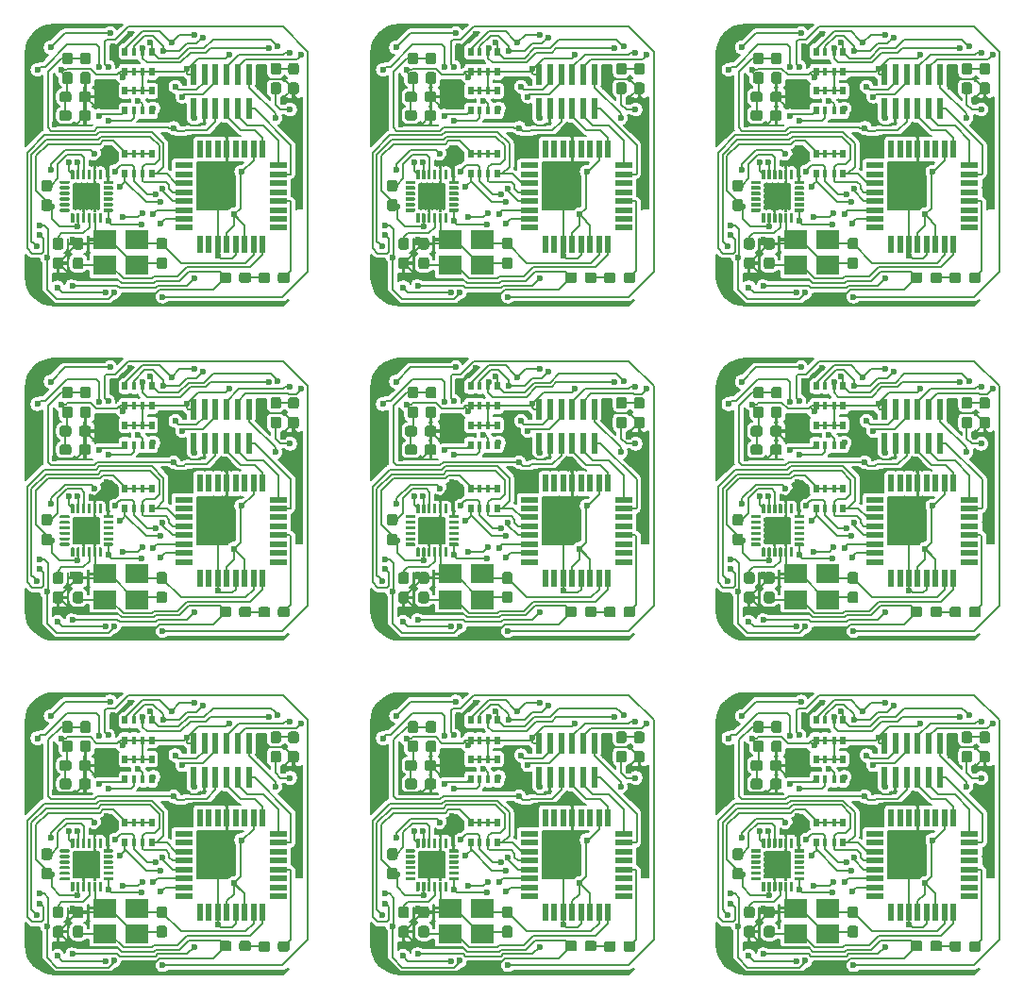
<source format=gtl>
%MOIN*%
%OFA0B0*%
%FSLAX46Y46*%
%IPPOS*%
%LPD*%
%ADD10C,0.0039370078740157488*%
%ADD11C,0.011811023622047244*%
%ADD12R,0.082677165354330714X0.070866141732283464*%
%ADD13R,0.062992125984251982X0.021653543307086617*%
%ADD14R,0.021653543307086617X0.062992125984251982*%
%ADD15R,0.01968503937007874X0.031496062992125991*%
%ADD16R,0.015748031496062995X0.031496062992125991*%
%ADD17C,0.037401574803149609*%
%ADD18R,0.01968503937007874X0.072834645669291348*%
%ADD19C,0.023622047244094488*%
%ADD20C,0.0078740157480314977*%
%ADD31C,0.0039370078740157488*%
%ADD32C,0.011811023622047244*%
%ADD33R,0.082677165354330714X0.070866141732283464*%
%ADD34R,0.062992125984251982X0.021653543307086617*%
%ADD35R,0.021653543307086617X0.062992125984251982*%
%ADD36R,0.01968503937007874X0.031496062992125991*%
%ADD37R,0.015748031496062995X0.031496062992125991*%
%ADD38C,0.037401574803149609*%
%ADD39R,0.01968503937007874X0.072834645669291348*%
%ADD40C,0.023622047244094488*%
%ADD41C,0.0078740157480314977*%
%ADD42C,0.0039370078740157488*%
%ADD43C,0.011811023622047244*%
%ADD44R,0.082677165354330714X0.070866141732283464*%
%ADD45R,0.062992125984251982X0.021653543307086617*%
%ADD46R,0.021653543307086617X0.062992125984251982*%
%ADD47R,0.01968503937007874X0.031496062992125991*%
%ADD48R,0.015748031496062995X0.031496062992125991*%
%ADD49C,0.037401574803149609*%
%ADD50R,0.01968503937007874X0.072834645669291348*%
%ADD51C,0.023622047244094488*%
%ADD52C,0.0078740157480314977*%
%ADD53C,0.0039370078740157488*%
%ADD54C,0.011811023622047244*%
%ADD55R,0.082677165354330714X0.070866141732283464*%
%ADD56R,0.062992125984251982X0.021653543307086617*%
%ADD57R,0.021653543307086617X0.062992125984251982*%
%ADD58R,0.01968503937007874X0.031496062992125991*%
%ADD59R,0.015748031496062995X0.031496062992125991*%
%ADD60C,0.037401574803149609*%
%ADD61R,0.01968503937007874X0.072834645669291348*%
%ADD62C,0.023622047244094488*%
%ADD63C,0.0078740157480314977*%
%ADD64C,0.0039370078740157488*%
%ADD65C,0.011811023622047244*%
%ADD66R,0.082677165354330714X0.070866141732283464*%
%ADD67R,0.062992125984251982X0.021653543307086617*%
%ADD68R,0.021653543307086617X0.062992125984251982*%
%ADD69R,0.01968503937007874X0.031496062992125991*%
%ADD70R,0.015748031496062995X0.031496062992125991*%
%ADD71C,0.037401574803149609*%
%ADD72R,0.01968503937007874X0.072834645669291348*%
%ADD73C,0.023622047244094488*%
%ADD74C,0.0078740157480314977*%
%ADD75C,0.0039370078740157488*%
%ADD76C,0.011811023622047244*%
%ADD77R,0.082677165354330714X0.070866141732283464*%
%ADD78R,0.062992125984251982X0.021653543307086617*%
%ADD79R,0.021653543307086617X0.062992125984251982*%
%ADD80R,0.01968503937007874X0.031496062992125991*%
%ADD81R,0.015748031496062995X0.031496062992125991*%
%ADD82C,0.037401574803149609*%
%ADD83R,0.01968503937007874X0.072834645669291348*%
%ADD84C,0.023622047244094488*%
%ADD85C,0.0078740157480314977*%
%ADD86C,0.0039370078740157488*%
%ADD87C,0.011811023622047244*%
%ADD88R,0.082677165354330714X0.070866141732283464*%
%ADD89R,0.062992125984251982X0.021653543307086617*%
%ADD90R,0.021653543307086617X0.062992125984251982*%
%ADD91R,0.01968503937007874X0.031496062992125991*%
%ADD92R,0.015748031496062995X0.031496062992125991*%
%ADD93C,0.037401574803149609*%
%ADD94R,0.01968503937007874X0.072834645669291348*%
%ADD95C,0.023622047244094488*%
%ADD96C,0.0078740157480314977*%
%ADD97C,0.0039370078740157488*%
%ADD98C,0.011811023622047244*%
%ADD99R,0.082677165354330714X0.070866141732283464*%
%ADD100R,0.062992125984251982X0.021653543307086617*%
%ADD101R,0.021653543307086617X0.062992125984251982*%
%ADD102R,0.01968503937007874X0.031496062992125991*%
%ADD103R,0.015748031496062995X0.031496062992125991*%
%ADD104C,0.037401574803149609*%
%ADD105R,0.01968503937007874X0.072834645669291348*%
%ADD106C,0.023622047244094488*%
%ADD107C,0.0078740157480314977*%
%ADD108C,0.0039370078740157488*%
%ADD109C,0.011811023622047244*%
%ADD110R,0.082677165354330714X0.070866141732283464*%
%ADD111R,0.062992125984251982X0.021653543307086617*%
%ADD112R,0.021653543307086617X0.062992125984251982*%
%ADD113R,0.01968503937007874X0.031496062992125991*%
%ADD114R,0.015748031496062995X0.031496062992125991*%
%ADD115C,0.037401574803149609*%
%ADD116R,0.01968503937007874X0.072834645669291348*%
%ADD117C,0.023622047244094488*%
%ADD118C,0.0078740157480314977*%
D10*
G36*
X0000428990Y0003185261D02*
G01*
X0000429276Y0003185218D01*
X0000429557Y0003185148D01*
X0000429830Y0003185050D01*
X0000430092Y0003184926D01*
X0000430341Y0003184777D01*
X0000430573Y0003184605D01*
X0000430788Y0003184410D01*
X0000430983Y0003184196D01*
X0000431155Y0003183963D01*
X0000431304Y0003183714D01*
X0000431428Y0003183452D01*
X0000431526Y0003183179D01*
X0000431596Y0003182898D01*
X0000431639Y0003182612D01*
X0000431653Y0003182322D01*
X0000431653Y0003154763D01*
X0000431639Y0003154474D01*
X0000431596Y0003154187D01*
X0000431526Y0003153906D01*
X0000431428Y0003153633D01*
X0000431304Y0003153371D01*
X0000431155Y0003153123D01*
X0000430983Y0003152890D01*
X0000430788Y0003152675D01*
X0000430573Y0003152481D01*
X0000430341Y0003152308D01*
X0000430092Y0003152159D01*
X0000429830Y0003152035D01*
X0000429557Y0003151938D01*
X0000429276Y0003151867D01*
X0000428990Y0003151825D01*
X0000428700Y0003151811D01*
X0000422795Y0003151811D01*
X0000422505Y0003151825D01*
X0000422219Y0003151867D01*
X0000421938Y0003151938D01*
X0000421665Y0003152035D01*
X0000421403Y0003152159D01*
X0000421154Y0003152308D01*
X0000420922Y0003152481D01*
X0000420707Y0003152675D01*
X0000420512Y0003152890D01*
X0000420340Y0003153123D01*
X0000420191Y0003153371D01*
X0000420067Y0003153633D01*
X0000419969Y0003153906D01*
X0000419899Y0003154187D01*
X0000419856Y0003154474D01*
X0000419842Y0003154763D01*
X0000419842Y0003182322D01*
X0000419856Y0003182612D01*
X0000419899Y0003182898D01*
X0000419969Y0003183179D01*
X0000420067Y0003183452D01*
X0000420191Y0003183714D01*
X0000420340Y0003183963D01*
X0000420512Y0003184196D01*
X0000420707Y0003184410D01*
X0000420922Y0003184605D01*
X0000421154Y0003184777D01*
X0000421403Y0003184926D01*
X0000421665Y0003185050D01*
X0000421938Y0003185148D01*
X0000422219Y0003185218D01*
X0000422505Y0003185261D01*
X0000422795Y0003185275D01*
X0000428700Y0003185275D01*
X0000428990Y0003185261D01*
X0000428990Y0003185261D01*
G37*
D11*
X0000425747Y0003168543D03*
D10*
G36*
X0000448675Y0003185261D02*
G01*
X0000448961Y0003185218D01*
X0000449242Y0003185148D01*
X0000449515Y0003185050D01*
X0000449777Y0003184926D01*
X0000450026Y0003184777D01*
X0000450258Y0003184605D01*
X0000450473Y0003184410D01*
X0000450668Y0003184196D01*
X0000450840Y0003183963D01*
X0000450989Y0003183714D01*
X0000451113Y0003183452D01*
X0000451211Y0003183179D01*
X0000451281Y0003182898D01*
X0000451324Y0003182612D01*
X0000451338Y0003182322D01*
X0000451338Y0003154763D01*
X0000451324Y0003154474D01*
X0000451281Y0003154187D01*
X0000451211Y0003153906D01*
X0000451113Y0003153633D01*
X0000450989Y0003153371D01*
X0000450840Y0003153123D01*
X0000450668Y0003152890D01*
X0000450473Y0003152675D01*
X0000450258Y0003152481D01*
X0000450026Y0003152308D01*
X0000449777Y0003152159D01*
X0000449515Y0003152035D01*
X0000449242Y0003151938D01*
X0000448961Y0003151867D01*
X0000448675Y0003151825D01*
X0000448385Y0003151811D01*
X0000442480Y0003151811D01*
X0000442190Y0003151825D01*
X0000441904Y0003151867D01*
X0000441623Y0003151938D01*
X0000441350Y0003152035D01*
X0000441088Y0003152159D01*
X0000440839Y0003152308D01*
X0000440607Y0003152481D01*
X0000440392Y0003152675D01*
X0000440197Y0003152890D01*
X0000440025Y0003153123D01*
X0000439876Y0003153371D01*
X0000439752Y0003153633D01*
X0000439654Y0003153906D01*
X0000439584Y0003154187D01*
X0000439541Y0003154474D01*
X0000439527Y0003154763D01*
X0000439527Y0003182322D01*
X0000439541Y0003182612D01*
X0000439584Y0003182898D01*
X0000439654Y0003183179D01*
X0000439752Y0003183452D01*
X0000439876Y0003183714D01*
X0000440025Y0003183963D01*
X0000440197Y0003184196D01*
X0000440392Y0003184410D01*
X0000440607Y0003184605D01*
X0000440839Y0003184777D01*
X0000441088Y0003184926D01*
X0000441350Y0003185050D01*
X0000441623Y0003185148D01*
X0000441904Y0003185218D01*
X0000442190Y0003185261D01*
X0000442480Y0003185275D01*
X0000448385Y0003185275D01*
X0000448675Y0003185261D01*
X0000448675Y0003185261D01*
G37*
D11*
X0000445433Y0003168543D03*
D10*
G36*
X0000468360Y0003185261D02*
G01*
X0000468646Y0003185218D01*
X0000468927Y0003185148D01*
X0000469200Y0003185050D01*
X0000469462Y0003184926D01*
X0000469711Y0003184777D01*
X0000469944Y0003184605D01*
X0000470158Y0003184410D01*
X0000470353Y0003184196D01*
X0000470525Y0003183963D01*
X0000470674Y0003183714D01*
X0000470798Y0003183452D01*
X0000470896Y0003183179D01*
X0000470966Y0003182898D01*
X0000471009Y0003182612D01*
X0000471023Y0003182322D01*
X0000471023Y0003154763D01*
X0000471009Y0003154474D01*
X0000470966Y0003154187D01*
X0000470896Y0003153906D01*
X0000470798Y0003153633D01*
X0000470674Y0003153371D01*
X0000470525Y0003153123D01*
X0000470353Y0003152890D01*
X0000470158Y0003152675D01*
X0000469944Y0003152481D01*
X0000469711Y0003152308D01*
X0000469462Y0003152159D01*
X0000469200Y0003152035D01*
X0000468927Y0003151938D01*
X0000468646Y0003151867D01*
X0000468360Y0003151825D01*
X0000468070Y0003151811D01*
X0000462165Y0003151811D01*
X0000461875Y0003151825D01*
X0000461589Y0003151867D01*
X0000461308Y0003151938D01*
X0000461035Y0003152035D01*
X0000460773Y0003152159D01*
X0000460524Y0003152308D01*
X0000460292Y0003152481D01*
X0000460077Y0003152675D01*
X0000459882Y0003152890D01*
X0000459710Y0003153123D01*
X0000459561Y0003153371D01*
X0000459437Y0003153633D01*
X0000459339Y0003153906D01*
X0000459269Y0003154187D01*
X0000459226Y0003154474D01*
X0000459212Y0003154763D01*
X0000459212Y0003182322D01*
X0000459226Y0003182612D01*
X0000459269Y0003182898D01*
X0000459339Y0003183179D01*
X0000459437Y0003183452D01*
X0000459561Y0003183714D01*
X0000459710Y0003183963D01*
X0000459882Y0003184196D01*
X0000460077Y0003184410D01*
X0000460292Y0003184605D01*
X0000460524Y0003184777D01*
X0000460773Y0003184926D01*
X0000461035Y0003185050D01*
X0000461308Y0003185148D01*
X0000461589Y0003185218D01*
X0000461875Y0003185261D01*
X0000462165Y0003185275D01*
X0000468070Y0003185275D01*
X0000468360Y0003185261D01*
X0000468360Y0003185261D01*
G37*
D11*
X0000465118Y0003168543D03*
D10*
G36*
X0000488045Y0003185261D02*
G01*
X0000488331Y0003185218D01*
X0000488613Y0003185148D01*
X0000488885Y0003185050D01*
X0000489147Y0003184926D01*
X0000489396Y0003184777D01*
X0000489629Y0003184605D01*
X0000489843Y0003184410D01*
X0000490038Y0003184196D01*
X0000490210Y0003183963D01*
X0000490359Y0003183714D01*
X0000490483Y0003183452D01*
X0000490581Y0003183179D01*
X0000490651Y0003182898D01*
X0000490694Y0003182612D01*
X0000490708Y0003182322D01*
X0000490708Y0003154763D01*
X0000490694Y0003154474D01*
X0000490651Y0003154187D01*
X0000490581Y0003153906D01*
X0000490483Y0003153633D01*
X0000490359Y0003153371D01*
X0000490210Y0003153123D01*
X0000490038Y0003152890D01*
X0000489843Y0003152675D01*
X0000489629Y0003152481D01*
X0000489396Y0003152308D01*
X0000489147Y0003152159D01*
X0000488885Y0003152035D01*
X0000488613Y0003151938D01*
X0000488331Y0003151867D01*
X0000488045Y0003151825D01*
X0000487755Y0003151811D01*
X0000481850Y0003151811D01*
X0000481560Y0003151825D01*
X0000481274Y0003151867D01*
X0000480993Y0003151938D01*
X0000480720Y0003152035D01*
X0000480458Y0003152159D01*
X0000480209Y0003152308D01*
X0000479977Y0003152481D01*
X0000479762Y0003152675D01*
X0000479567Y0003152890D01*
X0000479395Y0003153123D01*
X0000479246Y0003153371D01*
X0000479122Y0003153633D01*
X0000479024Y0003153906D01*
X0000478954Y0003154187D01*
X0000478911Y0003154474D01*
X0000478897Y0003154763D01*
X0000478897Y0003182322D01*
X0000478911Y0003182612D01*
X0000478954Y0003182898D01*
X0000479024Y0003183179D01*
X0000479122Y0003183452D01*
X0000479246Y0003183714D01*
X0000479395Y0003183963D01*
X0000479567Y0003184196D01*
X0000479762Y0003184410D01*
X0000479977Y0003184605D01*
X0000480209Y0003184777D01*
X0000480458Y0003184926D01*
X0000480720Y0003185050D01*
X0000480993Y0003185148D01*
X0000481274Y0003185218D01*
X0000481560Y0003185261D01*
X0000481850Y0003185275D01*
X0000487755Y0003185275D01*
X0000488045Y0003185261D01*
X0000488045Y0003185261D01*
G37*
D11*
X0000484803Y0003168543D03*
D10*
G36*
X0000507730Y0003185261D02*
G01*
X0000508016Y0003185218D01*
X0000508298Y0003185148D01*
X0000508570Y0003185050D01*
X0000508832Y0003184926D01*
X0000509081Y0003184777D01*
X0000509314Y0003184605D01*
X0000509528Y0003184410D01*
X0000509723Y0003184196D01*
X0000509896Y0003183963D01*
X0000510044Y0003183714D01*
X0000510168Y0003183452D01*
X0000510266Y0003183179D01*
X0000510336Y0003182898D01*
X0000510379Y0003182612D01*
X0000510393Y0003182322D01*
X0000510393Y0003154763D01*
X0000510379Y0003154474D01*
X0000510336Y0003154187D01*
X0000510266Y0003153906D01*
X0000510168Y0003153633D01*
X0000510044Y0003153371D01*
X0000509896Y0003153123D01*
X0000509723Y0003152890D01*
X0000509528Y0003152675D01*
X0000509314Y0003152481D01*
X0000509081Y0003152308D01*
X0000508832Y0003152159D01*
X0000508570Y0003152035D01*
X0000508298Y0003151938D01*
X0000508016Y0003151867D01*
X0000507730Y0003151825D01*
X0000507440Y0003151811D01*
X0000501535Y0003151811D01*
X0000501246Y0003151825D01*
X0000500959Y0003151867D01*
X0000500678Y0003151938D01*
X0000500405Y0003152035D01*
X0000500143Y0003152159D01*
X0000499894Y0003152308D01*
X0000499662Y0003152481D01*
X0000499447Y0003152675D01*
X0000499252Y0003152890D01*
X0000499080Y0003153123D01*
X0000498931Y0003153371D01*
X0000498807Y0003153633D01*
X0000498709Y0003153906D01*
X0000498639Y0003154187D01*
X0000498596Y0003154474D01*
X0000498582Y0003154763D01*
X0000498582Y0003182322D01*
X0000498596Y0003182612D01*
X0000498639Y0003182898D01*
X0000498709Y0003183179D01*
X0000498807Y0003183452D01*
X0000498931Y0003183714D01*
X0000499080Y0003183963D01*
X0000499252Y0003184196D01*
X0000499447Y0003184410D01*
X0000499662Y0003184605D01*
X0000499894Y0003184777D01*
X0000500143Y0003184926D01*
X0000500405Y0003185050D01*
X0000500678Y0003185148D01*
X0000500959Y0003185218D01*
X0000501246Y0003185261D01*
X0000501535Y0003185275D01*
X0000507440Y0003185275D01*
X0000507730Y0003185261D01*
X0000507730Y0003185261D01*
G37*
D11*
X0000504488Y0003168543D03*
D10*
G36*
X0000527415Y0003185261D02*
G01*
X0000527702Y0003185218D01*
X0000527983Y0003185148D01*
X0000528255Y0003185050D01*
X0000528517Y0003184926D01*
X0000528766Y0003184777D01*
X0000528999Y0003184605D01*
X0000529213Y0003184410D01*
X0000529408Y0003184196D01*
X0000529581Y0003183963D01*
X0000529730Y0003183714D01*
X0000529853Y0003183452D01*
X0000529951Y0003183179D01*
X0000530021Y0003182898D01*
X0000530064Y0003182612D01*
X0000530078Y0003182322D01*
X0000530078Y0003154763D01*
X0000530064Y0003154474D01*
X0000530021Y0003154187D01*
X0000529951Y0003153906D01*
X0000529853Y0003153633D01*
X0000529730Y0003153371D01*
X0000529581Y0003153123D01*
X0000529408Y0003152890D01*
X0000529213Y0003152675D01*
X0000528999Y0003152481D01*
X0000528766Y0003152308D01*
X0000528517Y0003152159D01*
X0000528255Y0003152035D01*
X0000527983Y0003151938D01*
X0000527702Y0003151867D01*
X0000527415Y0003151825D01*
X0000527125Y0003151811D01*
X0000521220Y0003151811D01*
X0000520931Y0003151825D01*
X0000520644Y0003151867D01*
X0000520363Y0003151938D01*
X0000520090Y0003152035D01*
X0000519828Y0003152159D01*
X0000519579Y0003152308D01*
X0000519347Y0003152481D01*
X0000519132Y0003152675D01*
X0000518937Y0003152890D01*
X0000518765Y0003153123D01*
X0000518616Y0003153371D01*
X0000518492Y0003153633D01*
X0000518394Y0003153906D01*
X0000518324Y0003154187D01*
X0000518281Y0003154474D01*
X0000518267Y0003154763D01*
X0000518267Y0003182322D01*
X0000518281Y0003182612D01*
X0000518324Y0003182898D01*
X0000518394Y0003183179D01*
X0000518492Y0003183452D01*
X0000518616Y0003183714D01*
X0000518765Y0003183963D01*
X0000518937Y0003184196D01*
X0000519132Y0003184410D01*
X0000519347Y0003184605D01*
X0000519579Y0003184777D01*
X0000519828Y0003184926D01*
X0000520090Y0003185050D01*
X0000520363Y0003185148D01*
X0000520644Y0003185218D01*
X0000520931Y0003185261D01*
X0000521220Y0003185275D01*
X0000527125Y0003185275D01*
X0000527415Y0003185261D01*
X0000527415Y0003185261D01*
G37*
D11*
X0000524173Y0003168543D03*
D10*
G36*
X0000565801Y0003146875D02*
G01*
X0000566087Y0003146833D01*
X0000566368Y0003146762D01*
X0000566641Y0003146665D01*
X0000566903Y0003146541D01*
X0000567152Y0003146392D01*
X0000567384Y0003146219D01*
X0000567599Y0003146024D01*
X0000567794Y0003145810D01*
X0000567966Y0003145577D01*
X0000568115Y0003145328D01*
X0000568239Y0003145066D01*
X0000568337Y0003144794D01*
X0000568407Y0003144513D01*
X0000568450Y0003144226D01*
X0000568464Y0003143937D01*
X0000568464Y0003138031D01*
X0000568450Y0003137742D01*
X0000568407Y0003137455D01*
X0000568337Y0003137174D01*
X0000568239Y0003136901D01*
X0000568115Y0003136639D01*
X0000567966Y0003136391D01*
X0000567794Y0003136158D01*
X0000567599Y0003135943D01*
X0000567384Y0003135748D01*
X0000567152Y0003135576D01*
X0000566903Y0003135427D01*
X0000566641Y0003135303D01*
X0000566368Y0003135205D01*
X0000566087Y0003135135D01*
X0000565801Y0003135092D01*
X0000565511Y0003135078D01*
X0000537952Y0003135078D01*
X0000537663Y0003135092D01*
X0000537376Y0003135135D01*
X0000537095Y0003135205D01*
X0000536822Y0003135303D01*
X0000536560Y0003135427D01*
X0000536312Y0003135576D01*
X0000536079Y0003135748D01*
X0000535864Y0003135943D01*
X0000535670Y0003136158D01*
X0000535497Y0003136391D01*
X0000535348Y0003136639D01*
X0000535224Y0003136901D01*
X0000535127Y0003137174D01*
X0000535056Y0003137455D01*
X0000535014Y0003137742D01*
X0000534999Y0003138031D01*
X0000534999Y0003143937D01*
X0000535014Y0003144226D01*
X0000535056Y0003144513D01*
X0000535127Y0003144794D01*
X0000535224Y0003145066D01*
X0000535348Y0003145328D01*
X0000535497Y0003145577D01*
X0000535670Y0003145810D01*
X0000535864Y0003146024D01*
X0000536079Y0003146219D01*
X0000536312Y0003146392D01*
X0000536560Y0003146541D01*
X0000536822Y0003146665D01*
X0000537095Y0003146762D01*
X0000537376Y0003146833D01*
X0000537663Y0003146875D01*
X0000537952Y0003146889D01*
X0000565511Y0003146889D01*
X0000565801Y0003146875D01*
X0000565801Y0003146875D01*
G37*
D11*
X0000551732Y0003140984D03*
D10*
G36*
X0000565801Y0003127190D02*
G01*
X0000566087Y0003127147D01*
X0000566368Y0003127077D01*
X0000566641Y0003126979D01*
X0000566903Y0003126856D01*
X0000567152Y0003126707D01*
X0000567384Y0003126534D01*
X0000567599Y0003126339D01*
X0000567794Y0003126125D01*
X0000567966Y0003125892D01*
X0000568115Y0003125643D01*
X0000568239Y0003125381D01*
X0000568337Y0003125109D01*
X0000568407Y0003124828D01*
X0000568450Y0003124541D01*
X0000568464Y0003124251D01*
X0000568464Y0003118346D01*
X0000568450Y0003118057D01*
X0000568407Y0003117770D01*
X0000568337Y0003117489D01*
X0000568239Y0003117216D01*
X0000568115Y0003116954D01*
X0000567966Y0003116705D01*
X0000567794Y0003116473D01*
X0000567599Y0003116258D01*
X0000567384Y0003116063D01*
X0000567152Y0003115891D01*
X0000566903Y0003115742D01*
X0000566641Y0003115618D01*
X0000566368Y0003115520D01*
X0000566087Y0003115450D01*
X0000565801Y0003115407D01*
X0000565511Y0003115393D01*
X0000537952Y0003115393D01*
X0000537663Y0003115407D01*
X0000537376Y0003115450D01*
X0000537095Y0003115520D01*
X0000536822Y0003115618D01*
X0000536560Y0003115742D01*
X0000536312Y0003115891D01*
X0000536079Y0003116063D01*
X0000535864Y0003116258D01*
X0000535670Y0003116473D01*
X0000535497Y0003116705D01*
X0000535348Y0003116954D01*
X0000535224Y0003117216D01*
X0000535127Y0003117489D01*
X0000535056Y0003117770D01*
X0000535014Y0003118057D01*
X0000534999Y0003118346D01*
X0000534999Y0003124251D01*
X0000535014Y0003124541D01*
X0000535056Y0003124828D01*
X0000535127Y0003125109D01*
X0000535224Y0003125381D01*
X0000535348Y0003125643D01*
X0000535497Y0003125892D01*
X0000535670Y0003126125D01*
X0000535864Y0003126339D01*
X0000536079Y0003126534D01*
X0000536312Y0003126707D01*
X0000536560Y0003126856D01*
X0000536822Y0003126979D01*
X0000537095Y0003127077D01*
X0000537376Y0003127147D01*
X0000537663Y0003127190D01*
X0000537952Y0003127204D01*
X0000565511Y0003127204D01*
X0000565801Y0003127190D01*
X0000565801Y0003127190D01*
G37*
D11*
X0000551732Y0003121299D03*
D10*
G36*
X0000565801Y0003107505D02*
G01*
X0000566087Y0003107462D01*
X0000566368Y0003107392D01*
X0000566641Y0003107294D01*
X0000566903Y0003107171D01*
X0000567152Y0003107022D01*
X0000567384Y0003106849D01*
X0000567599Y0003106654D01*
X0000567794Y0003106440D01*
X0000567966Y0003106207D01*
X0000568115Y0003105958D01*
X0000568239Y0003105696D01*
X0000568337Y0003105424D01*
X0000568407Y0003105142D01*
X0000568450Y0003104856D01*
X0000568464Y0003104566D01*
X0000568464Y0003098661D01*
X0000568450Y0003098372D01*
X0000568407Y0003098085D01*
X0000568337Y0003097804D01*
X0000568239Y0003097531D01*
X0000568115Y0003097269D01*
X0000567966Y0003097020D01*
X0000567794Y0003096788D01*
X0000567599Y0003096573D01*
X0000567384Y0003096378D01*
X0000567152Y0003096206D01*
X0000566903Y0003096057D01*
X0000566641Y0003095933D01*
X0000566368Y0003095835D01*
X0000566087Y0003095765D01*
X0000565801Y0003095722D01*
X0000565511Y0003095708D01*
X0000537952Y0003095708D01*
X0000537663Y0003095722D01*
X0000537376Y0003095765D01*
X0000537095Y0003095835D01*
X0000536822Y0003095933D01*
X0000536560Y0003096057D01*
X0000536312Y0003096206D01*
X0000536079Y0003096378D01*
X0000535864Y0003096573D01*
X0000535670Y0003096788D01*
X0000535497Y0003097020D01*
X0000535348Y0003097269D01*
X0000535224Y0003097531D01*
X0000535127Y0003097804D01*
X0000535056Y0003098085D01*
X0000535014Y0003098372D01*
X0000534999Y0003098661D01*
X0000534999Y0003104566D01*
X0000535014Y0003104856D01*
X0000535056Y0003105142D01*
X0000535127Y0003105424D01*
X0000535224Y0003105696D01*
X0000535348Y0003105958D01*
X0000535497Y0003106207D01*
X0000535670Y0003106440D01*
X0000535864Y0003106654D01*
X0000536079Y0003106849D01*
X0000536312Y0003107022D01*
X0000536560Y0003107171D01*
X0000536822Y0003107294D01*
X0000537095Y0003107392D01*
X0000537376Y0003107462D01*
X0000537663Y0003107505D01*
X0000537952Y0003107519D01*
X0000565511Y0003107519D01*
X0000565801Y0003107505D01*
X0000565801Y0003107505D01*
G37*
D11*
X0000551732Y0003101614D03*
D10*
G36*
X0000565801Y0003087820D02*
G01*
X0000566087Y0003087777D01*
X0000566368Y0003087707D01*
X0000566641Y0003087609D01*
X0000566903Y0003087485D01*
X0000567152Y0003087337D01*
X0000567384Y0003087164D01*
X0000567599Y0003086969D01*
X0000567794Y0003086755D01*
X0000567966Y0003086522D01*
X0000568115Y0003086273D01*
X0000568239Y0003086011D01*
X0000568337Y0003085739D01*
X0000568407Y0003085457D01*
X0000568450Y0003085171D01*
X0000568464Y0003084881D01*
X0000568464Y0003078976D01*
X0000568450Y0003078686D01*
X0000568407Y0003078400D01*
X0000568337Y0003078119D01*
X0000568239Y0003077846D01*
X0000568115Y0003077584D01*
X0000567966Y0003077335D01*
X0000567794Y0003077103D01*
X0000567599Y0003076888D01*
X0000567384Y0003076693D01*
X0000567152Y0003076521D01*
X0000566903Y0003076372D01*
X0000566641Y0003076248D01*
X0000566368Y0003076150D01*
X0000566087Y0003076080D01*
X0000565801Y0003076037D01*
X0000565511Y0003076023D01*
X0000537952Y0003076023D01*
X0000537663Y0003076037D01*
X0000537376Y0003076080D01*
X0000537095Y0003076150D01*
X0000536822Y0003076248D01*
X0000536560Y0003076372D01*
X0000536312Y0003076521D01*
X0000536079Y0003076693D01*
X0000535864Y0003076888D01*
X0000535670Y0003077103D01*
X0000535497Y0003077335D01*
X0000535348Y0003077584D01*
X0000535224Y0003077846D01*
X0000535127Y0003078119D01*
X0000535056Y0003078400D01*
X0000535014Y0003078686D01*
X0000534999Y0003078976D01*
X0000534999Y0003084881D01*
X0000535014Y0003085171D01*
X0000535056Y0003085457D01*
X0000535127Y0003085739D01*
X0000535224Y0003086011D01*
X0000535348Y0003086273D01*
X0000535497Y0003086522D01*
X0000535670Y0003086755D01*
X0000535864Y0003086969D01*
X0000536079Y0003087164D01*
X0000536312Y0003087337D01*
X0000536560Y0003087485D01*
X0000536822Y0003087609D01*
X0000537095Y0003087707D01*
X0000537376Y0003087777D01*
X0000537663Y0003087820D01*
X0000537952Y0003087834D01*
X0000565511Y0003087834D01*
X0000565801Y0003087820D01*
X0000565801Y0003087820D01*
G37*
D11*
X0000551732Y0003081929D03*
D10*
G36*
X0000565801Y0003068135D02*
G01*
X0000566087Y0003068092D01*
X0000566368Y0003068022D01*
X0000566641Y0003067924D01*
X0000566903Y0003067800D01*
X0000567152Y0003067651D01*
X0000567384Y0003067479D01*
X0000567599Y0003067284D01*
X0000567794Y0003067070D01*
X0000567966Y0003066837D01*
X0000568115Y0003066588D01*
X0000568239Y0003066326D01*
X0000568337Y0003066053D01*
X0000568407Y0003065772D01*
X0000568450Y0003065486D01*
X0000568464Y0003065196D01*
X0000568464Y0003059291D01*
X0000568450Y0003059001D01*
X0000568407Y0003058715D01*
X0000568337Y0003058434D01*
X0000568239Y0003058161D01*
X0000568115Y0003057899D01*
X0000567966Y0003057650D01*
X0000567794Y0003057418D01*
X0000567599Y0003057203D01*
X0000567384Y0003057008D01*
X0000567152Y0003056836D01*
X0000566903Y0003056687D01*
X0000566641Y0003056563D01*
X0000566368Y0003056465D01*
X0000566087Y0003056395D01*
X0000565801Y0003056352D01*
X0000565511Y0003056338D01*
X0000537952Y0003056338D01*
X0000537663Y0003056352D01*
X0000537376Y0003056395D01*
X0000537095Y0003056465D01*
X0000536822Y0003056563D01*
X0000536560Y0003056687D01*
X0000536312Y0003056836D01*
X0000536079Y0003057008D01*
X0000535864Y0003057203D01*
X0000535670Y0003057418D01*
X0000535497Y0003057650D01*
X0000535348Y0003057899D01*
X0000535224Y0003058161D01*
X0000535127Y0003058434D01*
X0000535056Y0003058715D01*
X0000535014Y0003059001D01*
X0000534999Y0003059291D01*
X0000534999Y0003065196D01*
X0000535014Y0003065486D01*
X0000535056Y0003065772D01*
X0000535127Y0003066053D01*
X0000535224Y0003066326D01*
X0000535348Y0003066588D01*
X0000535497Y0003066837D01*
X0000535670Y0003067070D01*
X0000535864Y0003067284D01*
X0000536079Y0003067479D01*
X0000536312Y0003067651D01*
X0000536560Y0003067800D01*
X0000536822Y0003067924D01*
X0000537095Y0003068022D01*
X0000537376Y0003068092D01*
X0000537663Y0003068135D01*
X0000537952Y0003068149D01*
X0000565511Y0003068149D01*
X0000565801Y0003068135D01*
X0000565801Y0003068135D01*
G37*
D11*
X0000551732Y0003062244D03*
D10*
G36*
X0000565801Y0003048450D02*
G01*
X0000566087Y0003048407D01*
X0000566368Y0003048337D01*
X0000566641Y0003048239D01*
X0000566903Y0003048115D01*
X0000567152Y0003047966D01*
X0000567384Y0003047794D01*
X0000567599Y0003047599D01*
X0000567794Y0003047385D01*
X0000567966Y0003047152D01*
X0000568115Y0003046903D01*
X0000568239Y0003046641D01*
X0000568337Y0003046368D01*
X0000568407Y0003046087D01*
X0000568450Y0003045801D01*
X0000568464Y0003045511D01*
X0000568464Y0003039606D01*
X0000568450Y0003039316D01*
X0000568407Y0003039030D01*
X0000568337Y0003038749D01*
X0000568239Y0003038476D01*
X0000568115Y0003038214D01*
X0000567966Y0003037965D01*
X0000567794Y0003037733D01*
X0000567599Y0003037518D01*
X0000567384Y0003037323D01*
X0000567152Y0003037151D01*
X0000566903Y0003037002D01*
X0000566641Y0003036878D01*
X0000566368Y0003036780D01*
X0000566087Y0003036710D01*
X0000565801Y0003036667D01*
X0000565511Y0003036653D01*
X0000537952Y0003036653D01*
X0000537663Y0003036667D01*
X0000537376Y0003036710D01*
X0000537095Y0003036780D01*
X0000536822Y0003036878D01*
X0000536560Y0003037002D01*
X0000536312Y0003037151D01*
X0000536079Y0003037323D01*
X0000535864Y0003037518D01*
X0000535670Y0003037733D01*
X0000535497Y0003037965D01*
X0000535348Y0003038214D01*
X0000535224Y0003038476D01*
X0000535127Y0003038749D01*
X0000535056Y0003039030D01*
X0000535014Y0003039316D01*
X0000534999Y0003039606D01*
X0000534999Y0003045511D01*
X0000535014Y0003045801D01*
X0000535056Y0003046087D01*
X0000535127Y0003046368D01*
X0000535224Y0003046641D01*
X0000535348Y0003046903D01*
X0000535497Y0003047152D01*
X0000535670Y0003047385D01*
X0000535864Y0003047599D01*
X0000536079Y0003047794D01*
X0000536312Y0003047966D01*
X0000536560Y0003048115D01*
X0000536822Y0003048239D01*
X0000537095Y0003048337D01*
X0000537376Y0003048407D01*
X0000537663Y0003048450D01*
X0000537952Y0003048464D01*
X0000565511Y0003048464D01*
X0000565801Y0003048450D01*
X0000565801Y0003048450D01*
G37*
D11*
X0000551732Y0003042559D03*
D10*
G36*
X0000527415Y0003031718D02*
G01*
X0000527702Y0003031675D01*
X0000527983Y0003031605D01*
X0000528255Y0003031507D01*
X0000528517Y0003031383D01*
X0000528766Y0003031234D01*
X0000528999Y0003031062D01*
X0000529213Y0003030867D01*
X0000529408Y0003030652D01*
X0000529581Y0003030420D01*
X0000529730Y0003030171D01*
X0000529853Y0003029909D01*
X0000529951Y0003029636D01*
X0000530021Y0003029355D01*
X0000530064Y0003029068D01*
X0000530078Y0003028779D01*
X0000530078Y0003001220D01*
X0000530064Y0003000931D01*
X0000530021Y0003000644D01*
X0000529951Y0003000363D01*
X0000529853Y0003000090D01*
X0000529730Y0002999828D01*
X0000529581Y0002999580D01*
X0000529408Y0002999347D01*
X0000529213Y0002999132D01*
X0000528999Y0002998937D01*
X0000528766Y0002998765D01*
X0000528517Y0002998616D01*
X0000528255Y0002998492D01*
X0000527983Y0002998394D01*
X0000527702Y0002998324D01*
X0000527415Y0002998281D01*
X0000527125Y0002998267D01*
X0000521220Y0002998267D01*
X0000520931Y0002998281D01*
X0000520644Y0002998324D01*
X0000520363Y0002998394D01*
X0000520090Y0002998492D01*
X0000519828Y0002998616D01*
X0000519579Y0002998765D01*
X0000519347Y0002998937D01*
X0000519132Y0002999132D01*
X0000518937Y0002999347D01*
X0000518765Y0002999580D01*
X0000518616Y0002999828D01*
X0000518492Y0003000090D01*
X0000518394Y0003000363D01*
X0000518324Y0003000644D01*
X0000518281Y0003000931D01*
X0000518267Y0003001220D01*
X0000518267Y0003028779D01*
X0000518281Y0003029068D01*
X0000518324Y0003029355D01*
X0000518394Y0003029636D01*
X0000518492Y0003029909D01*
X0000518616Y0003030171D01*
X0000518765Y0003030420D01*
X0000518937Y0003030652D01*
X0000519132Y0003030867D01*
X0000519347Y0003031062D01*
X0000519579Y0003031234D01*
X0000519828Y0003031383D01*
X0000520090Y0003031507D01*
X0000520363Y0003031605D01*
X0000520644Y0003031675D01*
X0000520931Y0003031718D01*
X0000521220Y0003031732D01*
X0000527125Y0003031732D01*
X0000527415Y0003031718D01*
X0000527415Y0003031718D01*
G37*
D11*
X0000524173Y0003015000D03*
D10*
G36*
X0000507730Y0003031718D02*
G01*
X0000508016Y0003031675D01*
X0000508298Y0003031605D01*
X0000508570Y0003031507D01*
X0000508832Y0003031383D01*
X0000509081Y0003031234D01*
X0000509314Y0003031062D01*
X0000509528Y0003030867D01*
X0000509723Y0003030652D01*
X0000509896Y0003030420D01*
X0000510044Y0003030171D01*
X0000510168Y0003029909D01*
X0000510266Y0003029636D01*
X0000510336Y0003029355D01*
X0000510379Y0003029068D01*
X0000510393Y0003028779D01*
X0000510393Y0003001220D01*
X0000510379Y0003000931D01*
X0000510336Y0003000644D01*
X0000510266Y0003000363D01*
X0000510168Y0003000090D01*
X0000510044Y0002999828D01*
X0000509896Y0002999580D01*
X0000509723Y0002999347D01*
X0000509528Y0002999132D01*
X0000509314Y0002998937D01*
X0000509081Y0002998765D01*
X0000508832Y0002998616D01*
X0000508570Y0002998492D01*
X0000508298Y0002998394D01*
X0000508016Y0002998324D01*
X0000507730Y0002998281D01*
X0000507440Y0002998267D01*
X0000501535Y0002998267D01*
X0000501246Y0002998281D01*
X0000500959Y0002998324D01*
X0000500678Y0002998394D01*
X0000500405Y0002998492D01*
X0000500143Y0002998616D01*
X0000499894Y0002998765D01*
X0000499662Y0002998937D01*
X0000499447Y0002999132D01*
X0000499252Y0002999347D01*
X0000499080Y0002999580D01*
X0000498931Y0002999828D01*
X0000498807Y0003000090D01*
X0000498709Y0003000363D01*
X0000498639Y0003000644D01*
X0000498596Y0003000931D01*
X0000498582Y0003001220D01*
X0000498582Y0003028779D01*
X0000498596Y0003029068D01*
X0000498639Y0003029355D01*
X0000498709Y0003029636D01*
X0000498807Y0003029909D01*
X0000498931Y0003030171D01*
X0000499080Y0003030420D01*
X0000499252Y0003030652D01*
X0000499447Y0003030867D01*
X0000499662Y0003031062D01*
X0000499894Y0003031234D01*
X0000500143Y0003031383D01*
X0000500405Y0003031507D01*
X0000500678Y0003031605D01*
X0000500959Y0003031675D01*
X0000501246Y0003031718D01*
X0000501535Y0003031732D01*
X0000507440Y0003031732D01*
X0000507730Y0003031718D01*
X0000507730Y0003031718D01*
G37*
D11*
X0000504488Y0003015000D03*
D10*
G36*
X0000488045Y0003031718D02*
G01*
X0000488331Y0003031675D01*
X0000488613Y0003031605D01*
X0000488885Y0003031507D01*
X0000489147Y0003031383D01*
X0000489396Y0003031234D01*
X0000489629Y0003031062D01*
X0000489843Y0003030867D01*
X0000490038Y0003030652D01*
X0000490210Y0003030420D01*
X0000490359Y0003030171D01*
X0000490483Y0003029909D01*
X0000490581Y0003029636D01*
X0000490651Y0003029355D01*
X0000490694Y0003029068D01*
X0000490708Y0003028779D01*
X0000490708Y0003001220D01*
X0000490694Y0003000931D01*
X0000490651Y0003000644D01*
X0000490581Y0003000363D01*
X0000490483Y0003000090D01*
X0000490359Y0002999828D01*
X0000490210Y0002999580D01*
X0000490038Y0002999347D01*
X0000489843Y0002999132D01*
X0000489629Y0002998937D01*
X0000489396Y0002998765D01*
X0000489147Y0002998616D01*
X0000488885Y0002998492D01*
X0000488613Y0002998394D01*
X0000488331Y0002998324D01*
X0000488045Y0002998281D01*
X0000487755Y0002998267D01*
X0000481850Y0002998267D01*
X0000481560Y0002998281D01*
X0000481274Y0002998324D01*
X0000480993Y0002998394D01*
X0000480720Y0002998492D01*
X0000480458Y0002998616D01*
X0000480209Y0002998765D01*
X0000479977Y0002998937D01*
X0000479762Y0002999132D01*
X0000479567Y0002999347D01*
X0000479395Y0002999580D01*
X0000479246Y0002999828D01*
X0000479122Y0003000090D01*
X0000479024Y0003000363D01*
X0000478954Y0003000644D01*
X0000478911Y0003000931D01*
X0000478897Y0003001220D01*
X0000478897Y0003028779D01*
X0000478911Y0003029068D01*
X0000478954Y0003029355D01*
X0000479024Y0003029636D01*
X0000479122Y0003029909D01*
X0000479246Y0003030171D01*
X0000479395Y0003030420D01*
X0000479567Y0003030652D01*
X0000479762Y0003030867D01*
X0000479977Y0003031062D01*
X0000480209Y0003031234D01*
X0000480458Y0003031383D01*
X0000480720Y0003031507D01*
X0000480993Y0003031605D01*
X0000481274Y0003031675D01*
X0000481560Y0003031718D01*
X0000481850Y0003031732D01*
X0000487755Y0003031732D01*
X0000488045Y0003031718D01*
X0000488045Y0003031718D01*
G37*
D11*
X0000484803Y0003015000D03*
D10*
G36*
X0000468360Y0003031718D02*
G01*
X0000468646Y0003031675D01*
X0000468927Y0003031605D01*
X0000469200Y0003031507D01*
X0000469462Y0003031383D01*
X0000469711Y0003031234D01*
X0000469944Y0003031062D01*
X0000470158Y0003030867D01*
X0000470353Y0003030652D01*
X0000470525Y0003030420D01*
X0000470674Y0003030171D01*
X0000470798Y0003029909D01*
X0000470896Y0003029636D01*
X0000470966Y0003029355D01*
X0000471009Y0003029068D01*
X0000471023Y0003028779D01*
X0000471023Y0003001220D01*
X0000471009Y0003000931D01*
X0000470966Y0003000644D01*
X0000470896Y0003000363D01*
X0000470798Y0003000090D01*
X0000470674Y0002999828D01*
X0000470525Y0002999580D01*
X0000470353Y0002999347D01*
X0000470158Y0002999132D01*
X0000469944Y0002998937D01*
X0000469711Y0002998765D01*
X0000469462Y0002998616D01*
X0000469200Y0002998492D01*
X0000468927Y0002998394D01*
X0000468646Y0002998324D01*
X0000468360Y0002998281D01*
X0000468070Y0002998267D01*
X0000462165Y0002998267D01*
X0000461875Y0002998281D01*
X0000461589Y0002998324D01*
X0000461308Y0002998394D01*
X0000461035Y0002998492D01*
X0000460773Y0002998616D01*
X0000460524Y0002998765D01*
X0000460292Y0002998937D01*
X0000460077Y0002999132D01*
X0000459882Y0002999347D01*
X0000459710Y0002999580D01*
X0000459561Y0002999828D01*
X0000459437Y0003000090D01*
X0000459339Y0003000363D01*
X0000459269Y0003000644D01*
X0000459226Y0003000931D01*
X0000459212Y0003001220D01*
X0000459212Y0003028779D01*
X0000459226Y0003029068D01*
X0000459269Y0003029355D01*
X0000459339Y0003029636D01*
X0000459437Y0003029909D01*
X0000459561Y0003030171D01*
X0000459710Y0003030420D01*
X0000459882Y0003030652D01*
X0000460077Y0003030867D01*
X0000460292Y0003031062D01*
X0000460524Y0003031234D01*
X0000460773Y0003031383D01*
X0000461035Y0003031507D01*
X0000461308Y0003031605D01*
X0000461589Y0003031675D01*
X0000461875Y0003031718D01*
X0000462165Y0003031732D01*
X0000468070Y0003031732D01*
X0000468360Y0003031718D01*
X0000468360Y0003031718D01*
G37*
D11*
X0000465118Y0003015000D03*
D10*
G36*
X0000448675Y0003031718D02*
G01*
X0000448961Y0003031675D01*
X0000449242Y0003031605D01*
X0000449515Y0003031507D01*
X0000449777Y0003031383D01*
X0000450026Y0003031234D01*
X0000450258Y0003031062D01*
X0000450473Y0003030867D01*
X0000450668Y0003030652D01*
X0000450840Y0003030420D01*
X0000450989Y0003030171D01*
X0000451113Y0003029909D01*
X0000451211Y0003029636D01*
X0000451281Y0003029355D01*
X0000451324Y0003029068D01*
X0000451338Y0003028779D01*
X0000451338Y0003001220D01*
X0000451324Y0003000931D01*
X0000451281Y0003000644D01*
X0000451211Y0003000363D01*
X0000451113Y0003000090D01*
X0000450989Y0002999828D01*
X0000450840Y0002999580D01*
X0000450668Y0002999347D01*
X0000450473Y0002999132D01*
X0000450258Y0002998937D01*
X0000450026Y0002998765D01*
X0000449777Y0002998616D01*
X0000449515Y0002998492D01*
X0000449242Y0002998394D01*
X0000448961Y0002998324D01*
X0000448675Y0002998281D01*
X0000448385Y0002998267D01*
X0000442480Y0002998267D01*
X0000442190Y0002998281D01*
X0000441904Y0002998324D01*
X0000441623Y0002998394D01*
X0000441350Y0002998492D01*
X0000441088Y0002998616D01*
X0000440839Y0002998765D01*
X0000440607Y0002998937D01*
X0000440392Y0002999132D01*
X0000440197Y0002999347D01*
X0000440025Y0002999580D01*
X0000439876Y0002999828D01*
X0000439752Y0003000090D01*
X0000439654Y0003000363D01*
X0000439584Y0003000644D01*
X0000439541Y0003000931D01*
X0000439527Y0003001220D01*
X0000439527Y0003028779D01*
X0000439541Y0003029068D01*
X0000439584Y0003029355D01*
X0000439654Y0003029636D01*
X0000439752Y0003029909D01*
X0000439876Y0003030171D01*
X0000440025Y0003030420D01*
X0000440197Y0003030652D01*
X0000440392Y0003030867D01*
X0000440607Y0003031062D01*
X0000440839Y0003031234D01*
X0000441088Y0003031383D01*
X0000441350Y0003031507D01*
X0000441623Y0003031605D01*
X0000441904Y0003031675D01*
X0000442190Y0003031718D01*
X0000442480Y0003031732D01*
X0000448385Y0003031732D01*
X0000448675Y0003031718D01*
X0000448675Y0003031718D01*
G37*
D11*
X0000445433Y0003015000D03*
D10*
G36*
X0000428990Y0003031718D02*
G01*
X0000429276Y0003031675D01*
X0000429557Y0003031605D01*
X0000429830Y0003031507D01*
X0000430092Y0003031383D01*
X0000430341Y0003031234D01*
X0000430573Y0003031062D01*
X0000430788Y0003030867D01*
X0000430983Y0003030652D01*
X0000431155Y0003030420D01*
X0000431304Y0003030171D01*
X0000431428Y0003029909D01*
X0000431526Y0003029636D01*
X0000431596Y0003029355D01*
X0000431639Y0003029068D01*
X0000431653Y0003028779D01*
X0000431653Y0003001220D01*
X0000431639Y0003000931D01*
X0000431596Y0003000644D01*
X0000431526Y0003000363D01*
X0000431428Y0003000090D01*
X0000431304Y0002999828D01*
X0000431155Y0002999580D01*
X0000430983Y0002999347D01*
X0000430788Y0002999132D01*
X0000430573Y0002998937D01*
X0000430341Y0002998765D01*
X0000430092Y0002998616D01*
X0000429830Y0002998492D01*
X0000429557Y0002998394D01*
X0000429276Y0002998324D01*
X0000428990Y0002998281D01*
X0000428700Y0002998267D01*
X0000422795Y0002998267D01*
X0000422505Y0002998281D01*
X0000422219Y0002998324D01*
X0000421938Y0002998394D01*
X0000421665Y0002998492D01*
X0000421403Y0002998616D01*
X0000421154Y0002998765D01*
X0000420922Y0002998937D01*
X0000420707Y0002999132D01*
X0000420512Y0002999347D01*
X0000420340Y0002999580D01*
X0000420191Y0002999828D01*
X0000420067Y0003000090D01*
X0000419969Y0003000363D01*
X0000419899Y0003000644D01*
X0000419856Y0003000931D01*
X0000419842Y0003001220D01*
X0000419842Y0003028779D01*
X0000419856Y0003029068D01*
X0000419899Y0003029355D01*
X0000419969Y0003029636D01*
X0000420067Y0003029909D01*
X0000420191Y0003030171D01*
X0000420340Y0003030420D01*
X0000420512Y0003030652D01*
X0000420707Y0003030867D01*
X0000420922Y0003031062D01*
X0000421154Y0003031234D01*
X0000421403Y0003031383D01*
X0000421665Y0003031507D01*
X0000421938Y0003031605D01*
X0000422219Y0003031675D01*
X0000422505Y0003031718D01*
X0000422795Y0003031732D01*
X0000428700Y0003031732D01*
X0000428990Y0003031718D01*
X0000428990Y0003031718D01*
G37*
D11*
X0000425747Y0003015000D03*
D10*
G36*
X0000412257Y0003048450D02*
G01*
X0000412544Y0003048407D01*
X0000412825Y0003048337D01*
X0000413098Y0003048239D01*
X0000413360Y0003048115D01*
X0000413608Y0003047966D01*
X0000413841Y0003047794D01*
X0000414056Y0003047599D01*
X0000414250Y0003047385D01*
X0000414423Y0003047152D01*
X0000414572Y0003046903D01*
X0000414696Y0003046641D01*
X0000414794Y0003046368D01*
X0000414864Y0003046087D01*
X0000414907Y0003045801D01*
X0000414921Y0003045511D01*
X0000414921Y0003039606D01*
X0000414907Y0003039316D01*
X0000414864Y0003039030D01*
X0000414794Y0003038749D01*
X0000414696Y0003038476D01*
X0000414572Y0003038214D01*
X0000414423Y0003037965D01*
X0000414250Y0003037733D01*
X0000414056Y0003037518D01*
X0000413841Y0003037323D01*
X0000413608Y0003037151D01*
X0000413360Y0003037002D01*
X0000413098Y0003036878D01*
X0000412825Y0003036780D01*
X0000412544Y0003036710D01*
X0000412257Y0003036667D01*
X0000411968Y0003036653D01*
X0000384409Y0003036653D01*
X0000384120Y0003036667D01*
X0000383833Y0003036710D01*
X0000383552Y0003036780D01*
X0000383279Y0003036878D01*
X0000383017Y0003037002D01*
X0000382768Y0003037151D01*
X0000382536Y0003037323D01*
X0000382321Y0003037518D01*
X0000382126Y0003037733D01*
X0000381954Y0003037965D01*
X0000381805Y0003038214D01*
X0000381681Y0003038476D01*
X0000381583Y0003038749D01*
X0000381513Y0003039030D01*
X0000381470Y0003039316D01*
X0000381456Y0003039606D01*
X0000381456Y0003045511D01*
X0000381470Y0003045801D01*
X0000381513Y0003046087D01*
X0000381583Y0003046368D01*
X0000381681Y0003046641D01*
X0000381805Y0003046903D01*
X0000381954Y0003047152D01*
X0000382126Y0003047385D01*
X0000382321Y0003047599D01*
X0000382536Y0003047794D01*
X0000382768Y0003047966D01*
X0000383017Y0003048115D01*
X0000383279Y0003048239D01*
X0000383552Y0003048337D01*
X0000383833Y0003048407D01*
X0000384120Y0003048450D01*
X0000384409Y0003048464D01*
X0000411968Y0003048464D01*
X0000412257Y0003048450D01*
X0000412257Y0003048450D01*
G37*
D11*
X0000398188Y0003042559D03*
D10*
G36*
X0000412257Y0003068135D02*
G01*
X0000412544Y0003068092D01*
X0000412825Y0003068022D01*
X0000413098Y0003067924D01*
X0000413360Y0003067800D01*
X0000413608Y0003067651D01*
X0000413841Y0003067479D01*
X0000414056Y0003067284D01*
X0000414250Y0003067070D01*
X0000414423Y0003066837D01*
X0000414572Y0003066588D01*
X0000414696Y0003066326D01*
X0000414794Y0003066053D01*
X0000414864Y0003065772D01*
X0000414907Y0003065486D01*
X0000414921Y0003065196D01*
X0000414921Y0003059291D01*
X0000414907Y0003059001D01*
X0000414864Y0003058715D01*
X0000414794Y0003058434D01*
X0000414696Y0003058161D01*
X0000414572Y0003057899D01*
X0000414423Y0003057650D01*
X0000414250Y0003057418D01*
X0000414056Y0003057203D01*
X0000413841Y0003057008D01*
X0000413608Y0003056836D01*
X0000413360Y0003056687D01*
X0000413098Y0003056563D01*
X0000412825Y0003056465D01*
X0000412544Y0003056395D01*
X0000412257Y0003056352D01*
X0000411968Y0003056338D01*
X0000384409Y0003056338D01*
X0000384120Y0003056352D01*
X0000383833Y0003056395D01*
X0000383552Y0003056465D01*
X0000383279Y0003056563D01*
X0000383017Y0003056687D01*
X0000382768Y0003056836D01*
X0000382536Y0003057008D01*
X0000382321Y0003057203D01*
X0000382126Y0003057418D01*
X0000381954Y0003057650D01*
X0000381805Y0003057899D01*
X0000381681Y0003058161D01*
X0000381583Y0003058434D01*
X0000381513Y0003058715D01*
X0000381470Y0003059001D01*
X0000381456Y0003059291D01*
X0000381456Y0003065196D01*
X0000381470Y0003065486D01*
X0000381513Y0003065772D01*
X0000381583Y0003066053D01*
X0000381681Y0003066326D01*
X0000381805Y0003066588D01*
X0000381954Y0003066837D01*
X0000382126Y0003067070D01*
X0000382321Y0003067284D01*
X0000382536Y0003067479D01*
X0000382768Y0003067651D01*
X0000383017Y0003067800D01*
X0000383279Y0003067924D01*
X0000383552Y0003068022D01*
X0000383833Y0003068092D01*
X0000384120Y0003068135D01*
X0000384409Y0003068149D01*
X0000411968Y0003068149D01*
X0000412257Y0003068135D01*
X0000412257Y0003068135D01*
G37*
D11*
X0000398188Y0003062244D03*
D10*
G36*
X0000412257Y0003087820D02*
G01*
X0000412544Y0003087777D01*
X0000412825Y0003087707D01*
X0000413098Y0003087609D01*
X0000413360Y0003087485D01*
X0000413608Y0003087337D01*
X0000413841Y0003087164D01*
X0000414056Y0003086969D01*
X0000414250Y0003086755D01*
X0000414423Y0003086522D01*
X0000414572Y0003086273D01*
X0000414696Y0003086011D01*
X0000414794Y0003085739D01*
X0000414864Y0003085457D01*
X0000414907Y0003085171D01*
X0000414921Y0003084881D01*
X0000414921Y0003078976D01*
X0000414907Y0003078686D01*
X0000414864Y0003078400D01*
X0000414794Y0003078119D01*
X0000414696Y0003077846D01*
X0000414572Y0003077584D01*
X0000414423Y0003077335D01*
X0000414250Y0003077103D01*
X0000414056Y0003076888D01*
X0000413841Y0003076693D01*
X0000413608Y0003076521D01*
X0000413360Y0003076372D01*
X0000413098Y0003076248D01*
X0000412825Y0003076150D01*
X0000412544Y0003076080D01*
X0000412257Y0003076037D01*
X0000411968Y0003076023D01*
X0000384409Y0003076023D01*
X0000384120Y0003076037D01*
X0000383833Y0003076080D01*
X0000383552Y0003076150D01*
X0000383279Y0003076248D01*
X0000383017Y0003076372D01*
X0000382768Y0003076521D01*
X0000382536Y0003076693D01*
X0000382321Y0003076888D01*
X0000382126Y0003077103D01*
X0000381954Y0003077335D01*
X0000381805Y0003077584D01*
X0000381681Y0003077846D01*
X0000381583Y0003078119D01*
X0000381513Y0003078400D01*
X0000381470Y0003078686D01*
X0000381456Y0003078976D01*
X0000381456Y0003084881D01*
X0000381470Y0003085171D01*
X0000381513Y0003085457D01*
X0000381583Y0003085739D01*
X0000381681Y0003086011D01*
X0000381805Y0003086273D01*
X0000381954Y0003086522D01*
X0000382126Y0003086755D01*
X0000382321Y0003086969D01*
X0000382536Y0003087164D01*
X0000382768Y0003087337D01*
X0000383017Y0003087485D01*
X0000383279Y0003087609D01*
X0000383552Y0003087707D01*
X0000383833Y0003087777D01*
X0000384120Y0003087820D01*
X0000384409Y0003087834D01*
X0000411968Y0003087834D01*
X0000412257Y0003087820D01*
X0000412257Y0003087820D01*
G37*
D11*
X0000398188Y0003081929D03*
D10*
G36*
X0000412257Y0003107505D02*
G01*
X0000412544Y0003107462D01*
X0000412825Y0003107392D01*
X0000413098Y0003107294D01*
X0000413360Y0003107171D01*
X0000413608Y0003107022D01*
X0000413841Y0003106849D01*
X0000414056Y0003106654D01*
X0000414250Y0003106440D01*
X0000414423Y0003106207D01*
X0000414572Y0003105958D01*
X0000414696Y0003105696D01*
X0000414794Y0003105424D01*
X0000414864Y0003105142D01*
X0000414907Y0003104856D01*
X0000414921Y0003104566D01*
X0000414921Y0003098661D01*
X0000414907Y0003098372D01*
X0000414864Y0003098085D01*
X0000414794Y0003097804D01*
X0000414696Y0003097531D01*
X0000414572Y0003097269D01*
X0000414423Y0003097020D01*
X0000414250Y0003096788D01*
X0000414056Y0003096573D01*
X0000413841Y0003096378D01*
X0000413608Y0003096206D01*
X0000413360Y0003096057D01*
X0000413098Y0003095933D01*
X0000412825Y0003095835D01*
X0000412544Y0003095765D01*
X0000412257Y0003095722D01*
X0000411968Y0003095708D01*
X0000384409Y0003095708D01*
X0000384120Y0003095722D01*
X0000383833Y0003095765D01*
X0000383552Y0003095835D01*
X0000383279Y0003095933D01*
X0000383017Y0003096057D01*
X0000382768Y0003096206D01*
X0000382536Y0003096378D01*
X0000382321Y0003096573D01*
X0000382126Y0003096788D01*
X0000381954Y0003097020D01*
X0000381805Y0003097269D01*
X0000381681Y0003097531D01*
X0000381583Y0003097804D01*
X0000381513Y0003098085D01*
X0000381470Y0003098372D01*
X0000381456Y0003098661D01*
X0000381456Y0003104566D01*
X0000381470Y0003104856D01*
X0000381513Y0003105142D01*
X0000381583Y0003105424D01*
X0000381681Y0003105696D01*
X0000381805Y0003105958D01*
X0000381954Y0003106207D01*
X0000382126Y0003106440D01*
X0000382321Y0003106654D01*
X0000382536Y0003106849D01*
X0000382768Y0003107022D01*
X0000383017Y0003107171D01*
X0000383279Y0003107294D01*
X0000383552Y0003107392D01*
X0000383833Y0003107462D01*
X0000384120Y0003107505D01*
X0000384409Y0003107519D01*
X0000411968Y0003107519D01*
X0000412257Y0003107505D01*
X0000412257Y0003107505D01*
G37*
D11*
X0000398188Y0003101614D03*
D10*
G36*
X0000412257Y0003127190D02*
G01*
X0000412544Y0003127147D01*
X0000412825Y0003127077D01*
X0000413098Y0003126979D01*
X0000413360Y0003126856D01*
X0000413608Y0003126707D01*
X0000413841Y0003126534D01*
X0000414056Y0003126339D01*
X0000414250Y0003126125D01*
X0000414423Y0003125892D01*
X0000414572Y0003125643D01*
X0000414696Y0003125381D01*
X0000414794Y0003125109D01*
X0000414864Y0003124828D01*
X0000414907Y0003124541D01*
X0000414921Y0003124251D01*
X0000414921Y0003118346D01*
X0000414907Y0003118057D01*
X0000414864Y0003117770D01*
X0000414794Y0003117489D01*
X0000414696Y0003117216D01*
X0000414572Y0003116954D01*
X0000414423Y0003116705D01*
X0000414250Y0003116473D01*
X0000414056Y0003116258D01*
X0000413841Y0003116063D01*
X0000413608Y0003115891D01*
X0000413360Y0003115742D01*
X0000413098Y0003115618D01*
X0000412825Y0003115520D01*
X0000412544Y0003115450D01*
X0000412257Y0003115407D01*
X0000411968Y0003115393D01*
X0000384409Y0003115393D01*
X0000384120Y0003115407D01*
X0000383833Y0003115450D01*
X0000383552Y0003115520D01*
X0000383279Y0003115618D01*
X0000383017Y0003115742D01*
X0000382768Y0003115891D01*
X0000382536Y0003116063D01*
X0000382321Y0003116258D01*
X0000382126Y0003116473D01*
X0000381954Y0003116705D01*
X0000381805Y0003116954D01*
X0000381681Y0003117216D01*
X0000381583Y0003117489D01*
X0000381513Y0003117770D01*
X0000381470Y0003118057D01*
X0000381456Y0003118346D01*
X0000381456Y0003124251D01*
X0000381470Y0003124541D01*
X0000381513Y0003124828D01*
X0000381583Y0003125109D01*
X0000381681Y0003125381D01*
X0000381805Y0003125643D01*
X0000381954Y0003125892D01*
X0000382126Y0003126125D01*
X0000382321Y0003126339D01*
X0000382536Y0003126534D01*
X0000382768Y0003126707D01*
X0000383017Y0003126856D01*
X0000383279Y0003126979D01*
X0000383552Y0003127077D01*
X0000383833Y0003127147D01*
X0000384120Y0003127190D01*
X0000384409Y0003127204D01*
X0000411968Y0003127204D01*
X0000412257Y0003127190D01*
X0000412257Y0003127190D01*
G37*
D11*
X0000398188Y0003121299D03*
D10*
G36*
X0000412257Y0003146875D02*
G01*
X0000412544Y0003146833D01*
X0000412825Y0003146762D01*
X0000413098Y0003146665D01*
X0000413360Y0003146541D01*
X0000413608Y0003146392D01*
X0000413841Y0003146219D01*
X0000414056Y0003146024D01*
X0000414250Y0003145810D01*
X0000414423Y0003145577D01*
X0000414572Y0003145328D01*
X0000414696Y0003145066D01*
X0000414794Y0003144794D01*
X0000414864Y0003144513D01*
X0000414907Y0003144226D01*
X0000414921Y0003143937D01*
X0000414921Y0003138031D01*
X0000414907Y0003137742D01*
X0000414864Y0003137455D01*
X0000414794Y0003137174D01*
X0000414696Y0003136901D01*
X0000414572Y0003136639D01*
X0000414423Y0003136391D01*
X0000414250Y0003136158D01*
X0000414056Y0003135943D01*
X0000413841Y0003135748D01*
X0000413608Y0003135576D01*
X0000413360Y0003135427D01*
X0000413098Y0003135303D01*
X0000412825Y0003135205D01*
X0000412544Y0003135135D01*
X0000412257Y0003135092D01*
X0000411968Y0003135078D01*
X0000384409Y0003135078D01*
X0000384120Y0003135092D01*
X0000383833Y0003135135D01*
X0000383552Y0003135205D01*
X0000383279Y0003135303D01*
X0000383017Y0003135427D01*
X0000382768Y0003135576D01*
X0000382536Y0003135748D01*
X0000382321Y0003135943D01*
X0000382126Y0003136158D01*
X0000381954Y0003136391D01*
X0000381805Y0003136639D01*
X0000381681Y0003136901D01*
X0000381583Y0003137174D01*
X0000381513Y0003137455D01*
X0000381470Y0003137742D01*
X0000381456Y0003138031D01*
X0000381456Y0003143937D01*
X0000381470Y0003144226D01*
X0000381513Y0003144513D01*
X0000381583Y0003144794D01*
X0000381681Y0003145066D01*
X0000381805Y0003145328D01*
X0000381954Y0003145577D01*
X0000382126Y0003145810D01*
X0000382321Y0003146024D01*
X0000382536Y0003146219D01*
X0000382768Y0003146392D01*
X0000383017Y0003146541D01*
X0000383279Y0003146665D01*
X0000383552Y0003146762D01*
X0000383833Y0003146833D01*
X0000384120Y0003146875D01*
X0000384409Y0003146889D01*
X0000411968Y0003146889D01*
X0000412257Y0003146875D01*
X0000412257Y0003146875D01*
G37*
D11*
X0000398188Y0003140984D03*
D12*
X0000652873Y0002848031D03*
X0000538700Y0002848031D03*
X0000538700Y0002938582D03*
X0000652873Y0002938582D03*
D13*
X0000818976Y0002980748D03*
X0000818976Y0003012244D03*
X0000818976Y0003043740D03*
X0000818976Y0003075236D03*
X0000818976Y0003106732D03*
X0000818976Y0003138228D03*
X0000818976Y0003169724D03*
X0000818976Y0003201220D03*
D14*
X0000876062Y0003258307D03*
X0000907559Y0003258307D03*
X0000939055Y0003258307D03*
X0000970551Y0003258307D03*
X0001002047Y0003258307D03*
X0001033543Y0003258307D03*
X0001065039Y0003258307D03*
X0001096535Y0003258307D03*
D13*
X0001153622Y0003201220D03*
X0001153622Y0003169724D03*
X0001153622Y0003138228D03*
X0001153622Y0003106732D03*
X0001153622Y0003075236D03*
X0001153622Y0003043740D03*
X0001153622Y0003012244D03*
X0001153622Y0002980748D03*
D14*
X0001096535Y0002923661D03*
X0001065039Y0002923661D03*
X0001033543Y0002923661D03*
X0001002047Y0002923661D03*
X0000970551Y0002923661D03*
X0000939055Y0002923661D03*
X0000907559Y0002923661D03*
X0000876062Y0002923661D03*
D15*
X0000611220Y0003531929D03*
D16*
X0000642716Y0003531929D03*
D15*
X0000705708Y0003531929D03*
D16*
X0000674212Y0003531929D03*
D15*
X0000611220Y0003602795D03*
D16*
X0000674212Y0003602795D03*
X0000642716Y0003602795D03*
D15*
X0000705708Y0003602795D03*
X0000705708Y0003464803D03*
D16*
X0000674212Y0003464803D03*
D15*
X0000611220Y0003464803D03*
D16*
X0000642716Y0003464803D03*
D15*
X0000705708Y0003393937D03*
D16*
X0000642716Y0003393937D03*
X0000674212Y0003393937D03*
D15*
X0000611220Y0003393937D03*
X0000705708Y0003241377D03*
D16*
X0000674212Y0003241377D03*
D15*
X0000611220Y0003241377D03*
D16*
X0000642716Y0003241377D03*
D15*
X0000705708Y0003170511D03*
D16*
X0000642716Y0003170511D03*
X0000674212Y0003170511D03*
D15*
X0000611220Y0003170511D03*
D10*
G36*
X0001153928Y0003494364D02*
G01*
X0001154835Y0003494229D01*
X0001155726Y0003494006D01*
X0001156590Y0003493697D01*
X0001157419Y0003493305D01*
X0001158206Y0003492833D01*
X0001158943Y0003492287D01*
X0001159623Y0003491670D01*
X0001160239Y0003490990D01*
X0001160786Y0003490253D01*
X0001161258Y0003489466D01*
X0001161650Y0003488637D01*
X0001161959Y0003487773D01*
X0001162182Y0003486883D01*
X0001162317Y0003485975D01*
X0001162362Y0003485059D01*
X0001162362Y0003462421D01*
X0001162317Y0003461504D01*
X0001162182Y0003460597D01*
X0001161959Y0003459706D01*
X0001161650Y0003458843D01*
X0001161258Y0003458013D01*
X0001160786Y0003457226D01*
X0001160239Y0003456489D01*
X0001159623Y0003455809D01*
X0001158943Y0003455193D01*
X0001158206Y0003454646D01*
X0001157419Y0003454174D01*
X0001156590Y0003453782D01*
X0001155726Y0003453473D01*
X0001154835Y0003453250D01*
X0001153928Y0003453115D01*
X0001153011Y0003453070D01*
X0001134310Y0003453070D01*
X0001133394Y0003453115D01*
X0001132486Y0003453250D01*
X0001131596Y0003453473D01*
X0001130732Y0003453782D01*
X0001129903Y0003454174D01*
X0001129116Y0003454646D01*
X0001128379Y0003455193D01*
X0001127699Y0003455809D01*
X0001127083Y0003456489D01*
X0001126536Y0003457226D01*
X0001126064Y0003458013D01*
X0001125672Y0003458843D01*
X0001125363Y0003459706D01*
X0001125140Y0003460597D01*
X0001125005Y0003461504D01*
X0001124960Y0003462421D01*
X0001124960Y0003485059D01*
X0001125005Y0003485975D01*
X0001125140Y0003486883D01*
X0001125363Y0003487773D01*
X0001125672Y0003488637D01*
X0001126064Y0003489466D01*
X0001126536Y0003490253D01*
X0001127083Y0003490990D01*
X0001127699Y0003491670D01*
X0001128379Y0003492287D01*
X0001129116Y0003492833D01*
X0001129903Y0003493305D01*
X0001130732Y0003493697D01*
X0001131596Y0003494006D01*
X0001132486Y0003494229D01*
X0001133394Y0003494364D01*
X0001134310Y0003494409D01*
X0001153011Y0003494409D01*
X0001153928Y0003494364D01*
X0001153928Y0003494364D01*
G37*
D17*
X0001143661Y0003473740D03*
D10*
G36*
X0001153928Y0003563262D02*
G01*
X0001154835Y0003563127D01*
X0001155726Y0003562904D01*
X0001156590Y0003562595D01*
X0001157419Y0003562202D01*
X0001158206Y0003561731D01*
X0001158943Y0003561184D01*
X0001159623Y0003560568D01*
X0001160239Y0003559888D01*
X0001160786Y0003559151D01*
X0001161258Y0003558364D01*
X0001161650Y0003557534D01*
X0001161959Y0003556670D01*
X0001162182Y0003555780D01*
X0001162317Y0003554873D01*
X0001162362Y0003553956D01*
X0001162362Y0003531318D01*
X0001162317Y0003530402D01*
X0001162182Y0003529494D01*
X0001161959Y0003528604D01*
X0001161650Y0003527740D01*
X0001161258Y0003526911D01*
X0001160786Y0003526124D01*
X0001160239Y0003525387D01*
X0001159623Y0003524707D01*
X0001158943Y0003524090D01*
X0001158206Y0003523544D01*
X0001157419Y0003523072D01*
X0001156590Y0003522680D01*
X0001155726Y0003522371D01*
X0001154835Y0003522148D01*
X0001153928Y0003522013D01*
X0001153011Y0003521968D01*
X0001134310Y0003521968D01*
X0001133394Y0003522013D01*
X0001132486Y0003522148D01*
X0001131596Y0003522371D01*
X0001130732Y0003522680D01*
X0001129903Y0003523072D01*
X0001129116Y0003523544D01*
X0001128379Y0003524090D01*
X0001127699Y0003524707D01*
X0001127083Y0003525387D01*
X0001126536Y0003526124D01*
X0001126064Y0003526911D01*
X0001125672Y0003527740D01*
X0001125363Y0003528604D01*
X0001125140Y0003529494D01*
X0001125005Y0003530402D01*
X0001124960Y0003531318D01*
X0001124960Y0003553956D01*
X0001125005Y0003554873D01*
X0001125140Y0003555780D01*
X0001125363Y0003556670D01*
X0001125672Y0003557534D01*
X0001126064Y0003558364D01*
X0001126536Y0003559151D01*
X0001127083Y0003559888D01*
X0001127699Y0003560568D01*
X0001128379Y0003561184D01*
X0001129116Y0003561731D01*
X0001129903Y0003562202D01*
X0001130732Y0003562595D01*
X0001131596Y0003562904D01*
X0001132486Y0003563127D01*
X0001133394Y0003563262D01*
X0001134310Y0003563307D01*
X0001153011Y0003563307D01*
X0001153928Y0003563262D01*
X0001153928Y0003563262D01*
G37*
D17*
X0001143661Y0003542637D03*
D10*
G36*
X0000418022Y0003530742D02*
G01*
X0000418930Y0003530607D01*
X0000419820Y0003530384D01*
X0000420684Y0003530075D01*
X0000421514Y0003529683D01*
X0000422301Y0003529211D01*
X0000423038Y0003528664D01*
X0000423718Y0003528048D01*
X0000424334Y0003527368D01*
X0000424880Y0003526631D01*
X0000425352Y0003525844D01*
X0000425744Y0003525015D01*
X0000426054Y0003524151D01*
X0000426277Y0003523261D01*
X0000426411Y0003522353D01*
X0000426456Y0003521437D01*
X0000426456Y0003498799D01*
X0000426411Y0003497882D01*
X0000426277Y0003496975D01*
X0000426054Y0003496084D01*
X0000425744Y0003495220D01*
X0000425352Y0003494391D01*
X0000424880Y0003493604D01*
X0000424334Y0003492867D01*
X0000423718Y0003492187D01*
X0000423038Y0003491571D01*
X0000422301Y0003491024D01*
X0000421514Y0003490552D01*
X0000420684Y0003490160D01*
X0000419820Y0003489851D01*
X0000418930Y0003489628D01*
X0000418022Y0003489493D01*
X0000417106Y0003489448D01*
X0000398405Y0003489448D01*
X0000397489Y0003489493D01*
X0000396581Y0003489628D01*
X0000395691Y0003489851D01*
X0000394827Y0003490160D01*
X0000393997Y0003490552D01*
X0000393210Y0003491024D01*
X0000392473Y0003491571D01*
X0000391793Y0003492187D01*
X0000391177Y0003492867D01*
X0000390630Y0003493604D01*
X0000390159Y0003494391D01*
X0000389766Y0003495220D01*
X0000389457Y0003496084D01*
X0000389234Y0003496975D01*
X0000389100Y0003497882D01*
X0000389055Y0003498799D01*
X0000389055Y0003521437D01*
X0000389100Y0003522353D01*
X0000389234Y0003523261D01*
X0000389457Y0003524151D01*
X0000389766Y0003525015D01*
X0000390159Y0003525844D01*
X0000390630Y0003526631D01*
X0000391177Y0003527368D01*
X0000391793Y0003528048D01*
X0000392473Y0003528664D01*
X0000393210Y0003529211D01*
X0000393997Y0003529683D01*
X0000394827Y0003530075D01*
X0000395691Y0003530384D01*
X0000396581Y0003530607D01*
X0000397489Y0003530742D01*
X0000398405Y0003530787D01*
X0000417106Y0003530787D01*
X0000418022Y0003530742D01*
X0000418022Y0003530742D01*
G37*
D17*
X0000407755Y0003510118D03*
D10*
G36*
X0000418022Y0003599640D02*
G01*
X0000418930Y0003599505D01*
X0000419820Y0003599282D01*
X0000420684Y0003598973D01*
X0000421514Y0003598580D01*
X0000422301Y0003598109D01*
X0000423038Y0003597562D01*
X0000423718Y0003596946D01*
X0000424334Y0003596266D01*
X0000424880Y0003595529D01*
X0000425352Y0003594742D01*
X0000425744Y0003593912D01*
X0000426054Y0003593048D01*
X0000426277Y0003592158D01*
X0000426411Y0003591251D01*
X0000426456Y0003590334D01*
X0000426456Y0003567696D01*
X0000426411Y0003566780D01*
X0000426277Y0003565872D01*
X0000426054Y0003564982D01*
X0000425744Y0003564118D01*
X0000425352Y0003563289D01*
X0000424880Y0003562502D01*
X0000424334Y0003561765D01*
X0000423718Y0003561085D01*
X0000423038Y0003560468D01*
X0000422301Y0003559922D01*
X0000421514Y0003559450D01*
X0000420684Y0003559058D01*
X0000419820Y0003558749D01*
X0000418930Y0003558526D01*
X0000418022Y0003558391D01*
X0000417106Y0003558346D01*
X0000398405Y0003558346D01*
X0000397489Y0003558391D01*
X0000396581Y0003558526D01*
X0000395691Y0003558749D01*
X0000394827Y0003559058D01*
X0000393997Y0003559450D01*
X0000393210Y0003559922D01*
X0000392473Y0003560468D01*
X0000391793Y0003561085D01*
X0000391177Y0003561765D01*
X0000390630Y0003562502D01*
X0000390159Y0003563289D01*
X0000389766Y0003564118D01*
X0000389457Y0003564982D01*
X0000389234Y0003565872D01*
X0000389100Y0003566780D01*
X0000389055Y0003567696D01*
X0000389055Y0003590334D01*
X0000389100Y0003591251D01*
X0000389234Y0003592158D01*
X0000389457Y0003593048D01*
X0000389766Y0003593912D01*
X0000390159Y0003594742D01*
X0000390630Y0003595529D01*
X0000391177Y0003596266D01*
X0000391793Y0003596946D01*
X0000392473Y0003597562D01*
X0000393210Y0003598109D01*
X0000393997Y0003598580D01*
X0000394827Y0003598973D01*
X0000395691Y0003599282D01*
X0000396581Y0003599505D01*
X0000397489Y0003599640D01*
X0000398405Y0003599685D01*
X0000417106Y0003599685D01*
X0000418022Y0003599640D01*
X0000418022Y0003599640D01*
G37*
D17*
X0000407755Y0003579015D03*
D10*
G36*
X0001184282Y0002822553D02*
G01*
X0001185190Y0002822418D01*
X0001186080Y0002822195D01*
X0001186944Y0002821886D01*
X0001187773Y0002821494D01*
X0001188560Y0002821022D01*
X0001189297Y0002820475D01*
X0001189977Y0002819859D01*
X0001190594Y0002819179D01*
X0001191140Y0002818442D01*
X0001191612Y0002817655D01*
X0001192004Y0002816826D01*
X0001192313Y0002815962D01*
X0001192536Y0002815072D01*
X0001192671Y0002814164D01*
X0001192716Y0002813248D01*
X0001192716Y0002794547D01*
X0001192671Y0002793630D01*
X0001192536Y0002792723D01*
X0001192313Y0002791832D01*
X0001192004Y0002790969D01*
X0001191612Y0002790139D01*
X0001191140Y0002789352D01*
X0001190594Y0002788615D01*
X0001189977Y0002787935D01*
X0001189297Y0002787319D01*
X0001188560Y0002786772D01*
X0001187773Y0002786300D01*
X0001186944Y0002785908D01*
X0001186080Y0002785599D01*
X0001185190Y0002785376D01*
X0001184282Y0002785241D01*
X0001183366Y0002785196D01*
X0001160728Y0002785196D01*
X0001159811Y0002785241D01*
X0001158904Y0002785376D01*
X0001158014Y0002785599D01*
X0001157150Y0002785908D01*
X0001156320Y0002786300D01*
X0001155533Y0002786772D01*
X0001154796Y0002787319D01*
X0001154116Y0002787935D01*
X0001153500Y0002788615D01*
X0001152953Y0002789352D01*
X0001152482Y0002790139D01*
X0001152089Y0002790969D01*
X0001151780Y0002791832D01*
X0001151557Y0002792723D01*
X0001151422Y0002793630D01*
X0001151377Y0002794547D01*
X0001151377Y0002813248D01*
X0001151422Y0002814164D01*
X0001151557Y0002815072D01*
X0001151780Y0002815962D01*
X0001152089Y0002816826D01*
X0001152482Y0002817655D01*
X0001152953Y0002818442D01*
X0001153500Y0002819179D01*
X0001154116Y0002819859D01*
X0001154796Y0002820475D01*
X0001155533Y0002821022D01*
X0001156320Y0002821494D01*
X0001157150Y0002821886D01*
X0001158014Y0002822195D01*
X0001158904Y0002822418D01*
X0001159811Y0002822553D01*
X0001160728Y0002822598D01*
X0001183366Y0002822598D01*
X0001184282Y0002822553D01*
X0001184282Y0002822553D01*
G37*
D17*
X0001172047Y0002803897D03*
D10*
G36*
X0001115385Y0002822553D02*
G01*
X0001116292Y0002822418D01*
X0001117182Y0002822195D01*
X0001118046Y0002821886D01*
X0001118876Y0002821494D01*
X0001119663Y0002821022D01*
X0001120400Y0002820475D01*
X0001121080Y0002819859D01*
X0001121696Y0002819179D01*
X0001122243Y0002818442D01*
X0001122714Y0002817655D01*
X0001123107Y0002816826D01*
X0001123416Y0002815962D01*
X0001123639Y0002815072D01*
X0001123773Y0002814164D01*
X0001123818Y0002813248D01*
X0001123818Y0002794547D01*
X0001123773Y0002793630D01*
X0001123639Y0002792723D01*
X0001123416Y0002791832D01*
X0001123107Y0002790969D01*
X0001122714Y0002790139D01*
X0001122243Y0002789352D01*
X0001121696Y0002788615D01*
X0001121080Y0002787935D01*
X0001120400Y0002787319D01*
X0001119663Y0002786772D01*
X0001118876Y0002786300D01*
X0001118046Y0002785908D01*
X0001117182Y0002785599D01*
X0001116292Y0002785376D01*
X0001115385Y0002785241D01*
X0001114468Y0002785196D01*
X0001091830Y0002785196D01*
X0001090914Y0002785241D01*
X0001090006Y0002785376D01*
X0001089116Y0002785599D01*
X0001088252Y0002785908D01*
X0001087422Y0002786300D01*
X0001086635Y0002786772D01*
X0001085898Y0002787319D01*
X0001085218Y0002787935D01*
X0001084602Y0002788615D01*
X0001084056Y0002789352D01*
X0001083584Y0002790139D01*
X0001083192Y0002790969D01*
X0001082882Y0002791832D01*
X0001082659Y0002792723D01*
X0001082525Y0002793630D01*
X0001082480Y0002794547D01*
X0001082480Y0002813248D01*
X0001082525Y0002814164D01*
X0001082659Y0002815072D01*
X0001082882Y0002815962D01*
X0001083192Y0002816826D01*
X0001083584Y0002817655D01*
X0001084056Y0002818442D01*
X0001084602Y0002819179D01*
X0001085218Y0002819859D01*
X0001085898Y0002820475D01*
X0001086635Y0002821022D01*
X0001087422Y0002821494D01*
X0001088252Y0002821886D01*
X0001089116Y0002822195D01*
X0001090006Y0002822418D01*
X0001090914Y0002822553D01*
X0001091830Y0002822598D01*
X0001114468Y0002822598D01*
X0001115385Y0002822553D01*
X0001115385Y0002822553D01*
G37*
D17*
X0001103149Y0002803897D03*
D10*
G36*
X0000345266Y0003081372D02*
G01*
X0000346174Y0003081237D01*
X0000347064Y0003081014D01*
X0000347928Y0003080705D01*
X0000348758Y0003080313D01*
X0000349545Y0003079841D01*
X0000350282Y0003079294D01*
X0000350962Y0003078678D01*
X0000351578Y0003077998D01*
X0000352124Y0003077261D01*
X0000352596Y0003076474D01*
X0000352989Y0003075645D01*
X0000353298Y0003074781D01*
X0000353521Y0003073891D01*
X0000353655Y0003072983D01*
X0000353700Y0003072066D01*
X0000353700Y0003049429D01*
X0000353655Y0003048512D01*
X0000353521Y0003047604D01*
X0000353298Y0003046714D01*
X0000352989Y0003045850D01*
X0000352596Y0003045021D01*
X0000352124Y0003044234D01*
X0000351578Y0003043497D01*
X0000350962Y0003042817D01*
X0000350282Y0003042201D01*
X0000349545Y0003041654D01*
X0000348758Y0003041182D01*
X0000347928Y0003040790D01*
X0000347064Y0003040481D01*
X0000346174Y0003040258D01*
X0000345266Y0003040123D01*
X0000344350Y0003040078D01*
X0000325649Y0003040078D01*
X0000324733Y0003040123D01*
X0000323825Y0003040258D01*
X0000322935Y0003040481D01*
X0000322071Y0003040790D01*
X0000321241Y0003041182D01*
X0000320454Y0003041654D01*
X0000319717Y0003042201D01*
X0000319037Y0003042817D01*
X0000318421Y0003043497D01*
X0000317875Y0003044234D01*
X0000317403Y0003045021D01*
X0000317010Y0003045850D01*
X0000316701Y0003046714D01*
X0000316478Y0003047604D01*
X0000316344Y0003048512D01*
X0000316299Y0003049429D01*
X0000316299Y0003072066D01*
X0000316344Y0003072983D01*
X0000316478Y0003073891D01*
X0000316701Y0003074781D01*
X0000317010Y0003075645D01*
X0000317403Y0003076474D01*
X0000317875Y0003077261D01*
X0000318421Y0003077998D01*
X0000319037Y0003078678D01*
X0000319717Y0003079294D01*
X0000320454Y0003079841D01*
X0000321241Y0003080313D01*
X0000322071Y0003080705D01*
X0000322935Y0003081014D01*
X0000323825Y0003081237D01*
X0000324733Y0003081372D01*
X0000325649Y0003081417D01*
X0000344350Y0003081417D01*
X0000345266Y0003081372D01*
X0000345266Y0003081372D01*
G37*
D17*
X0000334999Y0003060748D03*
D10*
G36*
X0000345266Y0003150269D02*
G01*
X0000346174Y0003150135D01*
X0000347064Y0003149912D01*
X0000347928Y0003149603D01*
X0000348758Y0003149210D01*
X0000349545Y0003148739D01*
X0000350282Y0003148192D01*
X0000350962Y0003147576D01*
X0000351578Y0003146896D01*
X0000352124Y0003146159D01*
X0000352596Y0003145372D01*
X0000352989Y0003144542D01*
X0000353298Y0003143678D01*
X0000353521Y0003142788D01*
X0000353655Y0003141881D01*
X0000353700Y0003140964D01*
X0000353700Y0003118326D01*
X0000353655Y0003117410D01*
X0000353521Y0003116502D01*
X0000353298Y0003115612D01*
X0000352989Y0003114748D01*
X0000352596Y0003113919D01*
X0000352124Y0003113131D01*
X0000351578Y0003112394D01*
X0000350962Y0003111715D01*
X0000350282Y0003111098D01*
X0000349545Y0003110552D01*
X0000348758Y0003110080D01*
X0000347928Y0003109688D01*
X0000347064Y0003109379D01*
X0000346174Y0003109156D01*
X0000345266Y0003109021D01*
X0000344350Y0003108976D01*
X0000325649Y0003108976D01*
X0000324733Y0003109021D01*
X0000323825Y0003109156D01*
X0000322935Y0003109379D01*
X0000322071Y0003109688D01*
X0000321241Y0003110080D01*
X0000320454Y0003110552D01*
X0000319717Y0003111098D01*
X0000319037Y0003111715D01*
X0000318421Y0003112394D01*
X0000317875Y0003113131D01*
X0000317403Y0003113919D01*
X0000317010Y0003114748D01*
X0000316701Y0003115612D01*
X0000316478Y0003116502D01*
X0000316344Y0003117410D01*
X0000316299Y0003118326D01*
X0000316299Y0003140964D01*
X0000316344Y0003141881D01*
X0000316478Y0003142788D01*
X0000316701Y0003143678D01*
X0000317010Y0003144542D01*
X0000317403Y0003145372D01*
X0000317875Y0003146159D01*
X0000318421Y0003146896D01*
X0000319037Y0003147576D01*
X0000319717Y0003148192D01*
X0000320454Y0003148739D01*
X0000321241Y0003149210D01*
X0000322071Y0003149603D01*
X0000322935Y0003149912D01*
X0000323825Y0003150135D01*
X0000324733Y0003150269D01*
X0000325649Y0003150314D01*
X0000344350Y0003150314D01*
X0000345266Y0003150269D01*
X0000345266Y0003150269D01*
G37*
D17*
X0000334999Y0003129645D03*
D18*
X0000852362Y0003521062D03*
X0000852362Y0003400984D03*
X0000891732Y0003521062D03*
X0000891732Y0003400984D03*
X0000931102Y0003521062D03*
X0000931102Y0003400984D03*
X0000970472Y0003521062D03*
X0000970472Y0003400984D03*
X0001009842Y0003521062D03*
X0001009842Y0003400984D03*
X0001049212Y0003521062D03*
X0001049212Y0003400984D03*
D10*
G36*
X0001216723Y0003562947D02*
G01*
X0001217631Y0003562812D01*
X0001218521Y0003562589D01*
X0001219385Y0003562280D01*
X0001220214Y0003561888D01*
X0001221001Y0003561416D01*
X0001221738Y0003560869D01*
X0001222418Y0003560253D01*
X0001223035Y0003559573D01*
X0001223581Y0003558836D01*
X0001224053Y0003558049D01*
X0001224445Y0003557219D01*
X0001224754Y0003556356D01*
X0001224977Y0003555465D01*
X0001225112Y0003554558D01*
X0001225157Y0003553641D01*
X0001225157Y0003531003D01*
X0001225112Y0003530087D01*
X0001224977Y0003529179D01*
X0001224754Y0003528289D01*
X0001224445Y0003527425D01*
X0001224053Y0003526596D01*
X0001223581Y0003525809D01*
X0001223035Y0003525072D01*
X0001222418Y0003524392D01*
X0001221738Y0003523775D01*
X0001221001Y0003523229D01*
X0001220214Y0003522757D01*
X0001219385Y0003522365D01*
X0001218521Y0003522056D01*
X0001217631Y0003521833D01*
X0001216723Y0003521698D01*
X0001215807Y0003521653D01*
X0001197106Y0003521653D01*
X0001196189Y0003521698D01*
X0001195282Y0003521833D01*
X0001194392Y0003522056D01*
X0001193528Y0003522365D01*
X0001192698Y0003522757D01*
X0001191911Y0003523229D01*
X0001191174Y0003523775D01*
X0001190494Y0003524392D01*
X0001189878Y0003525072D01*
X0001189331Y0003525809D01*
X0001188860Y0003526596D01*
X0001188467Y0003527425D01*
X0001188158Y0003528289D01*
X0001187935Y0003529179D01*
X0001187800Y0003530087D01*
X0001187755Y0003531003D01*
X0001187755Y0003553641D01*
X0001187800Y0003554558D01*
X0001187935Y0003555465D01*
X0001188158Y0003556356D01*
X0001188467Y0003557219D01*
X0001188860Y0003558049D01*
X0001189331Y0003558836D01*
X0001189878Y0003559573D01*
X0001190494Y0003560253D01*
X0001191174Y0003560869D01*
X0001191911Y0003561416D01*
X0001192698Y0003561888D01*
X0001193528Y0003562280D01*
X0001194392Y0003562589D01*
X0001195282Y0003562812D01*
X0001196189Y0003562947D01*
X0001197106Y0003562992D01*
X0001215807Y0003562992D01*
X0001216723Y0003562947D01*
X0001216723Y0003562947D01*
G37*
D17*
X0001206456Y0003542322D03*
D10*
G36*
X0001216723Y0003494049D02*
G01*
X0001217631Y0003493914D01*
X0001218521Y0003493691D01*
X0001219385Y0003493382D01*
X0001220214Y0003492990D01*
X0001221001Y0003492518D01*
X0001221738Y0003491972D01*
X0001222418Y0003491355D01*
X0001223035Y0003490675D01*
X0001223581Y0003489938D01*
X0001224053Y0003489151D01*
X0001224445Y0003488322D01*
X0001224754Y0003487458D01*
X0001224977Y0003486568D01*
X0001225112Y0003485660D01*
X0001225157Y0003484744D01*
X0001225157Y0003462106D01*
X0001225112Y0003461189D01*
X0001224977Y0003460282D01*
X0001224754Y0003459392D01*
X0001224445Y0003458528D01*
X0001224053Y0003457698D01*
X0001223581Y0003456911D01*
X0001223035Y0003456174D01*
X0001222418Y0003455494D01*
X0001221738Y0003454878D01*
X0001221001Y0003454331D01*
X0001220214Y0003453860D01*
X0001219385Y0003453467D01*
X0001218521Y0003453158D01*
X0001217631Y0003452935D01*
X0001216723Y0003452800D01*
X0001215807Y0003452755D01*
X0001197106Y0003452755D01*
X0001196189Y0003452800D01*
X0001195282Y0003452935D01*
X0001194392Y0003453158D01*
X0001193528Y0003453467D01*
X0001192698Y0003453860D01*
X0001191911Y0003454331D01*
X0001191174Y0003454878D01*
X0001190494Y0003455494D01*
X0001189878Y0003456174D01*
X0001189331Y0003456911D01*
X0001188860Y0003457698D01*
X0001188467Y0003458528D01*
X0001188158Y0003459392D01*
X0001187935Y0003460282D01*
X0001187800Y0003461189D01*
X0001187755Y0003462106D01*
X0001187755Y0003484744D01*
X0001187800Y0003485660D01*
X0001187935Y0003486568D01*
X0001188158Y0003487458D01*
X0001188467Y0003488322D01*
X0001188860Y0003489151D01*
X0001189331Y0003489938D01*
X0001189878Y0003490675D01*
X0001190494Y0003491355D01*
X0001191174Y0003491972D01*
X0001191911Y0003492518D01*
X0001192698Y0003492990D01*
X0001193528Y0003493382D01*
X0001194392Y0003493691D01*
X0001195282Y0003493914D01*
X0001196189Y0003494049D01*
X0001197106Y0003494094D01*
X0001215807Y0003494094D01*
X0001216723Y0003494049D01*
X0001216723Y0003494049D01*
G37*
D17*
X0001206456Y0003473425D03*
D10*
G36*
X0001047589Y0002823498D02*
G01*
X0001048497Y0002823363D01*
X0001049387Y0002823140D01*
X0001050251Y0002822831D01*
X0001051080Y0002822439D01*
X0001051867Y0002821967D01*
X0001052605Y0002821420D01*
X0001053284Y0002820804D01*
X0001053901Y0002820124D01*
X0001054447Y0002819387D01*
X0001054919Y0002818600D01*
X0001055311Y0002817771D01*
X0001055620Y0002816907D01*
X0001055843Y0002816017D01*
X0001055978Y0002815109D01*
X0001056023Y0002814192D01*
X0001056023Y0002795492D01*
X0001055978Y0002794575D01*
X0001055843Y0002793667D01*
X0001055620Y0002792777D01*
X0001055311Y0002791913D01*
X0001054919Y0002791084D01*
X0001054447Y0002790297D01*
X0001053901Y0002789560D01*
X0001053284Y0002788880D01*
X0001052605Y0002788264D01*
X0001051867Y0002787717D01*
X0001051080Y0002787245D01*
X0001050251Y0002786853D01*
X0001049387Y0002786544D01*
X0001048497Y0002786321D01*
X0001047589Y0002786186D01*
X0001046673Y0002786141D01*
X0001024035Y0002786141D01*
X0001023118Y0002786186D01*
X0001022211Y0002786321D01*
X0001021321Y0002786544D01*
X0001020457Y0002786853D01*
X0001019627Y0002787245D01*
X0001018840Y0002787717D01*
X0001018103Y0002788264D01*
X0001017423Y0002788880D01*
X0001016807Y0002789560D01*
X0001016260Y0002790297D01*
X0001015789Y0002791084D01*
X0001015396Y0002791913D01*
X0001015087Y0002792777D01*
X0001014864Y0002793667D01*
X0001014730Y0002794575D01*
X0001014685Y0002795492D01*
X0001014685Y0002814192D01*
X0001014730Y0002815109D01*
X0001014864Y0002816017D01*
X0001015087Y0002816907D01*
X0001015396Y0002817771D01*
X0001015789Y0002818600D01*
X0001016260Y0002819387D01*
X0001016807Y0002820124D01*
X0001017423Y0002820804D01*
X0001018103Y0002821420D01*
X0001018840Y0002821967D01*
X0001019627Y0002822439D01*
X0001020457Y0002822831D01*
X0001021321Y0002823140D01*
X0001022211Y0002823363D01*
X0001023118Y0002823498D01*
X0001024035Y0002823543D01*
X0001046673Y0002823543D01*
X0001047589Y0002823498D01*
X0001047589Y0002823498D01*
G37*
D17*
X0001035354Y0002804842D03*
D10*
G36*
X0000978692Y0002823498D02*
G01*
X0000979599Y0002823363D01*
X0000980489Y0002823140D01*
X0000981353Y0002822831D01*
X0000982183Y0002822439D01*
X0000982970Y0002821967D01*
X0000983707Y0002821420D01*
X0000984387Y0002820804D01*
X0000985003Y0002820124D01*
X0000985550Y0002819387D01*
X0000986021Y0002818600D01*
X0000986414Y0002817771D01*
X0000986723Y0002816907D01*
X0000986946Y0002816017D01*
X0000987080Y0002815109D01*
X0000987125Y0002814192D01*
X0000987125Y0002795492D01*
X0000987080Y0002794575D01*
X0000986946Y0002793667D01*
X0000986723Y0002792777D01*
X0000986414Y0002791913D01*
X0000986021Y0002791084D01*
X0000985550Y0002790297D01*
X0000985003Y0002789560D01*
X0000984387Y0002788880D01*
X0000983707Y0002788264D01*
X0000982970Y0002787717D01*
X0000982183Y0002787245D01*
X0000981353Y0002786853D01*
X0000980489Y0002786544D01*
X0000979599Y0002786321D01*
X0000978692Y0002786186D01*
X0000977775Y0002786141D01*
X0000955137Y0002786141D01*
X0000954221Y0002786186D01*
X0000953313Y0002786321D01*
X0000952423Y0002786544D01*
X0000951559Y0002786853D01*
X0000950730Y0002787245D01*
X0000949942Y0002787717D01*
X0000949205Y0002788264D01*
X0000948526Y0002788880D01*
X0000947909Y0002789560D01*
X0000947363Y0002790297D01*
X0000946891Y0002791084D01*
X0000946499Y0002791913D01*
X0000946190Y0002792777D01*
X0000945967Y0002793667D01*
X0000945832Y0002794575D01*
X0000945787Y0002795492D01*
X0000945787Y0002814192D01*
X0000945832Y0002815109D01*
X0000945967Y0002816017D01*
X0000946190Y0002816907D01*
X0000946499Y0002817771D01*
X0000946891Y0002818600D01*
X0000947363Y0002819387D01*
X0000947909Y0002820124D01*
X0000948526Y0002820804D01*
X0000949205Y0002821420D01*
X0000949942Y0002821967D01*
X0000950730Y0002822439D01*
X0000951559Y0002822831D01*
X0000952423Y0002823140D01*
X0000953313Y0002823363D01*
X0000954221Y0002823498D01*
X0000955137Y0002823543D01*
X0000977775Y0002823543D01*
X0000978692Y0002823498D01*
X0000978692Y0002823498D01*
G37*
D17*
X0000966456Y0002804842D03*
D10*
G36*
X0000456093Y0002876136D02*
G01*
X0000457001Y0002876001D01*
X0000457891Y0002875778D01*
X0000458755Y0002875469D01*
X0000459584Y0002875077D01*
X0000460371Y0002874605D01*
X0000461108Y0002874058D01*
X0000461788Y0002873442D01*
X0000462405Y0002872762D01*
X0000462951Y0002872025D01*
X0000463423Y0002871238D01*
X0000463815Y0002870408D01*
X0000464124Y0002869545D01*
X0000464347Y0002868654D01*
X0000464482Y0002867747D01*
X0000464527Y0002866830D01*
X0000464527Y0002844192D01*
X0000464482Y0002843276D01*
X0000464347Y0002842368D01*
X0000464124Y0002841478D01*
X0000463815Y0002840614D01*
X0000463423Y0002839785D01*
X0000462951Y0002838998D01*
X0000462405Y0002838261D01*
X0000461788Y0002837581D01*
X0000461108Y0002836964D01*
X0000460371Y0002836418D01*
X0000459584Y0002835946D01*
X0000458755Y0002835554D01*
X0000457891Y0002835245D01*
X0000457001Y0002835022D01*
X0000456093Y0002834887D01*
X0000455177Y0002834842D01*
X0000436476Y0002834842D01*
X0000435559Y0002834887D01*
X0000434652Y0002835022D01*
X0000433762Y0002835245D01*
X0000432898Y0002835554D01*
X0000432068Y0002835946D01*
X0000431281Y0002836418D01*
X0000430544Y0002836964D01*
X0000429864Y0002837581D01*
X0000429248Y0002838261D01*
X0000428701Y0002838998D01*
X0000428230Y0002839785D01*
X0000427837Y0002840614D01*
X0000427528Y0002841478D01*
X0000427305Y0002842368D01*
X0000427171Y0002843276D01*
X0000427125Y0002844192D01*
X0000427125Y0002866830D01*
X0000427171Y0002867747D01*
X0000427305Y0002868654D01*
X0000427528Y0002869545D01*
X0000427837Y0002870408D01*
X0000428230Y0002871238D01*
X0000428701Y0002872025D01*
X0000429248Y0002872762D01*
X0000429864Y0002873442D01*
X0000430544Y0002874058D01*
X0000431281Y0002874605D01*
X0000432068Y0002875077D01*
X0000432898Y0002875469D01*
X0000433762Y0002875778D01*
X0000434652Y0002876001D01*
X0000435559Y0002876136D01*
X0000436476Y0002876181D01*
X0000455177Y0002876181D01*
X0000456093Y0002876136D01*
X0000456093Y0002876136D01*
G37*
D17*
X0000445826Y0002855511D03*
D10*
G36*
X0000456093Y0002945033D02*
G01*
X0000457001Y0002944899D01*
X0000457891Y0002944676D01*
X0000458755Y0002944366D01*
X0000459584Y0002943974D01*
X0000460371Y0002943502D01*
X0000461108Y0002942956D01*
X0000461788Y0002942340D01*
X0000462405Y0002941660D01*
X0000462951Y0002940923D01*
X0000463423Y0002940136D01*
X0000463815Y0002939306D01*
X0000464124Y0002938442D01*
X0000464347Y0002937552D01*
X0000464482Y0002936644D01*
X0000464527Y0002935728D01*
X0000464527Y0002913090D01*
X0000464482Y0002912174D01*
X0000464347Y0002911266D01*
X0000464124Y0002910376D01*
X0000463815Y0002909512D01*
X0000463423Y0002908682D01*
X0000462951Y0002907895D01*
X0000462405Y0002907158D01*
X0000461788Y0002906478D01*
X0000461108Y0002905862D01*
X0000460371Y0002905315D01*
X0000459584Y0002904844D01*
X0000458755Y0002904451D01*
X0000457891Y0002904142D01*
X0000457001Y0002903919D01*
X0000456093Y0002903785D01*
X0000455177Y0002903740D01*
X0000436476Y0002903740D01*
X0000435559Y0002903785D01*
X0000434652Y0002903919D01*
X0000433762Y0002904142D01*
X0000432898Y0002904451D01*
X0000432068Y0002904844D01*
X0000431281Y0002905315D01*
X0000430544Y0002905862D01*
X0000429864Y0002906478D01*
X0000429248Y0002907158D01*
X0000428701Y0002907895D01*
X0000428230Y0002908682D01*
X0000427837Y0002909512D01*
X0000427528Y0002910376D01*
X0000427305Y0002911266D01*
X0000427171Y0002912174D01*
X0000427125Y0002913090D01*
X0000427125Y0002935728D01*
X0000427171Y0002936644D01*
X0000427305Y0002937552D01*
X0000427528Y0002938442D01*
X0000427837Y0002939306D01*
X0000428230Y0002940136D01*
X0000428701Y0002940923D01*
X0000429248Y0002941660D01*
X0000429864Y0002942340D01*
X0000430544Y0002942956D01*
X0000431281Y0002943502D01*
X0000432068Y0002943974D01*
X0000432898Y0002944366D01*
X0000433762Y0002944676D01*
X0000434652Y0002944899D01*
X0000435559Y0002945033D01*
X0000436476Y0002945078D01*
X0000455177Y0002945078D01*
X0000456093Y0002945033D01*
X0000456093Y0002945033D01*
G37*
D17*
X0000445826Y0002924409D03*
D10*
G36*
X0000751329Y0002945073D02*
G01*
X0000752237Y0002944938D01*
X0000753127Y0002944715D01*
X0000753991Y0002944406D01*
X0000754821Y0002944014D01*
X0000755608Y0002943542D01*
X0000756345Y0002942995D01*
X0000757025Y0002942379D01*
X0000757641Y0002941699D01*
X0000758187Y0002940962D01*
X0000758659Y0002940175D01*
X0000759052Y0002939345D01*
X0000759361Y0002938482D01*
X0000759584Y0002937591D01*
X0000759718Y0002936684D01*
X0000759763Y0002935767D01*
X0000759763Y0002913129D01*
X0000759718Y0002912213D01*
X0000759584Y0002911305D01*
X0000759361Y0002910415D01*
X0000759052Y0002909551D01*
X0000758659Y0002908722D01*
X0000758187Y0002907935D01*
X0000757641Y0002907198D01*
X0000757025Y0002906518D01*
X0000756345Y0002905901D01*
X0000755608Y0002905355D01*
X0000754821Y0002904883D01*
X0000753991Y0002904491D01*
X0000753127Y0002904182D01*
X0000752237Y0002903959D01*
X0000751329Y0002903824D01*
X0000750413Y0002903779D01*
X0000731712Y0002903779D01*
X0000730796Y0002903824D01*
X0000729888Y0002903959D01*
X0000728998Y0002904182D01*
X0000728134Y0002904491D01*
X0000727304Y0002904883D01*
X0000726517Y0002905355D01*
X0000725780Y0002905901D01*
X0000725100Y0002906518D01*
X0000724484Y0002907198D01*
X0000723937Y0002907935D01*
X0000723466Y0002908722D01*
X0000723073Y0002909551D01*
X0000722764Y0002910415D01*
X0000722541Y0002911305D01*
X0000722407Y0002912213D01*
X0000722362Y0002913129D01*
X0000722362Y0002935767D01*
X0000722407Y0002936684D01*
X0000722541Y0002937591D01*
X0000722764Y0002938482D01*
X0000723073Y0002939345D01*
X0000723466Y0002940175D01*
X0000723937Y0002940962D01*
X0000724484Y0002941699D01*
X0000725100Y0002942379D01*
X0000725780Y0002942995D01*
X0000726517Y0002943542D01*
X0000727304Y0002944014D01*
X0000728134Y0002944406D01*
X0000728998Y0002944715D01*
X0000729888Y0002944938D01*
X0000730796Y0002945073D01*
X0000731712Y0002945118D01*
X0000750413Y0002945118D01*
X0000751329Y0002945073D01*
X0000751329Y0002945073D01*
G37*
D17*
X0000741062Y0002924448D03*
D10*
G36*
X0000751329Y0002876175D02*
G01*
X0000752237Y0002876040D01*
X0000753127Y0002875817D01*
X0000753991Y0002875508D01*
X0000754821Y0002875116D01*
X0000755608Y0002874644D01*
X0000756345Y0002874098D01*
X0000757025Y0002873481D01*
X0000757641Y0002872801D01*
X0000758187Y0002872064D01*
X0000758659Y0002871277D01*
X0000759052Y0002870448D01*
X0000759361Y0002869584D01*
X0000759584Y0002868694D01*
X0000759718Y0002867786D01*
X0000759763Y0002866870D01*
X0000759763Y0002844232D01*
X0000759718Y0002843315D01*
X0000759584Y0002842408D01*
X0000759361Y0002841517D01*
X0000759052Y0002840654D01*
X0000758659Y0002839824D01*
X0000758187Y0002839037D01*
X0000757641Y0002838300D01*
X0000757025Y0002837620D01*
X0000756345Y0002837004D01*
X0000755608Y0002836457D01*
X0000754821Y0002835985D01*
X0000753991Y0002835593D01*
X0000753127Y0002835284D01*
X0000752237Y0002835061D01*
X0000751329Y0002834926D01*
X0000750413Y0002834881D01*
X0000731712Y0002834881D01*
X0000730796Y0002834926D01*
X0000729888Y0002835061D01*
X0000728998Y0002835284D01*
X0000728134Y0002835593D01*
X0000727304Y0002835985D01*
X0000726517Y0002836457D01*
X0000725780Y0002837004D01*
X0000725100Y0002837620D01*
X0000724484Y0002838300D01*
X0000723937Y0002839037D01*
X0000723466Y0002839824D01*
X0000723073Y0002840654D01*
X0000722764Y0002841517D01*
X0000722541Y0002842408D01*
X0000722407Y0002843315D01*
X0000722362Y0002844232D01*
X0000722362Y0002866870D01*
X0000722407Y0002867786D01*
X0000722541Y0002868694D01*
X0000722764Y0002869584D01*
X0000723073Y0002870448D01*
X0000723466Y0002871277D01*
X0000723937Y0002872064D01*
X0000724484Y0002872801D01*
X0000725100Y0002873481D01*
X0000725780Y0002874098D01*
X0000726517Y0002874644D01*
X0000727304Y0002875116D01*
X0000728134Y0002875508D01*
X0000728998Y0002875817D01*
X0000729888Y0002876040D01*
X0000730796Y0002876175D01*
X0000731712Y0002876220D01*
X0000750413Y0002876220D01*
X0000751329Y0002876175D01*
X0000751329Y0002876175D01*
G37*
D17*
X0000741062Y0002855551D03*
D10*
G36*
X0000481841Y0003599640D02*
G01*
X0000482749Y0003599505D01*
X0000483639Y0003599282D01*
X0000484503Y0003598973D01*
X0000485332Y0003598580D01*
X0000486120Y0003598109D01*
X0000486856Y0003597562D01*
X0000487536Y0003596946D01*
X0000488153Y0003596266D01*
X0000488699Y0003595529D01*
X0000489171Y0003594742D01*
X0000489563Y0003593912D01*
X0000489872Y0003593048D01*
X0000490095Y0003592158D01*
X0000490230Y0003591251D01*
X0000490275Y0003590334D01*
X0000490275Y0003567696D01*
X0000490230Y0003566780D01*
X0000490095Y0003565872D01*
X0000489872Y0003564982D01*
X0000489563Y0003564118D01*
X0000489171Y0003563289D01*
X0000488699Y0003562502D01*
X0000488153Y0003561765D01*
X0000487536Y0003561085D01*
X0000486856Y0003560468D01*
X0000486120Y0003559922D01*
X0000485332Y0003559450D01*
X0000484503Y0003559058D01*
X0000483639Y0003558749D01*
X0000482749Y0003558526D01*
X0000481841Y0003558391D01*
X0000480925Y0003558346D01*
X0000462224Y0003558346D01*
X0000461307Y0003558391D01*
X0000460400Y0003558526D01*
X0000459510Y0003558749D01*
X0000458646Y0003559058D01*
X0000457816Y0003559450D01*
X0000457029Y0003559922D01*
X0000456292Y0003560468D01*
X0000455612Y0003561085D01*
X0000454996Y0003561765D01*
X0000454449Y0003562502D01*
X0000453978Y0003563289D01*
X0000453585Y0003564118D01*
X0000453276Y0003564982D01*
X0000453053Y0003565872D01*
X0000452919Y0003566780D01*
X0000452873Y0003567696D01*
X0000452873Y0003590334D01*
X0000452919Y0003591251D01*
X0000453053Y0003592158D01*
X0000453276Y0003593048D01*
X0000453585Y0003593912D01*
X0000453978Y0003594742D01*
X0000454449Y0003595529D01*
X0000454996Y0003596266D01*
X0000455612Y0003596946D01*
X0000456292Y0003597562D01*
X0000457029Y0003598109D01*
X0000457816Y0003598580D01*
X0000458646Y0003598973D01*
X0000459510Y0003599282D01*
X0000460400Y0003599505D01*
X0000461307Y0003599640D01*
X0000462224Y0003599685D01*
X0000480925Y0003599685D01*
X0000481841Y0003599640D01*
X0000481841Y0003599640D01*
G37*
D17*
X0000471574Y0003579015D03*
D10*
G36*
X0000481841Y0003530742D02*
G01*
X0000482749Y0003530607D01*
X0000483639Y0003530384D01*
X0000484503Y0003530075D01*
X0000485332Y0003529683D01*
X0000486120Y0003529211D01*
X0000486856Y0003528664D01*
X0000487536Y0003528048D01*
X0000488153Y0003527368D01*
X0000488699Y0003526631D01*
X0000489171Y0003525844D01*
X0000489563Y0003525015D01*
X0000489872Y0003524151D01*
X0000490095Y0003523261D01*
X0000490230Y0003522353D01*
X0000490275Y0003521437D01*
X0000490275Y0003498799D01*
X0000490230Y0003497882D01*
X0000490095Y0003496975D01*
X0000489872Y0003496084D01*
X0000489563Y0003495220D01*
X0000489171Y0003494391D01*
X0000488699Y0003493604D01*
X0000488153Y0003492867D01*
X0000487536Y0003492187D01*
X0000486856Y0003491571D01*
X0000486120Y0003491024D01*
X0000485332Y0003490552D01*
X0000484503Y0003490160D01*
X0000483639Y0003489851D01*
X0000482749Y0003489628D01*
X0000481841Y0003489493D01*
X0000480925Y0003489448D01*
X0000462224Y0003489448D01*
X0000461307Y0003489493D01*
X0000460400Y0003489628D01*
X0000459510Y0003489851D01*
X0000458646Y0003490160D01*
X0000457816Y0003490552D01*
X0000457029Y0003491024D01*
X0000456292Y0003491571D01*
X0000455612Y0003492187D01*
X0000454996Y0003492867D01*
X0000454449Y0003493604D01*
X0000453978Y0003494391D01*
X0000453585Y0003495220D01*
X0000453276Y0003496084D01*
X0000453053Y0003496975D01*
X0000452919Y0003497882D01*
X0000452873Y0003498799D01*
X0000452873Y0003521437D01*
X0000452919Y0003522353D01*
X0000453053Y0003523261D01*
X0000453276Y0003524151D01*
X0000453585Y0003525015D01*
X0000453978Y0003525844D01*
X0000454449Y0003526631D01*
X0000454996Y0003527368D01*
X0000455612Y0003528048D01*
X0000456292Y0003528664D01*
X0000457029Y0003529211D01*
X0000457816Y0003529683D01*
X0000458646Y0003530075D01*
X0000459510Y0003530384D01*
X0000460400Y0003530607D01*
X0000461307Y0003530742D01*
X0000462224Y0003530787D01*
X0000480925Y0003530787D01*
X0000481841Y0003530742D01*
X0000481841Y0003530742D01*
G37*
D17*
X0000471574Y0003510118D03*
D10*
G36*
X0000413140Y0003461687D02*
G01*
X0000414048Y0003461552D01*
X0000414938Y0003461329D01*
X0000415802Y0003461020D01*
X0000416632Y0003460628D01*
X0000417419Y0003460156D01*
X0000418156Y0003459609D01*
X0000418836Y0003458993D01*
X0000419452Y0003458313D01*
X0000419998Y0003457576D01*
X0000420470Y0003456789D01*
X0000420862Y0003455960D01*
X0000421172Y0003455096D01*
X0000421395Y0003454206D01*
X0000421529Y0003453298D01*
X0000421574Y0003452381D01*
X0000421574Y0003433681D01*
X0000421529Y0003432764D01*
X0000421395Y0003431856D01*
X0000421172Y0003430966D01*
X0000420862Y0003430102D01*
X0000420470Y0003429273D01*
X0000419998Y0003428486D01*
X0000419452Y0003427749D01*
X0000418836Y0003427069D01*
X0000418156Y0003426453D01*
X0000417419Y0003425906D01*
X0000416632Y0003425434D01*
X0000415802Y0003425042D01*
X0000414938Y0003424733D01*
X0000414048Y0003424510D01*
X0000413140Y0003424375D01*
X0000412224Y0003424330D01*
X0000389586Y0003424330D01*
X0000388670Y0003424375D01*
X0000387762Y0003424510D01*
X0000386872Y0003424733D01*
X0000386008Y0003425042D01*
X0000385178Y0003425434D01*
X0000384391Y0003425906D01*
X0000383654Y0003426453D01*
X0000382974Y0003427069D01*
X0000382358Y0003427749D01*
X0000381812Y0003428486D01*
X0000381340Y0003429273D01*
X0000380947Y0003430102D01*
X0000380638Y0003430966D01*
X0000380415Y0003431856D01*
X0000380281Y0003432764D01*
X0000380236Y0003433681D01*
X0000380236Y0003452381D01*
X0000380281Y0003453298D01*
X0000380415Y0003454206D01*
X0000380638Y0003455096D01*
X0000380947Y0003455960D01*
X0000381340Y0003456789D01*
X0000381812Y0003457576D01*
X0000382358Y0003458313D01*
X0000382974Y0003458993D01*
X0000383654Y0003459609D01*
X0000384391Y0003460156D01*
X0000385178Y0003460628D01*
X0000386008Y0003461020D01*
X0000386872Y0003461329D01*
X0000387762Y0003461552D01*
X0000388670Y0003461687D01*
X0000389586Y0003461732D01*
X0000412224Y0003461732D01*
X0000413140Y0003461687D01*
X0000413140Y0003461687D01*
G37*
D17*
X0000400905Y0003443031D03*
D10*
G36*
X0000482038Y0003461687D02*
G01*
X0000482946Y0003461552D01*
X0000483836Y0003461329D01*
X0000484700Y0003461020D01*
X0000485529Y0003460628D01*
X0000486316Y0003460156D01*
X0000487053Y0003459609D01*
X0000487733Y0003458993D01*
X0000488349Y0003458313D01*
X0000488896Y0003457576D01*
X0000489368Y0003456789D01*
X0000489760Y0003455960D01*
X0000490069Y0003455096D01*
X0000490292Y0003454206D01*
X0000490427Y0003453298D01*
X0000490472Y0003452381D01*
X0000490472Y0003433681D01*
X0000490427Y0003432764D01*
X0000490292Y0003431856D01*
X0000490069Y0003430966D01*
X0000489760Y0003430102D01*
X0000489368Y0003429273D01*
X0000488896Y0003428486D01*
X0000488349Y0003427749D01*
X0000487733Y0003427069D01*
X0000487053Y0003426453D01*
X0000486316Y0003425906D01*
X0000485529Y0003425434D01*
X0000484700Y0003425042D01*
X0000483836Y0003424733D01*
X0000482946Y0003424510D01*
X0000482038Y0003424375D01*
X0000481122Y0003424330D01*
X0000458484Y0003424330D01*
X0000457567Y0003424375D01*
X0000456660Y0003424510D01*
X0000455769Y0003424733D01*
X0000454905Y0003425042D01*
X0000454076Y0003425434D01*
X0000453289Y0003425906D01*
X0000452552Y0003426453D01*
X0000451872Y0003427069D01*
X0000451256Y0003427749D01*
X0000450709Y0003428486D01*
X0000450237Y0003429273D01*
X0000449845Y0003430102D01*
X0000449536Y0003430966D01*
X0000449313Y0003431856D01*
X0000449178Y0003432764D01*
X0000449133Y0003433681D01*
X0000449133Y0003452381D01*
X0000449178Y0003453298D01*
X0000449313Y0003454206D01*
X0000449536Y0003455096D01*
X0000449845Y0003455960D01*
X0000450237Y0003456789D01*
X0000450709Y0003457576D01*
X0000451256Y0003458313D01*
X0000451872Y0003458993D01*
X0000452552Y0003459609D01*
X0000453289Y0003460156D01*
X0000454076Y0003460628D01*
X0000454905Y0003461020D01*
X0000455769Y0003461329D01*
X0000456660Y0003461552D01*
X0000457567Y0003461687D01*
X0000458484Y0003461732D01*
X0000481122Y0003461732D01*
X0000482038Y0003461687D01*
X0000482038Y0003461687D01*
G37*
D17*
X0000469803Y0003443031D03*
D10*
G36*
X0000385503Y0002944954D02*
G01*
X0000386410Y0002944820D01*
X0000387300Y0002944597D01*
X0000388164Y0002944288D01*
X0000388994Y0002943895D01*
X0000389781Y0002943424D01*
X0000390518Y0002942877D01*
X0000391198Y0002942261D01*
X0000391814Y0002941581D01*
X0000392361Y0002940844D01*
X0000392832Y0002940057D01*
X0000393225Y0002939227D01*
X0000393534Y0002938363D01*
X0000393757Y0002937473D01*
X0000393891Y0002936566D01*
X0000393937Y0002935649D01*
X0000393937Y0002913011D01*
X0000393891Y0002912095D01*
X0000393757Y0002911187D01*
X0000393534Y0002910297D01*
X0000393225Y0002909433D01*
X0000392832Y0002908604D01*
X0000392361Y0002907817D01*
X0000391814Y0002907080D01*
X0000391198Y0002906400D01*
X0000390518Y0002905783D01*
X0000389781Y0002905237D01*
X0000388994Y0002904765D01*
X0000388164Y0002904373D01*
X0000387300Y0002904064D01*
X0000386410Y0002903841D01*
X0000385503Y0002903706D01*
X0000384586Y0002903661D01*
X0000365885Y0002903661D01*
X0000364969Y0002903706D01*
X0000364061Y0002903841D01*
X0000363171Y0002904064D01*
X0000362307Y0002904373D01*
X0000361478Y0002904765D01*
X0000360691Y0002905237D01*
X0000359953Y0002905783D01*
X0000359274Y0002906400D01*
X0000358657Y0002907080D01*
X0000358111Y0002907817D01*
X0000357639Y0002908604D01*
X0000357247Y0002909433D01*
X0000356938Y0002910297D01*
X0000356715Y0002911187D01*
X0000356580Y0002912095D01*
X0000356535Y0002913011D01*
X0000356535Y0002935649D01*
X0000356580Y0002936566D01*
X0000356715Y0002937473D01*
X0000356938Y0002938363D01*
X0000357247Y0002939227D01*
X0000357639Y0002940057D01*
X0000358111Y0002940844D01*
X0000358657Y0002941581D01*
X0000359274Y0002942261D01*
X0000359953Y0002942877D01*
X0000360691Y0002943424D01*
X0000361478Y0002943895D01*
X0000362307Y0002944288D01*
X0000363171Y0002944597D01*
X0000364061Y0002944820D01*
X0000364969Y0002944954D01*
X0000365885Y0002945000D01*
X0000384586Y0002945000D01*
X0000385503Y0002944954D01*
X0000385503Y0002944954D01*
G37*
D17*
X0000375236Y0002924330D03*
D10*
G36*
X0000385503Y0002876057D02*
G01*
X0000386410Y0002875922D01*
X0000387300Y0002875699D01*
X0000388164Y0002875390D01*
X0000388994Y0002874998D01*
X0000389781Y0002874526D01*
X0000390518Y0002873979D01*
X0000391198Y0002873363D01*
X0000391814Y0002872683D01*
X0000392361Y0002871946D01*
X0000392832Y0002871159D01*
X0000393225Y0002870330D01*
X0000393534Y0002869466D01*
X0000393757Y0002868576D01*
X0000393891Y0002867668D01*
X0000393937Y0002866751D01*
X0000393937Y0002844114D01*
X0000393891Y0002843197D01*
X0000393757Y0002842290D01*
X0000393534Y0002841399D01*
X0000393225Y0002840535D01*
X0000392832Y0002839706D01*
X0000392361Y0002838919D01*
X0000391814Y0002838182D01*
X0000391198Y0002837502D01*
X0000390518Y0002836886D01*
X0000389781Y0002836339D01*
X0000388994Y0002835867D01*
X0000388164Y0002835475D01*
X0000387300Y0002835166D01*
X0000386410Y0002834943D01*
X0000385503Y0002834808D01*
X0000384586Y0002834763D01*
X0000365885Y0002834763D01*
X0000364969Y0002834808D01*
X0000364061Y0002834943D01*
X0000363171Y0002835166D01*
X0000362307Y0002835475D01*
X0000361478Y0002835867D01*
X0000360691Y0002836339D01*
X0000359953Y0002836886D01*
X0000359274Y0002837502D01*
X0000358657Y0002838182D01*
X0000358111Y0002838919D01*
X0000357639Y0002839706D01*
X0000357247Y0002840535D01*
X0000356938Y0002841399D01*
X0000356715Y0002842290D01*
X0000356580Y0002843197D01*
X0000356535Y0002844114D01*
X0000356535Y0002866751D01*
X0000356580Y0002867668D01*
X0000356715Y0002868576D01*
X0000356938Y0002869466D01*
X0000357247Y0002870330D01*
X0000357639Y0002871159D01*
X0000358111Y0002871946D01*
X0000358657Y0002872683D01*
X0000359274Y0002873363D01*
X0000359953Y0002873979D01*
X0000360691Y0002874526D01*
X0000361478Y0002874998D01*
X0000362307Y0002875390D01*
X0000363171Y0002875699D01*
X0000364061Y0002875922D01*
X0000364969Y0002876057D01*
X0000365885Y0002876102D01*
X0000384586Y0002876102D01*
X0000385503Y0002876057D01*
X0000385503Y0002876057D01*
G37*
D17*
X0000375236Y0002855433D03*
D10*
G36*
X0000413140Y0003396372D02*
G01*
X0000414048Y0003396237D01*
X0000414938Y0003396014D01*
X0000415802Y0003395705D01*
X0000416632Y0003395313D01*
X0000417419Y0003394841D01*
X0000418156Y0003394294D01*
X0000418836Y0003393678D01*
X0000419452Y0003392998D01*
X0000419998Y0003392261D01*
X0000420470Y0003391474D01*
X0000420862Y0003390645D01*
X0000421172Y0003389781D01*
X0000421395Y0003388891D01*
X0000421529Y0003387983D01*
X0000421574Y0003387066D01*
X0000421574Y0003368366D01*
X0000421529Y0003367449D01*
X0000421395Y0003366541D01*
X0000421172Y0003365651D01*
X0000420862Y0003364787D01*
X0000420470Y0003363958D01*
X0000419998Y0003363171D01*
X0000419452Y0003362434D01*
X0000418836Y0003361754D01*
X0000418156Y0003361138D01*
X0000417419Y0003360591D01*
X0000416632Y0003360119D01*
X0000415802Y0003359727D01*
X0000414938Y0003359418D01*
X0000414048Y0003359195D01*
X0000413140Y0003359060D01*
X0000412224Y0003359015D01*
X0000389586Y0003359015D01*
X0000388670Y0003359060D01*
X0000387762Y0003359195D01*
X0000386872Y0003359418D01*
X0000386008Y0003359727D01*
X0000385178Y0003360119D01*
X0000384391Y0003360591D01*
X0000383654Y0003361138D01*
X0000382974Y0003361754D01*
X0000382358Y0003362434D01*
X0000381812Y0003363171D01*
X0000381340Y0003363958D01*
X0000380947Y0003364787D01*
X0000380638Y0003365651D01*
X0000380415Y0003366541D01*
X0000380281Y0003367449D01*
X0000380236Y0003368366D01*
X0000380236Y0003387066D01*
X0000380281Y0003387983D01*
X0000380415Y0003388891D01*
X0000380638Y0003389781D01*
X0000380947Y0003390645D01*
X0000381340Y0003391474D01*
X0000381812Y0003392261D01*
X0000382358Y0003392998D01*
X0000382974Y0003393678D01*
X0000383654Y0003394294D01*
X0000384391Y0003394841D01*
X0000385178Y0003395313D01*
X0000386008Y0003395705D01*
X0000386872Y0003396014D01*
X0000387762Y0003396237D01*
X0000388670Y0003396372D01*
X0000389586Y0003396417D01*
X0000412224Y0003396417D01*
X0000413140Y0003396372D01*
X0000413140Y0003396372D01*
G37*
D17*
X0000400905Y0003377716D03*
D10*
G36*
X0000482038Y0003396372D02*
G01*
X0000482946Y0003396237D01*
X0000483836Y0003396014D01*
X0000484700Y0003395705D01*
X0000485529Y0003395313D01*
X0000486316Y0003394841D01*
X0000487053Y0003394294D01*
X0000487733Y0003393678D01*
X0000488349Y0003392998D01*
X0000488896Y0003392261D01*
X0000489368Y0003391474D01*
X0000489760Y0003390645D01*
X0000490069Y0003389781D01*
X0000490292Y0003388891D01*
X0000490427Y0003387983D01*
X0000490472Y0003387066D01*
X0000490472Y0003368366D01*
X0000490427Y0003367449D01*
X0000490292Y0003366541D01*
X0000490069Y0003365651D01*
X0000489760Y0003364787D01*
X0000489368Y0003363958D01*
X0000488896Y0003363171D01*
X0000488349Y0003362434D01*
X0000487733Y0003361754D01*
X0000487053Y0003361138D01*
X0000486316Y0003360591D01*
X0000485529Y0003360119D01*
X0000484700Y0003359727D01*
X0000483836Y0003359418D01*
X0000482946Y0003359195D01*
X0000482038Y0003359060D01*
X0000481122Y0003359015D01*
X0000458484Y0003359015D01*
X0000457567Y0003359060D01*
X0000456660Y0003359195D01*
X0000455769Y0003359418D01*
X0000454905Y0003359727D01*
X0000454076Y0003360119D01*
X0000453289Y0003360591D01*
X0000452552Y0003361138D01*
X0000451872Y0003361754D01*
X0000451256Y0003362434D01*
X0000450709Y0003363171D01*
X0000450237Y0003363958D01*
X0000449845Y0003364787D01*
X0000449536Y0003365651D01*
X0000449313Y0003366541D01*
X0000449178Y0003367449D01*
X0000449133Y0003368366D01*
X0000449133Y0003387066D01*
X0000449178Y0003387983D01*
X0000449313Y0003388891D01*
X0000449536Y0003389781D01*
X0000449845Y0003390645D01*
X0000450237Y0003391474D01*
X0000450709Y0003392261D01*
X0000451256Y0003392998D01*
X0000451872Y0003393678D01*
X0000452552Y0003394294D01*
X0000453289Y0003394841D01*
X0000454076Y0003395313D01*
X0000454905Y0003395705D01*
X0000455769Y0003396014D01*
X0000456660Y0003396237D01*
X0000457567Y0003396372D01*
X0000458484Y0003396417D01*
X0000481122Y0003396417D01*
X0000482038Y0003396372D01*
X0000482038Y0003396372D01*
G37*
D17*
X0000469803Y0003377716D03*
D19*
X0000979881Y0003591575D03*
X0000384882Y0003538143D03*
X0000352086Y0003056495D03*
X0001021574Y0003178700D03*
X0000995984Y0003027322D03*
X0000830590Y0003541220D03*
X0000604191Y0003513071D03*
X0000855339Y0002801730D03*
X0000444811Y0002985196D03*
X0000425055Y0002775985D03*
X0000551834Y0003005008D03*
X0000670533Y0002993701D03*
X0000457690Y0003114740D03*
X0000747677Y0002856456D03*
X0000972362Y0002797440D03*
X0000820099Y0003349288D03*
X0001170690Y0003423937D03*
X0000940196Y0002880472D03*
X0000644921Y0002856574D03*
X0000580093Y0003411157D03*
X0001085944Y0003478858D03*
X0000938188Y0003148740D03*
X0000630899Y0003665128D03*
X0000364804Y0003346497D03*
X0000569467Y0003621180D03*
X0000275984Y0003393307D03*
X0000545522Y0003263728D03*
X0000425039Y0002937952D03*
X0000295708Y0002833661D03*
X0000783228Y0003333228D03*
X0000743929Y0003119163D03*
X0001141968Y0003368385D03*
X0000855479Y0003368166D03*
X0001194312Y0003598425D03*
X0001234106Y0003592038D03*
X0000789173Y0003479055D03*
X0000711131Y0003029846D03*
X0000812795Y0003443622D03*
X0000737244Y0002996496D03*
X0000518897Y0003376496D03*
X0000553775Y0003359645D03*
X0000656798Y0003430374D03*
X0000710755Y0003402394D03*
X0000746023Y0003603937D03*
X0000884957Y0003652621D03*
X0000775684Y0003634031D03*
X0000855162Y0003662834D03*
X0001151228Y0003621228D03*
X0000348425Y0003617673D03*
X0000698976Y0003635629D03*
X0000558700Y0003668425D03*
X0000350235Y0003186163D03*
X0000503389Y0003241494D03*
X0001120314Y0003615197D03*
X0000674412Y0003615155D03*
X0000335888Y0002875099D03*
X0000308682Y0002990211D03*
X0000573425Y0002753028D03*
X0000373337Y0002769715D03*
X0000541936Y0002752363D03*
X0000518330Y0003547366D03*
X0000301574Y0003538543D03*
X0000443463Y0003212010D03*
X0000551522Y0003549860D03*
X0000411969Y0003211672D03*
X0000743246Y0002736929D03*
X0000672165Y0003031889D03*
X0000603397Y0003017204D03*
X0001194312Y0003398425D03*
X0000300274Y0002913879D03*
X0000719370Y0003099442D03*
X0000575354Y0003179841D03*
X0000310512Y0002955336D03*
X0000736452Y0003071669D03*
X0000594291Y0003125275D03*
D20*
X0000611220Y0003241377D02*
X0000705708Y0003241377D01*
X0000400905Y0003443031D02*
X0000400905Y0003377716D01*
X0000407755Y0003449881D02*
X0000400905Y0003443031D01*
X0000407755Y0003510118D02*
X0000407755Y0003449881D01*
X0000611220Y0003464803D02*
X0000705708Y0003464803D01*
X0000611220Y0003531929D02*
X0000705708Y0003531929D01*
X0001065039Y0003258307D02*
X0001065039Y0003218937D01*
X0001065039Y0003218937D02*
X0001024803Y0003178700D01*
X0000674212Y0003464803D02*
X0000674212Y0003531929D01*
X0001024803Y0003178700D02*
X0001021574Y0003178700D01*
X0000584567Y0003522177D02*
X0000584567Y0003521574D01*
X0000594319Y0003531929D02*
X0000584567Y0003522177D01*
X0000611220Y0003531929D02*
X0000594319Y0003531929D01*
X0000584567Y0003521574D02*
X0000510714Y0003521574D01*
X0000407755Y0003510118D02*
X0000384882Y0003532991D01*
X0000384882Y0003532991D02*
X0000384882Y0003538143D01*
X0000407182Y0003543740D02*
X0000401586Y0003538143D01*
X0000510714Y0003521574D02*
X0000488549Y0003543740D01*
X0000488549Y0003543740D02*
X0000407182Y0003543740D01*
X0000401586Y0003538143D02*
X0000384882Y0003538143D01*
X0001021574Y0003178700D02*
X0001021574Y0003178700D01*
X0001033543Y0002923661D02*
X0001033543Y0002989763D01*
X0001033543Y0002989763D02*
X0001007795Y0003015511D01*
X0001007795Y0003015511D02*
X0000995984Y0003027322D01*
X0000995984Y0002988464D02*
X0000995984Y0003027322D01*
X0000970551Y0002923661D02*
X0000970551Y0002963031D01*
X0000970551Y0002963031D02*
X0000995984Y0002988464D01*
X0000995984Y0003027322D02*
X0001033543Y0002989763D01*
X0001019055Y0003050393D02*
X0000995984Y0003027322D01*
X0001021574Y0003178700D02*
X0001019055Y0003176181D01*
X0001019055Y0003176181D02*
X0001019055Y0003050393D01*
X0000852362Y0003521062D02*
X0000834645Y0003521062D01*
X0000869134Y0003579764D02*
X0000842401Y0003553031D01*
X0000834645Y0003521062D02*
X0000830590Y0003525117D01*
X0000830590Y0003525117D02*
X0000830590Y0003541220D01*
X0000821299Y0003531929D02*
X0000830590Y0003541220D01*
X0000705708Y0003531929D02*
X0000821299Y0003531929D01*
X0000968070Y0003579764D02*
X0000869134Y0003579764D01*
X0000979881Y0003591575D02*
X0000968070Y0003579764D01*
X0000842401Y0003553031D02*
X0000830590Y0003541220D01*
X0000592380Y0003524882D02*
X0000604191Y0003513071D01*
X0000584567Y0003521574D02*
X0000587875Y0003524882D01*
X0000587875Y0003524882D02*
X0000592380Y0003524882D01*
X0000296614Y0003111968D02*
X0000340275Y0003068306D01*
X0000534184Y0003287350D02*
X0000522463Y0003275629D01*
X0000571153Y0003287350D02*
X0000534184Y0003287350D01*
X0000338267Y0003275629D02*
X0000296614Y0003233976D01*
X0000340275Y0003068306D02*
X0000352086Y0003056495D01*
X0000611220Y0003241377D02*
X0000611220Y0003247283D01*
X0000611220Y0003247283D02*
X0000571153Y0003287350D01*
X0000296614Y0003233976D02*
X0000296614Y0003111968D01*
X0000522463Y0003275629D02*
X0000338267Y0003275629D01*
X0000445433Y0003015000D02*
X0000445433Y0002985818D01*
X0000445433Y0002985818D02*
X0000444811Y0002985196D01*
X0000352086Y0003056496D02*
X0000352086Y0003056495D01*
X0000352086Y0003013661D02*
X0000352086Y0003056496D01*
X0000444811Y0002985196D02*
X0000380551Y0002985196D01*
X0000380551Y0002985196D02*
X0000352086Y0003013661D01*
X0000592162Y0002769252D02*
X0000584764Y0002776650D01*
X0000855339Y0002801730D02*
X0000829908Y0002776300D01*
X0000725384Y0002776300D02*
X0000718336Y0002769252D01*
X0000441758Y0002775985D02*
X0000425055Y0002775985D01*
X0000442423Y0002776650D02*
X0000441758Y0002775985D01*
X0000584764Y0002776650D02*
X0000442423Y0002776650D01*
X0000718336Y0002769252D02*
X0000592162Y0002769252D01*
X0000829908Y0002776300D02*
X0000725384Y0002776300D01*
X0000551732Y0003042559D02*
X0000551732Y0003005110D01*
X0000551732Y0003005110D02*
X0000551834Y0003005008D01*
X0000663793Y0002995196D02*
X0000665289Y0002993701D01*
X0000665289Y0002993701D02*
X0000670533Y0002993701D01*
X0000670029Y0002993197D02*
X0000670533Y0002993701D01*
X0000551834Y0003005008D02*
X0000563645Y0002993197D01*
X0000563645Y0002993197D02*
X0000670029Y0002993197D01*
X0000646968Y0002848031D02*
X0000652873Y0002848031D01*
X0000556417Y0002938582D02*
X0000646968Y0002848031D01*
X0000538700Y0002938582D02*
X0000556417Y0002938582D01*
X0000524527Y0002924409D02*
X0000538700Y0002938582D01*
X0000445826Y0002924409D02*
X0000524527Y0002924409D01*
X0000660393Y0002855551D02*
X0000652873Y0002848031D01*
X0000741062Y0002855551D02*
X0000660393Y0002855551D01*
X0000444212Y0002924409D02*
X0000445826Y0002924409D01*
X0000375236Y0002855433D02*
X0000444212Y0002924409D01*
X0000469803Y0003443031D02*
X0000469803Y0003377716D01*
X0000469803Y0003508346D02*
X0000471574Y0003510118D01*
X0000469803Y0003443031D02*
X0000469803Y0003508346D01*
X0001002047Y0002884291D02*
X0001002047Y0002923661D01*
X0000939055Y0002884291D02*
X0000950748Y0002872598D01*
X0000939055Y0002923661D02*
X0000939055Y0002884291D01*
X0000990354Y0002872598D02*
X0001002047Y0002884291D01*
X0000950748Y0002872598D02*
X0000990354Y0002872598D01*
X0000741968Y0002856456D02*
X0000741062Y0002855551D01*
X0000747677Y0002856456D02*
X0000741968Y0002856456D01*
X0000972362Y0002798937D02*
X0000966456Y0002804842D01*
X0000972362Y0002797440D02*
X0000972362Y0002798937D01*
X0001170690Y0003437658D02*
X0001206456Y0003473425D01*
X0001170690Y0003423937D02*
X0001170690Y0003437658D01*
X0000940196Y0002922519D02*
X0000939055Y0002923661D01*
X0000940196Y0002880472D02*
X0000940196Y0002922519D01*
X0000652873Y0002848031D02*
X0000644921Y0002855983D01*
X0000644921Y0002855983D02*
X0000644921Y0002856574D01*
X0000469803Y0003443031D02*
X0000501677Y0003411157D01*
X0000563390Y0003411157D02*
X0000580093Y0003411157D01*
X0000501677Y0003411157D02*
X0000563390Y0003411157D01*
X0000939055Y0003147874D02*
X0000938188Y0003148740D01*
X0000970551Y0003181102D02*
X0000949999Y0003160551D01*
X0000970551Y0003258307D02*
X0000970551Y0003181102D01*
X0000939055Y0002923661D02*
X0000939055Y0003147874D01*
X0000949999Y0003160551D02*
X0000938188Y0003148740D01*
X0001113307Y0003506220D02*
X0001085944Y0003478858D01*
X0001206456Y0003473425D02*
X0001173661Y0003506220D01*
X0001173661Y0003506220D02*
X0001113307Y0003506220D01*
X0000438584Y0003346497D02*
X0000381507Y0003346497D01*
X0000381507Y0003346497D02*
X0000364804Y0003346497D01*
X0000469803Y0003377716D02*
X0000438584Y0003346497D01*
X0001229251Y0003347559D02*
X0001217934Y0003336241D01*
X0001229251Y0003426023D02*
X0001229251Y0003347559D01*
X0001206456Y0003473425D02*
X0001206456Y0003448818D01*
X0001206456Y0003448818D02*
X0001229251Y0003426023D01*
X0000891732Y0003400984D02*
X0000891732Y0003356692D01*
X0000876615Y0003341575D02*
X0000844515Y0003341575D01*
X0000844515Y0003341575D02*
X0000836802Y0003349288D01*
X0000891732Y0003356692D02*
X0000876615Y0003341575D01*
X0000836802Y0003349288D02*
X0000820099Y0003349288D01*
X0000803031Y0003264015D02*
X0000785118Y0003264015D01*
X0000849094Y0003310078D02*
X0000803031Y0003264015D01*
X0000958149Y0003310078D02*
X0000849094Y0003310078D01*
X0000970551Y0003258307D02*
X0000970551Y0003297677D01*
X0000970551Y0003297677D02*
X0000958149Y0003310078D01*
X0000586951Y0003621180D02*
X0000586170Y0003621180D01*
X0000586170Y0003621180D02*
X0000569467Y0003621180D01*
X0000630899Y0003665128D02*
X0000586951Y0003621180D01*
X0000459248Y0003116299D02*
X0000457690Y0003114740D01*
X0000489960Y0003116299D02*
X0000459248Y0003116299D01*
X0000504488Y0003168543D02*
X0000504488Y0003130826D01*
X0000504488Y0003130826D02*
X0000489960Y0003116299D01*
X0000504488Y0003209186D02*
X0000533711Y0003238409D01*
X0000533711Y0003238409D02*
X0000533711Y0003251917D01*
X0000533711Y0003251917D02*
X0000545522Y0003263728D01*
X0000504488Y0003168543D02*
X0000504488Y0003209186D01*
X0000551732Y0003257518D02*
X0000545522Y0003263728D01*
X0000551732Y0003140984D02*
X0000551732Y0003257518D01*
X0000445826Y0002924409D02*
X0000438582Y0002924409D01*
X0000436850Y0002926141D02*
X0000425039Y0002937952D01*
X0000438582Y0002924409D02*
X0000436850Y0002926141D01*
X0000465118Y0003039763D02*
X0000465118Y0003015000D01*
X0000465118Y0003060629D02*
X0000465118Y0003039763D01*
X0000457690Y0003114740D02*
X0000457690Y0003068057D01*
X0000457690Y0003068057D02*
X0000465118Y0003060629D01*
X0000505275Y0002972007D02*
X0000538700Y0002938582D01*
X0000505275Y0003002322D02*
X0000505275Y0002972007D01*
X0000504488Y0003003110D02*
X0000505275Y0003002322D01*
X0000504488Y0003015000D02*
X0000504488Y0003003110D01*
X0000718861Y0002792048D02*
X0000711851Y0002785038D01*
X0000711851Y0002785038D02*
X0000598647Y0002785038D01*
X0000598647Y0002785038D02*
X0000584078Y0002799607D01*
X0000837782Y0002825353D02*
X0000804477Y0002792048D01*
X0000584078Y0002799607D02*
X0000431061Y0002799607D01*
X0000394884Y0002835784D02*
X0000375236Y0002855433D01*
X0000431061Y0002799607D02*
X0000394884Y0002835784D01*
X0000804477Y0002792048D02*
X0000718861Y0002792048D01*
X0000945946Y0002825353D02*
X0000837782Y0002825353D01*
X0000966456Y0002804842D02*
X0000945946Y0002825353D01*
X0000684348Y0002712992D02*
X0000362351Y0002712992D01*
X0000922165Y0002760551D02*
X0000731907Y0002760551D01*
X0000966456Y0002804842D02*
X0000922165Y0002760551D01*
X0000362351Y0002712992D02*
X0000295708Y0002779635D01*
X0000295708Y0002816958D02*
X0000295708Y0002833661D01*
X0000731907Y0002760551D02*
X0000684348Y0002712992D01*
X0000295708Y0002779635D02*
X0000295708Y0002816958D01*
X0000485629Y0003012874D02*
X0000485629Y0003027637D01*
X0000485629Y0002983543D02*
X0000485629Y0003012874D01*
X0000463661Y0002961574D02*
X0000485629Y0002983543D01*
X0000387874Y0002961574D02*
X0000463661Y0002961574D01*
X0000375236Y0002924330D02*
X0000375236Y0002948937D01*
X0000375236Y0002948937D02*
X0000387874Y0002961574D01*
X0000407755Y0003579015D02*
X0000471574Y0003579015D01*
X0000818976Y0003075236D02*
X0000779606Y0003075236D01*
X0000779606Y0003075236D02*
X0000743929Y0003110913D01*
X0000743929Y0003110913D02*
X0000743929Y0003119163D01*
X0000824657Y0003325827D02*
X0000900236Y0003325827D01*
X0000900236Y0003325827D02*
X0000931102Y0003356692D01*
X0000783228Y0003333228D02*
X0000795039Y0003321417D01*
X0000931102Y0003356692D02*
X0000931102Y0003400984D01*
X0000820248Y0003321417D02*
X0000824657Y0003325827D01*
X0000795039Y0003321417D02*
X0000820248Y0003321417D01*
X0000338779Y0003334133D02*
X0000338779Y0003532677D01*
X0000338779Y0003532677D02*
X0000385118Y0003579015D01*
X0000766525Y0003333228D02*
X0000765157Y0003334595D01*
X0000514614Y0003334595D02*
X0000502894Y0003322875D01*
X0000385118Y0003579015D02*
X0000407755Y0003579015D01*
X0000502894Y0003322875D02*
X0000350037Y0003322875D01*
X0000783228Y0003333228D02*
X0000766525Y0003333228D01*
X0000765157Y0003334595D02*
X0000514614Y0003334595D01*
X0000350037Y0003322875D02*
X0000338779Y0003334133D01*
X0000667007Y0002924448D02*
X0000652873Y0002938582D01*
X0000741062Y0002924448D02*
X0000667007Y0002924448D01*
X0001065039Y0002884291D02*
X0001065039Y0002923661D01*
X0000808661Y0002856849D02*
X0001037597Y0002856849D01*
X0000741062Y0002924448D02*
X0000808661Y0002856849D01*
X0001037597Y0002856849D02*
X0001065039Y0002884291D01*
X0000453307Y0002848031D02*
X0000445826Y0002855511D01*
X0000538700Y0002848031D02*
X0000453307Y0002848031D01*
X0000557926Y0002848031D02*
X0000605170Y0002800787D01*
X0000797954Y0002807797D02*
X0000831258Y0002841101D01*
X0000831258Y0002841101D02*
X0001053345Y0002841101D01*
X0001053345Y0002841101D02*
X0001096535Y0002884291D01*
X0000712338Y0002807797D02*
X0000797954Y0002807797D01*
X0000605170Y0002800787D02*
X0000705328Y0002800787D01*
X0000705328Y0002800787D02*
X0000712338Y0002807797D01*
X0001096535Y0002884291D02*
X0001096535Y0002923661D01*
X0000538700Y0002848031D02*
X0000557926Y0002848031D01*
X0001102204Y0002804842D02*
X0001103149Y0002803897D01*
X0001035354Y0002804842D02*
X0001102204Y0002804842D01*
X0001206141Y0003542637D02*
X0001206456Y0003542322D01*
X0001143661Y0003542637D02*
X0001206141Y0003542637D01*
X0001056939Y0003470118D02*
X0001141968Y0003385089D01*
X0001141968Y0003385089D02*
X0001141968Y0003368385D01*
X0001055865Y0003470118D02*
X0001056939Y0003470118D01*
X0001049212Y0003476771D02*
X0001055865Y0003470118D01*
X0001049212Y0003521062D02*
X0001049212Y0003476771D01*
X0000852362Y0003400984D02*
X0000855479Y0003397866D01*
X0000855479Y0003384870D02*
X0000855479Y0003368166D01*
X0000855479Y0003397866D02*
X0000855479Y0003384870D01*
X0000970472Y0003547637D02*
X0001014409Y0003591574D01*
X0001177609Y0003598425D02*
X0001194312Y0003598425D01*
X0001014409Y0003591574D02*
X0001170757Y0003591574D01*
X0001170757Y0003591574D02*
X0001177609Y0003598425D01*
X0000970472Y0003521062D02*
X0000970472Y0003547637D01*
X0001153622Y0003219921D02*
X0001153622Y0003201220D01*
X0001153622Y0003287480D02*
X0001153622Y0003219921D01*
X0001100669Y0003340433D02*
X0001153622Y0003287480D01*
X0001043818Y0003340433D02*
X0001100669Y0003340433D01*
X0001009842Y0003400984D02*
X0001009842Y0003374409D01*
X0001009842Y0003374409D02*
X0001043818Y0003340433D01*
X0001009842Y0003547637D02*
X0001037323Y0003575118D01*
X0001009842Y0003521062D02*
X0001009842Y0003547637D01*
X0001222295Y0003580227D02*
X0001234106Y0003592038D01*
X0001216871Y0003574803D02*
X0001222295Y0003580227D01*
X0001188340Y0003574803D02*
X0001216871Y0003574803D01*
X0001037323Y0003575118D02*
X0001188025Y0003575118D01*
X0001188025Y0003575118D02*
X0001188340Y0003574803D01*
X0000970472Y0003374409D02*
X0000970472Y0003400984D01*
X0001020197Y0003324684D02*
X0000970472Y0003374409D01*
X0001069527Y0003324684D02*
X0001020197Y0003324684D01*
X0001096535Y0003297677D02*
X0001069527Y0003324684D01*
X0001096535Y0003258307D02*
X0001096535Y0003297677D01*
X0000891732Y0003494488D02*
X0000864488Y0003467244D01*
X0000864488Y0003467244D02*
X0000800984Y0003467244D01*
X0000891732Y0003521062D02*
X0000891732Y0003494488D01*
X0000800984Y0003467244D02*
X0000789173Y0003479055D01*
X0000725025Y0003043740D02*
X0000722942Y0003041657D01*
X0000722942Y0003041657D02*
X0000711131Y0003029846D01*
X0000818976Y0003043740D02*
X0000725025Y0003043740D01*
X0000820668Y0003451495D02*
X0000812795Y0003443622D01*
X0000888109Y0003451495D02*
X0000820668Y0003451495D01*
X0000931102Y0003521062D02*
X0000931102Y0003494488D01*
X0000931102Y0003494488D02*
X0000888109Y0003451495D01*
X0000818976Y0003012244D02*
X0000752992Y0003012244D01*
X0000749055Y0003008307D02*
X0000737244Y0002996496D01*
X0000752992Y0003012244D02*
X0000749055Y0003008307D01*
X0001194960Y0003169724D02*
X0001153622Y0003169724D01*
X0001197913Y0003172677D02*
X0001194960Y0003169724D01*
X0001197913Y0003271968D02*
X0001197913Y0003172677D01*
X0001068897Y0003400984D02*
X0001197913Y0003271968D01*
X0001049212Y0003400984D02*
X0001068897Y0003400984D01*
X0000518897Y0003376496D02*
X0000525669Y0003383267D01*
X0000600551Y0003383267D02*
X0000611220Y0003393937D01*
X0000525669Y0003383267D02*
X0000600551Y0003383267D01*
X0000642716Y0003393937D02*
X0000642716Y0003370314D01*
X0000642716Y0003370314D02*
X0000632046Y0003359645D01*
X0000632046Y0003359645D02*
X0000570478Y0003359645D01*
X0000570478Y0003359645D02*
X0000553775Y0003359645D01*
X0000661397Y0003430374D02*
X0000656798Y0003430374D01*
X0000674212Y0003393937D02*
X0000674212Y0003417559D01*
X0000674212Y0003417559D02*
X0000661397Y0003430374D01*
X0000710755Y0003398983D02*
X0000710755Y0003402394D01*
X0000705708Y0003393937D02*
X0000710755Y0003398983D01*
X0000746023Y0003603937D02*
X0000802701Y0003603937D01*
X0000802701Y0003603937D02*
X0000829276Y0003630512D01*
X0000829276Y0003630512D02*
X0000862848Y0003630512D01*
X0000862848Y0003630512D02*
X0000873146Y0003640810D01*
X0000873146Y0003640810D02*
X0000884957Y0003652621D01*
X0000746023Y0003620641D02*
X0000746023Y0003603937D01*
X0000642716Y0003620933D02*
X0000681035Y0003659252D01*
X0000642716Y0003602795D02*
X0000642716Y0003620933D01*
X0000681035Y0003659252D02*
X0000709685Y0003659252D01*
X0000746023Y0003622913D02*
X0000746023Y0003620641D01*
X0000709685Y0003659252D02*
X0000746023Y0003622913D01*
X0000775684Y0003634031D02*
X0000804487Y0003662834D01*
X0000804487Y0003662834D02*
X0000838459Y0003662834D01*
X0000838459Y0003662834D02*
X0000855162Y0003662834D01*
X0000734715Y0003675000D02*
X0000763873Y0003645842D01*
X0000674512Y0003675000D02*
X0000734715Y0003675000D01*
X0000611220Y0003602795D02*
X0000611220Y0003611708D01*
X0000611220Y0003611708D02*
X0000674512Y0003675000D01*
X0000763873Y0003645842D02*
X0000775684Y0003634031D01*
X0001127141Y0003645314D02*
X0001139417Y0003633039D01*
X0000728188Y0003580315D02*
X0000801350Y0003580315D01*
X0000705708Y0003602795D02*
X0000728188Y0003580315D01*
X0001139417Y0003633039D02*
X0001151228Y0003621228D01*
X0000801350Y0003580315D02*
X0000835799Y0003614764D01*
X0000835799Y0003614764D02*
X0000891309Y0003614764D01*
X0000891309Y0003614764D02*
X0000921860Y0003645314D01*
X0000921860Y0003645314D02*
X0001127141Y0003645314D01*
X0000705708Y0003628897D02*
X0000698976Y0003635629D01*
X0000705708Y0003602795D02*
X0000705708Y0003628897D01*
X0000348425Y0003617673D02*
X0000399177Y0003668425D01*
X0000399177Y0003668425D02*
X0000541997Y0003668425D01*
X0000541997Y0003668425D02*
X0000558700Y0003668425D01*
X0000350235Y0003205617D02*
X0000398664Y0003254046D01*
X0000490837Y0003254046D02*
X0000491578Y0003253305D01*
X0000350235Y0003186163D02*
X0000350235Y0003205617D01*
X0000491578Y0003253305D02*
X0000503389Y0003241494D01*
X0000398664Y0003254046D02*
X0000490837Y0003254046D01*
X0000897832Y0003599015D02*
X0000914013Y0003615197D01*
X0000914013Y0003615197D02*
X0001103611Y0003615197D01*
X0000842322Y0003599015D02*
X0000897832Y0003599015D01*
X0000807874Y0003564566D02*
X0000842322Y0003599015D01*
X0000688818Y0003564566D02*
X0000807874Y0003564566D01*
X0000674212Y0003579173D02*
X0000688818Y0003564566D01*
X0001103611Y0003615197D02*
X0001120314Y0003615197D01*
X0000674212Y0003602795D02*
X0000674212Y0003579173D01*
X0000674212Y0003602795D02*
X0000674212Y0003614954D01*
X0000674212Y0003614954D02*
X0000674412Y0003615155D01*
X0000325385Y0002990211D02*
X0000308682Y0002990211D01*
X0000335888Y0002875099D02*
X0000339645Y0002878857D01*
X0000339645Y0002975951D02*
X0000325385Y0002990211D01*
X0000339645Y0002878857D02*
X0000339645Y0002975951D01*
X0000573425Y0002749095D02*
X0000573425Y0002753028D01*
X0000553071Y0002728740D02*
X0000573425Y0002749095D01*
X0000370550Y0002728740D02*
X0000553071Y0002728740D01*
X0000335888Y0002875099D02*
X0000335888Y0002763403D01*
X0000335888Y0002763403D02*
X0000370550Y0002728740D01*
X0000525232Y0002752363D02*
X0000541936Y0002752363D01*
X0000390689Y0002752363D02*
X0000525232Y0002752363D01*
X0000373337Y0002769715D02*
X0000390689Y0002752363D01*
X0000518330Y0003617614D02*
X0000508700Y0003627244D01*
X0000518330Y0003547366D02*
X0000518330Y0003617614D01*
X0000508700Y0003627244D02*
X0000405208Y0003627244D01*
X0000405208Y0003627244D02*
X0000328317Y0003550354D01*
X0000328317Y0003550354D02*
X0000313385Y0003550354D01*
X0000313385Y0003550354D02*
X0000301574Y0003538543D01*
X0000445433Y0003210040D02*
X0000443463Y0003212010D01*
X0000445433Y0003168543D02*
X0000445433Y0003210040D01*
X0000541259Y0003560354D02*
X0000541259Y0003559724D01*
X0000551123Y0003549860D02*
X0000551522Y0003549860D01*
X0000541259Y0003559724D02*
X0000551123Y0003549860D01*
X0000425747Y0003168543D02*
X0000411969Y0003182322D01*
X0000411969Y0003194968D02*
X0000411969Y0003211672D01*
X0000411969Y0003182322D02*
X0000411969Y0003194968D01*
X0001257728Y0003603377D02*
X0001257728Y0002826705D01*
X0000541259Y0003638224D02*
X0000547838Y0003644803D01*
X0000547838Y0003644803D02*
X0000575613Y0003644803D01*
X0000575613Y0003644803D02*
X0000621559Y0003690748D01*
X0000621559Y0003690748D02*
X0001170357Y0003690748D01*
X0001170357Y0003690748D02*
X0001257728Y0003603377D01*
X0001257728Y0002826705D02*
X0001167953Y0002736929D01*
X0001167953Y0002736929D02*
X0000759949Y0002736929D01*
X0000759949Y0002736929D02*
X0000743246Y0002736929D01*
X0000541259Y0003559724D02*
X0000541259Y0003638224D01*
X0000672165Y0003031889D02*
X0000657479Y0003017204D01*
X0000657479Y0003017204D02*
X0000620100Y0003017204D01*
X0000620100Y0003017204D02*
X0000603397Y0003017204D01*
X0000352086Y0003132493D02*
X0000352086Y0003125393D01*
X0000373858Y0003154265D02*
X0000352086Y0003132493D01*
X0000373858Y0003206968D02*
X0000373858Y0003154265D01*
X0000405187Y0003238298D02*
X0000373858Y0003206968D01*
X0000456347Y0003238298D02*
X0000405187Y0003238298D01*
X0000465118Y0003168543D02*
X0000467086Y0003170511D01*
X0000467086Y0003170511D02*
X0000467086Y0003227558D01*
X0000467086Y0003227558D02*
X0000456347Y0003238298D01*
X0001192992Y0003075236D02*
X0001153622Y0003075236D01*
X0001196929Y0003071299D02*
X0001192992Y0003075236D01*
X0001172047Y0002803897D02*
X0001196929Y0002828779D01*
X0001196929Y0002828779D02*
X0001196929Y0003071299D01*
X0001143661Y0003473740D02*
X0001143661Y0003416005D01*
X0001143661Y0003416005D02*
X0001161241Y0003398425D01*
X0001161241Y0003398425D02*
X0001194312Y0003398425D01*
X0000755667Y0003142786D02*
X0000767551Y0003130902D01*
X0000678316Y0003142786D02*
X0000755667Y0003142786D01*
X0000674212Y0003146889D02*
X0000678316Y0003142786D01*
X0000674212Y0003170511D02*
X0000674212Y0003146889D01*
X0000767551Y0003130902D02*
X0000767551Y0003118786D01*
X0000767551Y0003118786D02*
X0000779606Y0003106732D01*
X0000779606Y0003106732D02*
X0000818976Y0003106732D01*
X0000700601Y0003303098D02*
X0000527660Y0003303098D01*
X0000674212Y0003194133D02*
X0000684724Y0003204645D01*
X0000732322Y0003271377D02*
X0000700601Y0003303098D01*
X0000331744Y0003291378D02*
X0000280708Y0003240342D01*
X0000715799Y0003204645D02*
X0000732322Y0003221169D01*
X0000684724Y0003204645D02*
X0000715799Y0003204645D01*
X0000280708Y0002933445D02*
X0000288463Y0002925690D01*
X0000732322Y0003221169D02*
X0000732322Y0003271377D01*
X0000280708Y0003240342D02*
X0000280708Y0002933445D01*
X0000527660Y0003303098D02*
X0000515940Y0003291378D01*
X0000674212Y0003170511D02*
X0000674212Y0003194133D01*
X0000515940Y0003291378D02*
X0000331744Y0003291378D01*
X0000288463Y0002925690D02*
X0000300274Y0002913879D01*
X0000702667Y0003099442D02*
X0000719370Y0003099442D01*
X0000690163Y0003099442D02*
X0000702667Y0003099442D01*
X0000642716Y0003170511D02*
X0000642716Y0003146889D01*
X0000642716Y0003146889D02*
X0000690163Y0003099442D01*
X0000587165Y0003191652D02*
X0000575354Y0003179841D01*
X0000635393Y0003201456D02*
X0000596970Y0003201456D01*
X0000642716Y0003170511D02*
X0000642716Y0003194133D01*
X0000596970Y0003201456D02*
X0000587165Y0003191652D01*
X0000642716Y0003194133D02*
X0000635393Y0003201456D01*
X0000759160Y0003170511D02*
X0000791443Y0003138228D01*
X0000705708Y0003170511D02*
X0000759160Y0003170511D01*
X0000791443Y0003138228D02*
X0000818976Y0003138228D01*
X0000723425Y0003170511D02*
X0000748071Y0003195157D01*
X0000317638Y0002890256D02*
X0000323897Y0002896515D01*
X0000521137Y0003318847D02*
X0000509417Y0003307126D01*
X0000509417Y0003307126D02*
X0000325221Y0003307126D01*
X0000707125Y0003318847D02*
X0000521137Y0003318847D01*
X0000325221Y0003307126D02*
X0000264960Y0003246865D01*
X0000264960Y0003246865D02*
X0000264960Y0002908819D01*
X0000283522Y0002890256D02*
X0000317638Y0002890256D01*
X0000323897Y0002896515D02*
X0000323897Y0002941952D01*
X0000748071Y0003277901D02*
X0000707125Y0003318847D01*
X0000323897Y0002941952D02*
X0000322323Y0002943525D01*
X0000322323Y0002943525D02*
X0000310512Y0002955336D01*
X0000748071Y0003195157D02*
X0000748071Y0003277901D01*
X0000264960Y0002908819D02*
X0000283522Y0002890256D01*
X0000705708Y0003170511D02*
X0000723425Y0003170511D01*
X0000611220Y0003146889D02*
X0000686441Y0003071669D01*
X0000686441Y0003071669D02*
X0000719748Y0003071669D01*
X0000719748Y0003071669D02*
X0000736452Y0003071669D01*
X0000611220Y0003142204D02*
X0000606102Y0003137086D01*
X0000606102Y0003137086D02*
X0000594291Y0003125275D01*
X0000611220Y0003146889D02*
X0000611220Y0003142204D01*
X0000611220Y0003170511D02*
X0000611220Y0003146889D01*
G36*
X0000268919Y0002877021D02*
G01*
X0000269535Y0002876270D01*
X0000270286Y0002875653D01*
X0000270286Y0002875653D01*
X0000272533Y0002873810D01*
X0000275952Y0002871982D01*
X0000275953Y0002871982D01*
X0000279663Y0002870856D01*
X0000282555Y0002870571D01*
X0000283522Y0002870476D01*
X0000284489Y0002870571D01*
X0000308689Y0002870571D01*
X0000309388Y0002867060D01*
X0000311465Y0002862045D01*
X0000314481Y0002857531D01*
X0000316203Y0002855810D01*
X0000316203Y0002764370D01*
X0000316107Y0002763403D01*
X0000316487Y0002759544D01*
X0000317417Y0002756479D01*
X0000317613Y0002755833D01*
X0000319441Y0002752413D01*
X0000321901Y0002749416D01*
X0000322652Y0002748799D01*
X0000355947Y0002715504D01*
X0000356563Y0002714753D01*
X0000359561Y0002712293D01*
X0000362981Y0002710465D01*
X0000366691Y0002709340D01*
X0000369583Y0002709055D01*
X0000369584Y0002709055D01*
X0000370550Y0002708960D01*
X0000371517Y0002709055D01*
X0000552104Y0002709055D01*
X0000553071Y0002708960D01*
X0000554038Y0002709055D01*
X0000556930Y0002709340D01*
X0000560640Y0002710465D01*
X0000564060Y0002712293D01*
X0000567058Y0002714753D01*
X0000567674Y0002715505D01*
X0000578010Y0002725841D01*
X0000581464Y0002726528D01*
X0000586479Y0002728605D01*
X0000590993Y0002731621D01*
X0000594832Y0002735460D01*
X0000597848Y0002739974D01*
X0000599925Y0002744989D01*
X0000600836Y0002749567D01*
X0000717369Y0002749567D01*
X0000718336Y0002749472D01*
X0000718623Y0002749500D01*
X0000716746Y0002744968D01*
X0000715687Y0002739643D01*
X0000715687Y0002734215D01*
X0000716746Y0002728890D01*
X0000718823Y0002723875D01*
X0000721839Y0002719361D01*
X0000725678Y0002715522D01*
X0000730192Y0002712507D01*
X0000735207Y0002710429D01*
X0000740532Y0002709370D01*
X0000745960Y0002709370D01*
X0000751285Y0002710429D01*
X0000756300Y0002712507D01*
X0000760814Y0002715522D01*
X0000762535Y0002717244D01*
X0001166986Y0002717244D01*
X0001167953Y0002717149D01*
X0001168920Y0002717244D01*
X0001171812Y0002717529D01*
X0001175522Y0002718654D01*
X0001178942Y0002720482D01*
X0001181939Y0002722942D01*
X0001182556Y0002723694D01*
X0001183941Y0002725078D01*
X0001189211Y0002725078D01*
X0001169801Y0002705669D01*
X0000362157Y0002705669D01*
X0000341663Y0002707678D01*
X0000322736Y0002713392D01*
X0000305281Y0002722674D01*
X0000289960Y0002735169D01*
X0000277358Y0002750402D01*
X0000267955Y0002767792D01*
X0000262109Y0002786678D01*
X0000259960Y0002807126D01*
X0000259960Y0002885979D01*
X0000268919Y0002877021D01*
X0000268919Y0002877021D01*
G37*
X0000268919Y0002877021D02*
X0000269535Y0002876270D01*
X0000270286Y0002875653D01*
X0000270286Y0002875653D01*
X0000272533Y0002873810D01*
X0000275952Y0002871982D01*
X0000275953Y0002871982D01*
X0000279663Y0002870856D01*
X0000282555Y0002870571D01*
X0000283522Y0002870476D01*
X0000284489Y0002870571D01*
X0000308689Y0002870571D01*
X0000309388Y0002867060D01*
X0000311465Y0002862045D01*
X0000314481Y0002857531D01*
X0000316203Y0002855810D01*
X0000316203Y0002764370D01*
X0000316107Y0002763403D01*
X0000316487Y0002759544D01*
X0000317417Y0002756479D01*
X0000317613Y0002755833D01*
X0000319441Y0002752413D01*
X0000321901Y0002749416D01*
X0000322652Y0002748799D01*
X0000355947Y0002715504D01*
X0000356563Y0002714753D01*
X0000359561Y0002712293D01*
X0000362981Y0002710465D01*
X0000366691Y0002709340D01*
X0000369583Y0002709055D01*
X0000369584Y0002709055D01*
X0000370550Y0002708960D01*
X0000371517Y0002709055D01*
X0000552104Y0002709055D01*
X0000553071Y0002708960D01*
X0000554038Y0002709055D01*
X0000556930Y0002709340D01*
X0000560640Y0002710465D01*
X0000564060Y0002712293D01*
X0000567058Y0002714753D01*
X0000567674Y0002715505D01*
X0000578010Y0002725841D01*
X0000581464Y0002726528D01*
X0000586479Y0002728605D01*
X0000590993Y0002731621D01*
X0000594832Y0002735460D01*
X0000597848Y0002739974D01*
X0000599925Y0002744989D01*
X0000600836Y0002749567D01*
X0000717369Y0002749567D01*
X0000718336Y0002749472D01*
X0000718623Y0002749500D01*
X0000716746Y0002744968D01*
X0000715687Y0002739643D01*
X0000715687Y0002734215D01*
X0000716746Y0002728890D01*
X0000718823Y0002723875D01*
X0000721839Y0002719361D01*
X0000725678Y0002715522D01*
X0000730192Y0002712507D01*
X0000735207Y0002710429D01*
X0000740532Y0002709370D01*
X0000745960Y0002709370D01*
X0000751285Y0002710429D01*
X0000756300Y0002712507D01*
X0000760814Y0002715522D01*
X0000762535Y0002717244D01*
X0001166986Y0002717244D01*
X0001167953Y0002717149D01*
X0001168920Y0002717244D01*
X0001171812Y0002717529D01*
X0001175522Y0002718654D01*
X0001178942Y0002720482D01*
X0001181939Y0002722942D01*
X0001182556Y0002723694D01*
X0001183941Y0002725078D01*
X0001189211Y0002725078D01*
X0001169801Y0002705669D01*
X0000362157Y0002705669D01*
X0000341663Y0002707678D01*
X0000322736Y0002713392D01*
X0000305281Y0002722674D01*
X0000289960Y0002735169D01*
X0000277358Y0002750402D01*
X0000267955Y0002767792D01*
X0000262109Y0002786678D01*
X0000259960Y0002807126D01*
X0000259960Y0002885979D01*
X0000268919Y0002877021D01*
G36*
X0000481614Y0002944488D02*
G01*
X0000485551Y0002940551D01*
X0000536732Y0002940551D01*
X0000536732Y0002941338D01*
X0000540669Y0002941338D01*
X0000540669Y0002940551D01*
X0000541456Y0002940551D01*
X0000541456Y0002936614D01*
X0000540669Y0002936614D01*
X0000540669Y0002935826D01*
X0000536732Y0002935826D01*
X0000536732Y0002936614D01*
X0000485551Y0002936614D01*
X0000481614Y0002932677D01*
X0000481537Y0002903149D01*
X0000481842Y0002900062D01*
X0000482742Y0002897093D01*
X0000484204Y0002894358D01*
X0000485067Y0002893307D01*
X0000484204Y0002892256D01*
X0000482742Y0002889520D01*
X0000481842Y0002886551D01*
X0000481537Y0002883464D01*
X0000481537Y0002867716D01*
X0000480264Y0002867716D01*
X0000479868Y0002871742D01*
X0000478435Y0002876464D01*
X0000476109Y0002880816D01*
X0000472978Y0002884631D01*
X0000469163Y0002887762D01*
X0000468056Y0002888354D01*
X0000470583Y0002889120D01*
X0000473318Y0002890582D01*
X0000475716Y0002892550D01*
X0000477684Y0002894948D01*
X0000479147Y0002897684D01*
X0000480047Y0002900652D01*
X0000480351Y0002903740D01*
X0000480275Y0002918503D01*
X0000476338Y0002922440D01*
X0000447795Y0002922440D01*
X0000447795Y0002921653D01*
X0000443858Y0002921653D01*
X0000443858Y0002922440D01*
X0000415314Y0002922440D01*
X0000411377Y0002918503D01*
X0000411301Y0002903740D01*
X0000411605Y0002900652D01*
X0000412506Y0002897684D01*
X0000413968Y0002894948D01*
X0000415936Y0002892550D01*
X0000418334Y0002890582D01*
X0000421070Y0002889120D01*
X0000423596Y0002888354D01*
X0000422490Y0002887762D01*
X0000418675Y0002884631D01*
X0000415544Y0002880816D01*
X0000413218Y0002876464D01*
X0000411785Y0002871742D01*
X0000411301Y0002866830D01*
X0000411301Y0002844192D01*
X0000411785Y0002839281D01*
X0000413218Y0002834559D01*
X0000415544Y0002830206D01*
X0000418675Y0002826391D01*
X0000422490Y0002823260D01*
X0000426842Y0002820934D01*
X0000431565Y0002819502D01*
X0000436476Y0002819018D01*
X0000455177Y0002819018D01*
X0000460088Y0002819502D01*
X0000464811Y0002820934D01*
X0000469163Y0002823260D01*
X0000472978Y0002826391D01*
X0000474582Y0002828346D01*
X0000481537Y0002828346D01*
X0000481537Y0002812598D01*
X0000481842Y0002809511D01*
X0000482742Y0002806542D01*
X0000484204Y0002803806D01*
X0000486172Y0002801409D01*
X0000488570Y0002799441D01*
X0000491306Y0002797978D01*
X0000494275Y0002797078D01*
X0000497362Y0002796774D01*
X0000580039Y0002796774D01*
X0000581227Y0002796891D01*
X0000581783Y0002796335D01*
X0000443679Y0002796335D01*
X0000442623Y0002797392D01*
X0000438109Y0002800407D01*
X0000433093Y0002802485D01*
X0000427769Y0002803544D01*
X0000422341Y0002803544D01*
X0000417016Y0002802485D01*
X0000412001Y0002800407D01*
X0000407487Y0002797392D01*
X0000403648Y0002793553D01*
X0000400632Y0002789039D01*
X0000398555Y0002784024D01*
X0000398128Y0002781879D01*
X0000397760Y0002782769D01*
X0000394744Y0002787283D01*
X0000390905Y0002791121D01*
X0000386391Y0002794137D01*
X0000381376Y0002796215D01*
X0000376051Y0002797274D01*
X0000370623Y0002797274D01*
X0000365298Y0002796215D01*
X0000360283Y0002794137D01*
X0000355769Y0002791121D01*
X0000355573Y0002790925D01*
X0000355573Y0002819034D01*
X0000356535Y0002818939D01*
X0000369330Y0002819015D01*
X0000373267Y0002822952D01*
X0000373267Y0002853464D01*
X0000377204Y0002853464D01*
X0000377204Y0002822952D01*
X0000381141Y0002819015D01*
X0000393937Y0002818939D01*
X0000397024Y0002819243D01*
X0000399992Y0002820144D01*
X0000402728Y0002821606D01*
X0000405126Y0002823574D01*
X0000407094Y0002825972D01*
X0000408556Y0002828708D01*
X0000409457Y0002831676D01*
X0000409761Y0002834763D01*
X0000409685Y0002849527D01*
X0000405748Y0002853464D01*
X0000377204Y0002853464D01*
X0000373267Y0002853464D01*
X0000372480Y0002853464D01*
X0000372480Y0002857401D01*
X0000373267Y0002857401D01*
X0000373267Y0002858188D01*
X0000377204Y0002858188D01*
X0000377204Y0002857401D01*
X0000405748Y0002857401D01*
X0000409685Y0002861338D01*
X0000409761Y0002876102D01*
X0000409457Y0002879189D01*
X0000408556Y0002882158D01*
X0000407094Y0002884893D01*
X0000405126Y0002887291D01*
X0000402728Y0002889259D01*
X0000399992Y0002890722D01*
X0000397466Y0002891488D01*
X0000398572Y0002892079D01*
X0000402387Y0002895210D01*
X0000405518Y0002899025D01*
X0000407844Y0002903377D01*
X0000409277Y0002908100D01*
X0000409761Y0002913011D01*
X0000409761Y0002935649D01*
X0000409277Y0002940560D01*
X0000408874Y0002941889D01*
X0000411318Y0002941889D01*
X0000411377Y0002930314D01*
X0000415314Y0002926377D01*
X0000443858Y0002926377D01*
X0000443858Y0002927165D01*
X0000447795Y0002927165D01*
X0000447795Y0002926377D01*
X0000476338Y0002926377D01*
X0000480275Y0002930314D01*
X0000480351Y0002945078D01*
X0000480047Y0002948165D01*
X0000479592Y0002949667D01*
X0000481595Y0002951670D01*
X0000481614Y0002944488D01*
X0000481614Y0002944488D01*
G37*
X0000481614Y0002944488D02*
X0000485551Y0002940551D01*
X0000536732Y0002940551D01*
X0000536732Y0002941338D01*
X0000540669Y0002941338D01*
X0000540669Y0002940551D01*
X0000541456Y0002940551D01*
X0000541456Y0002936614D01*
X0000540669Y0002936614D01*
X0000540669Y0002935826D01*
X0000536732Y0002935826D01*
X0000536732Y0002936614D01*
X0000485551Y0002936614D01*
X0000481614Y0002932677D01*
X0000481537Y0002903149D01*
X0000481842Y0002900062D01*
X0000482742Y0002897093D01*
X0000484204Y0002894358D01*
X0000485067Y0002893307D01*
X0000484204Y0002892256D01*
X0000482742Y0002889520D01*
X0000481842Y0002886551D01*
X0000481537Y0002883464D01*
X0000481537Y0002867716D01*
X0000480264Y0002867716D01*
X0000479868Y0002871742D01*
X0000478435Y0002876464D01*
X0000476109Y0002880816D01*
X0000472978Y0002884631D01*
X0000469163Y0002887762D01*
X0000468056Y0002888354D01*
X0000470583Y0002889120D01*
X0000473318Y0002890582D01*
X0000475716Y0002892550D01*
X0000477684Y0002894948D01*
X0000479147Y0002897684D01*
X0000480047Y0002900652D01*
X0000480351Y0002903740D01*
X0000480275Y0002918503D01*
X0000476338Y0002922440D01*
X0000447795Y0002922440D01*
X0000447795Y0002921653D01*
X0000443858Y0002921653D01*
X0000443858Y0002922440D01*
X0000415314Y0002922440D01*
X0000411377Y0002918503D01*
X0000411301Y0002903740D01*
X0000411605Y0002900652D01*
X0000412506Y0002897684D01*
X0000413968Y0002894948D01*
X0000415936Y0002892550D01*
X0000418334Y0002890582D01*
X0000421070Y0002889120D01*
X0000423596Y0002888354D01*
X0000422490Y0002887762D01*
X0000418675Y0002884631D01*
X0000415544Y0002880816D01*
X0000413218Y0002876464D01*
X0000411785Y0002871742D01*
X0000411301Y0002866830D01*
X0000411301Y0002844192D01*
X0000411785Y0002839281D01*
X0000413218Y0002834559D01*
X0000415544Y0002830206D01*
X0000418675Y0002826391D01*
X0000422490Y0002823260D01*
X0000426842Y0002820934D01*
X0000431565Y0002819502D01*
X0000436476Y0002819018D01*
X0000455177Y0002819018D01*
X0000460088Y0002819502D01*
X0000464811Y0002820934D01*
X0000469163Y0002823260D01*
X0000472978Y0002826391D01*
X0000474582Y0002828346D01*
X0000481537Y0002828346D01*
X0000481537Y0002812598D01*
X0000481842Y0002809511D01*
X0000482742Y0002806542D01*
X0000484204Y0002803806D01*
X0000486172Y0002801409D01*
X0000488570Y0002799441D01*
X0000491306Y0002797978D01*
X0000494275Y0002797078D01*
X0000497362Y0002796774D01*
X0000580039Y0002796774D01*
X0000581227Y0002796891D01*
X0000581783Y0002796335D01*
X0000443679Y0002796335D01*
X0000442623Y0002797392D01*
X0000438109Y0002800407D01*
X0000433093Y0002802485D01*
X0000427769Y0002803544D01*
X0000422341Y0002803544D01*
X0000417016Y0002802485D01*
X0000412001Y0002800407D01*
X0000407487Y0002797392D01*
X0000403648Y0002793553D01*
X0000400632Y0002789039D01*
X0000398555Y0002784024D01*
X0000398128Y0002781879D01*
X0000397760Y0002782769D01*
X0000394744Y0002787283D01*
X0000390905Y0002791121D01*
X0000386391Y0002794137D01*
X0000381376Y0002796215D01*
X0000376051Y0002797274D01*
X0000370623Y0002797274D01*
X0000365298Y0002796215D01*
X0000360283Y0002794137D01*
X0000355769Y0002791121D01*
X0000355573Y0002790925D01*
X0000355573Y0002819034D01*
X0000356535Y0002818939D01*
X0000369330Y0002819015D01*
X0000373267Y0002822952D01*
X0000373267Y0002853464D01*
X0000377204Y0002853464D01*
X0000377204Y0002822952D01*
X0000381141Y0002819015D01*
X0000393937Y0002818939D01*
X0000397024Y0002819243D01*
X0000399992Y0002820144D01*
X0000402728Y0002821606D01*
X0000405126Y0002823574D01*
X0000407094Y0002825972D01*
X0000408556Y0002828708D01*
X0000409457Y0002831676D01*
X0000409761Y0002834763D01*
X0000409685Y0002849527D01*
X0000405748Y0002853464D01*
X0000377204Y0002853464D01*
X0000373267Y0002853464D01*
X0000372480Y0002853464D01*
X0000372480Y0002857401D01*
X0000373267Y0002857401D01*
X0000373267Y0002858188D01*
X0000377204Y0002858188D01*
X0000377204Y0002857401D01*
X0000405748Y0002857401D01*
X0000409685Y0002861338D01*
X0000409761Y0002876102D01*
X0000409457Y0002879189D01*
X0000408556Y0002882158D01*
X0000407094Y0002884893D01*
X0000405126Y0002887291D01*
X0000402728Y0002889259D01*
X0000399992Y0002890722D01*
X0000397466Y0002891488D01*
X0000398572Y0002892079D01*
X0000402387Y0002895210D01*
X0000405518Y0002899025D01*
X0000407844Y0002903377D01*
X0000409277Y0002908100D01*
X0000409761Y0002913011D01*
X0000409761Y0002935649D01*
X0000409277Y0002940560D01*
X0000408874Y0002941889D01*
X0000411318Y0002941889D01*
X0000411377Y0002930314D01*
X0000415314Y0002926377D01*
X0000443858Y0002926377D01*
X0000443858Y0002927165D01*
X0000447795Y0002927165D01*
X0000447795Y0002926377D01*
X0000476338Y0002926377D01*
X0000480275Y0002930314D01*
X0000480351Y0002945078D01*
X0000480047Y0002948165D01*
X0000479592Y0002949667D01*
X0000481595Y0002951670D01*
X0000481614Y0002944488D01*
G36*
X0000654842Y0002850000D02*
G01*
X0000655629Y0002850000D01*
X0000655629Y0002846062D01*
X0000654842Y0002846062D01*
X0000654842Y0002845275D01*
X0000650905Y0002845275D01*
X0000650905Y0002846062D01*
X0000650118Y0002846062D01*
X0000650118Y0002850000D01*
X0000650905Y0002850000D01*
X0000650905Y0002850787D01*
X0000654842Y0002850787D01*
X0000654842Y0002850000D01*
X0000654842Y0002850000D01*
G37*
X0000654842Y0002850000D02*
X0000655629Y0002850000D01*
X0000655629Y0002846062D01*
X0000654842Y0002846062D01*
X0000654842Y0002845275D01*
X0000650905Y0002845275D01*
X0000650905Y0002846062D01*
X0000650118Y0002846062D01*
X0000650118Y0002850000D01*
X0000650905Y0002850000D01*
X0000650905Y0002850787D01*
X0000654842Y0002850787D01*
X0000654842Y0002850000D01*
G36*
X0000505607Y0003144331D02*
G01*
X0000506456Y0003143297D01*
X0000506456Y0003140000D01*
X0000510393Y0003136062D01*
X0000510393Y0003135986D01*
X0000513480Y0003136290D01*
X0000515612Y0003136937D01*
X0000517557Y0003136347D01*
X0000520255Y0003136081D01*
X0000519251Y0003135078D01*
X0000519175Y0003135078D01*
X0000519479Y0003131991D01*
X0000520126Y0003129859D01*
X0000519536Y0003127915D01*
X0000519175Y0003124251D01*
X0000519175Y0003118346D01*
X0000519536Y0003114683D01*
X0000520515Y0003111456D01*
X0000519536Y0003108230D01*
X0000519175Y0003104566D01*
X0000519175Y0003098661D01*
X0000519536Y0003094998D01*
X0000520515Y0003091771D01*
X0000519536Y0003088545D01*
X0000519175Y0003084881D01*
X0000519175Y0003078976D01*
X0000519536Y0003075313D01*
X0000520515Y0003072086D01*
X0000519536Y0003068860D01*
X0000519175Y0003065196D01*
X0000519175Y0003059291D01*
X0000519536Y0003055628D01*
X0000520515Y0003052401D01*
X0000519536Y0003049175D01*
X0000519359Y0003047373D01*
X0000517557Y0003047195D01*
X0000515612Y0003046605D01*
X0000513480Y0003047252D01*
X0000510393Y0003047556D01*
X0000510393Y0003047480D01*
X0000506456Y0003043543D01*
X0000506456Y0003040245D01*
X0000505607Y0003039211D01*
X0000504488Y0003037116D01*
X0000503368Y0003039211D01*
X0000502519Y0003040245D01*
X0000502519Y0003043543D01*
X0000498582Y0003047480D01*
X0000498582Y0003047556D01*
X0000495495Y0003047252D01*
X0000493363Y0003046605D01*
X0000491419Y0003047195D01*
X0000487755Y0003047556D01*
X0000481850Y0003047556D01*
X0000478187Y0003047195D01*
X0000476242Y0003046605D01*
X0000474110Y0003047252D01*
X0000471023Y0003047556D01*
X0000471023Y0003047480D01*
X0000467086Y0003043543D01*
X0000467086Y0003040245D01*
X0000466237Y0003039211D01*
X0000465118Y0003037116D01*
X0000463998Y0003039211D01*
X0000463149Y0003040245D01*
X0000463149Y0003043543D01*
X0000459212Y0003047480D01*
X0000459212Y0003047556D01*
X0000456125Y0003047252D01*
X0000453993Y0003046605D01*
X0000452049Y0003047195D01*
X0000448385Y0003047556D01*
X0000442480Y0003047556D01*
X0000438817Y0003047195D01*
X0000435590Y0003046216D01*
X0000432363Y0003047195D01*
X0000430562Y0003047373D01*
X0000430384Y0003049175D01*
X0000429405Y0003052401D01*
X0000430384Y0003055628D01*
X0000430745Y0003059291D01*
X0000430745Y0003065196D01*
X0000430384Y0003068860D01*
X0000429405Y0003072086D01*
X0000430384Y0003075313D01*
X0000430745Y0003078976D01*
X0000430745Y0003084881D01*
X0000430384Y0003088545D01*
X0000429405Y0003091771D01*
X0000430384Y0003094998D01*
X0000430745Y0003098661D01*
X0000430745Y0003104566D01*
X0000430384Y0003108230D01*
X0000429405Y0003111456D01*
X0000430384Y0003114683D01*
X0000430745Y0003118346D01*
X0000430745Y0003124251D01*
X0000430384Y0003127915D01*
X0000429405Y0003131141D01*
X0000430384Y0003134368D01*
X0000430562Y0003136170D01*
X0000432363Y0003136347D01*
X0000435590Y0003137326D01*
X0000438817Y0003136347D01*
X0000442480Y0003135986D01*
X0000448385Y0003135986D01*
X0000452049Y0003136347D01*
X0000455275Y0003137326D01*
X0000458502Y0003136347D01*
X0000462165Y0003135986D01*
X0000468070Y0003135986D01*
X0000471734Y0003136347D01*
X0000474960Y0003137326D01*
X0000478187Y0003136347D01*
X0000481850Y0003135986D01*
X0000487755Y0003135986D01*
X0000491419Y0003136347D01*
X0000493363Y0003136937D01*
X0000495495Y0003136290D01*
X0000498582Y0003135986D01*
X0000498582Y0003136062D01*
X0000502519Y0003140000D01*
X0000502519Y0003143297D01*
X0000503368Y0003144331D01*
X0000504488Y0003146426D01*
X0000505607Y0003144331D01*
X0000505607Y0003144331D01*
G37*
X0000505607Y0003144331D02*
X0000506456Y0003143297D01*
X0000506456Y0003140000D01*
X0000510393Y0003136062D01*
X0000510393Y0003135986D01*
X0000513480Y0003136290D01*
X0000515612Y0003136937D01*
X0000517557Y0003136347D01*
X0000520255Y0003136081D01*
X0000519251Y0003135078D01*
X0000519175Y0003135078D01*
X0000519479Y0003131991D01*
X0000520126Y0003129859D01*
X0000519536Y0003127915D01*
X0000519175Y0003124251D01*
X0000519175Y0003118346D01*
X0000519536Y0003114683D01*
X0000520515Y0003111456D01*
X0000519536Y0003108230D01*
X0000519175Y0003104566D01*
X0000519175Y0003098661D01*
X0000519536Y0003094998D01*
X0000520515Y0003091771D01*
X0000519536Y0003088545D01*
X0000519175Y0003084881D01*
X0000519175Y0003078976D01*
X0000519536Y0003075313D01*
X0000520515Y0003072086D01*
X0000519536Y0003068860D01*
X0000519175Y0003065196D01*
X0000519175Y0003059291D01*
X0000519536Y0003055628D01*
X0000520515Y0003052401D01*
X0000519536Y0003049175D01*
X0000519359Y0003047373D01*
X0000517557Y0003047195D01*
X0000515612Y0003046605D01*
X0000513480Y0003047252D01*
X0000510393Y0003047556D01*
X0000510393Y0003047480D01*
X0000506456Y0003043543D01*
X0000506456Y0003040245D01*
X0000505607Y0003039211D01*
X0000504488Y0003037116D01*
X0000503368Y0003039211D01*
X0000502519Y0003040245D01*
X0000502519Y0003043543D01*
X0000498582Y0003047480D01*
X0000498582Y0003047556D01*
X0000495495Y0003047252D01*
X0000493363Y0003046605D01*
X0000491419Y0003047195D01*
X0000487755Y0003047556D01*
X0000481850Y0003047556D01*
X0000478187Y0003047195D01*
X0000476242Y0003046605D01*
X0000474110Y0003047252D01*
X0000471023Y0003047556D01*
X0000471023Y0003047480D01*
X0000467086Y0003043543D01*
X0000467086Y0003040245D01*
X0000466237Y0003039211D01*
X0000465118Y0003037116D01*
X0000463998Y0003039211D01*
X0000463149Y0003040245D01*
X0000463149Y0003043543D01*
X0000459212Y0003047480D01*
X0000459212Y0003047556D01*
X0000456125Y0003047252D01*
X0000453993Y0003046605D01*
X0000452049Y0003047195D01*
X0000448385Y0003047556D01*
X0000442480Y0003047556D01*
X0000438817Y0003047195D01*
X0000435590Y0003046216D01*
X0000432363Y0003047195D01*
X0000430562Y0003047373D01*
X0000430384Y0003049175D01*
X0000429405Y0003052401D01*
X0000430384Y0003055628D01*
X0000430745Y0003059291D01*
X0000430745Y0003065196D01*
X0000430384Y0003068860D01*
X0000429405Y0003072086D01*
X0000430384Y0003075313D01*
X0000430745Y0003078976D01*
X0000430745Y0003084881D01*
X0000430384Y0003088545D01*
X0000429405Y0003091771D01*
X0000430384Y0003094998D01*
X0000430745Y0003098661D01*
X0000430745Y0003104566D01*
X0000430384Y0003108230D01*
X0000429405Y0003111456D01*
X0000430384Y0003114683D01*
X0000430745Y0003118346D01*
X0000430745Y0003124251D01*
X0000430384Y0003127915D01*
X0000429405Y0003131141D01*
X0000430384Y0003134368D01*
X0000430562Y0003136170D01*
X0000432363Y0003136347D01*
X0000435590Y0003137326D01*
X0000438817Y0003136347D01*
X0000442480Y0003135986D01*
X0000448385Y0003135986D01*
X0000452049Y0003136347D01*
X0000455275Y0003137326D01*
X0000458502Y0003136347D01*
X0000462165Y0003135986D01*
X0000468070Y0003135986D01*
X0000471734Y0003136347D01*
X0000474960Y0003137326D01*
X0000478187Y0003136347D01*
X0000481850Y0003135986D01*
X0000487755Y0003135986D01*
X0000491419Y0003136347D01*
X0000493363Y0003136937D01*
X0000495495Y0003136290D01*
X0000498582Y0003135986D01*
X0000498582Y0003136062D01*
X0000502519Y0003140000D01*
X0000502519Y0003143297D01*
X0000503368Y0003144331D01*
X0000504488Y0003146426D01*
X0000505607Y0003144331D01*
G36*
X0000951838Y0003351409D02*
G01*
X0000954574Y0003349947D01*
X0000957542Y0003349046D01*
X0000960629Y0003348742D01*
X0000968300Y0003348742D01*
X0001005594Y0003311448D01*
X0001006210Y0003310697D01*
X0001009207Y0003308237D01*
X0001012627Y0003306410D01*
X0001016072Y0003305365D01*
X0001016338Y0003305284D01*
X0001018725Y0003305049D01*
X0001017795Y0003304766D01*
X0001015961Y0003305323D01*
X0001012874Y0003305627D01*
X0000991220Y0003305627D01*
X0000988133Y0003305323D01*
X0000986299Y0003304766D01*
X0000984465Y0003305323D01*
X0000981377Y0003305627D01*
X0000976456Y0003305551D01*
X0000972519Y0003301614D01*
X0000972519Y0003260275D01*
X0000973307Y0003260275D01*
X0000973307Y0003256338D01*
X0000972519Y0003256338D01*
X0000972519Y0003215000D01*
X0000976456Y0003211062D01*
X0000981377Y0003210986D01*
X0000984465Y0003211290D01*
X0000986299Y0003211847D01*
X0000988133Y0003211290D01*
X0000991220Y0003210986D01*
X0001012874Y0003210986D01*
X0001015961Y0003211290D01*
X0001017795Y0003211847D01*
X0001019629Y0003211290D01*
X0001022716Y0003210986D01*
X0001029250Y0003210986D01*
X0001024484Y0003206221D01*
X0001024289Y0003206259D01*
X0001018860Y0003206259D01*
X0001013536Y0003205200D01*
X0001008520Y0003203123D01*
X0001004006Y0003200107D01*
X0001000168Y0003196268D01*
X0000997152Y0003191754D01*
X0000995074Y0003186739D01*
X0000994015Y0003181415D01*
X0000994015Y0003175986D01*
X0000995074Y0003170662D01*
X0000997152Y0003165646D01*
X0000999370Y0003162327D01*
X0000999370Y0003058547D01*
X0000995704Y0003054881D01*
X0000993269Y0003054881D01*
X0000987945Y0003053822D01*
X0000982930Y0003051745D01*
X0000978416Y0003048729D01*
X0000974577Y0003044890D01*
X0000974229Y0003044370D01*
X0000866296Y0003044370D01*
X0000866296Y0003054566D01*
X0000865992Y0003057654D01*
X0000865436Y0003059488D01*
X0000865992Y0003061322D01*
X0000866296Y0003064409D01*
X0000866296Y0003086062D01*
X0000865992Y0003089150D01*
X0000865436Y0003090984D01*
X0000865992Y0003092818D01*
X0000866296Y0003095905D01*
X0000866296Y0003117559D01*
X0000865992Y0003120646D01*
X0000865436Y0003122480D01*
X0000865992Y0003124314D01*
X0000866296Y0003127401D01*
X0000866296Y0003149055D01*
X0000865992Y0003152142D01*
X0000865436Y0003153976D01*
X0000865992Y0003155810D01*
X0000866296Y0003158897D01*
X0000866296Y0003180551D01*
X0000865992Y0003183638D01*
X0000865436Y0003185472D01*
X0000865992Y0003187306D01*
X0000866296Y0003190393D01*
X0000866296Y0003210986D01*
X0000886889Y0003210986D01*
X0000889976Y0003211290D01*
X0000891810Y0003211847D01*
X0000893645Y0003211290D01*
X0000896732Y0003210986D01*
X0000918385Y0003210986D01*
X0000921472Y0003211290D01*
X0000923307Y0003211847D01*
X0000925141Y0003211290D01*
X0000928228Y0003210986D01*
X0000949881Y0003210986D01*
X0000952969Y0003211290D01*
X0000954803Y0003211847D01*
X0000956637Y0003211290D01*
X0000959724Y0003210986D01*
X0000964645Y0003211062D01*
X0000968582Y0003215000D01*
X0000968582Y0003256338D01*
X0000967795Y0003256338D01*
X0000967795Y0003260275D01*
X0000968582Y0003260275D01*
X0000968582Y0003301614D01*
X0000964645Y0003305551D01*
X0000959724Y0003305627D01*
X0000956637Y0003305323D01*
X0000954803Y0003304766D01*
X0000952969Y0003305323D01*
X0000949881Y0003305627D01*
X0000928228Y0003305627D01*
X0000925141Y0003305323D01*
X0000923307Y0003304766D01*
X0000921472Y0003305323D01*
X0000918385Y0003305627D01*
X0000896732Y0003305627D01*
X0000893645Y0003305323D01*
X0000891810Y0003304766D01*
X0000889976Y0003305323D01*
X0000886889Y0003305627D01*
X0000865236Y0003305627D01*
X0000862149Y0003305323D01*
X0000859180Y0003304422D01*
X0000856444Y0003302960D01*
X0000854046Y0003300992D01*
X0000852078Y0003298594D01*
X0000850616Y0003295858D01*
X0000849716Y0003292890D01*
X0000849411Y0003289803D01*
X0000849411Y0003227871D01*
X0000787480Y0003227871D01*
X0000784393Y0003227567D01*
X0000781424Y0003226666D01*
X0000778688Y0003225204D01*
X0000776290Y0003223236D01*
X0000774322Y0003220838D01*
X0000772860Y0003218102D01*
X0000771960Y0003215134D01*
X0000771656Y0003212047D01*
X0000771656Y0003190393D01*
X0000771960Y0003187306D01*
X0000772516Y0003185472D01*
X0000772405Y0003185107D01*
X0000770149Y0003186958D01*
X0000766730Y0003188786D01*
X0000766711Y0003188792D01*
X0000767471Y0003191298D01*
X0000767756Y0003194190D01*
X0000767756Y0003194191D01*
X0000767851Y0003195157D01*
X0000767756Y0003196124D01*
X0000767756Y0003276934D01*
X0000767851Y0003277901D01*
X0000767756Y0003278867D01*
X0000767756Y0003278868D01*
X0000767471Y0003281760D01*
X0000766345Y0003285470D01*
X0000764517Y0003288890D01*
X0000762058Y0003291887D01*
X0000761307Y0003292504D01*
X0000738900Y0003314910D01*
X0000759097Y0003314910D01*
X0000762666Y0003313828D01*
X0000763762Y0003313720D01*
X0000765660Y0003311821D01*
X0000770174Y0003308805D01*
X0000775189Y0003306728D01*
X0000780513Y0003305669D01*
X0000783198Y0003305669D01*
X0000784050Y0003304970D01*
X0000787469Y0003303142D01*
X0000791180Y0003302017D01*
X0000795039Y0003301637D01*
X0000796006Y0003301732D01*
X0000819281Y0003301732D01*
X0000820248Y0003301637D01*
X0000821214Y0003301732D01*
X0000824107Y0003302017D01*
X0000827817Y0003303142D01*
X0000831237Y0003304970D01*
X0000832664Y0003306142D01*
X0000899269Y0003306142D01*
X0000900236Y0003306046D01*
X0000901203Y0003306142D01*
X0000904095Y0003306427D01*
X0000907806Y0003307552D01*
X0000911225Y0003309380D01*
X0000914223Y0003311840D01*
X0000914840Y0003312591D01*
X0000944338Y0003342089D01*
X0000945089Y0003342706D01*
X0000947549Y0003345703D01*
X0000949376Y0003349123D01*
X0000950181Y0003351774D01*
X0000950787Y0003352272D01*
X0000951838Y0003351409D01*
X0000951838Y0003351409D01*
G37*
X0000951838Y0003351409D02*
X0000954574Y0003349947D01*
X0000957542Y0003349046D01*
X0000960629Y0003348742D01*
X0000968300Y0003348742D01*
X0001005594Y0003311448D01*
X0001006210Y0003310697D01*
X0001009207Y0003308237D01*
X0001012627Y0003306410D01*
X0001016072Y0003305365D01*
X0001016338Y0003305284D01*
X0001018725Y0003305049D01*
X0001017795Y0003304766D01*
X0001015961Y0003305323D01*
X0001012874Y0003305627D01*
X0000991220Y0003305627D01*
X0000988133Y0003305323D01*
X0000986299Y0003304766D01*
X0000984465Y0003305323D01*
X0000981377Y0003305627D01*
X0000976456Y0003305551D01*
X0000972519Y0003301614D01*
X0000972519Y0003260275D01*
X0000973307Y0003260275D01*
X0000973307Y0003256338D01*
X0000972519Y0003256338D01*
X0000972519Y0003215000D01*
X0000976456Y0003211062D01*
X0000981377Y0003210986D01*
X0000984465Y0003211290D01*
X0000986299Y0003211847D01*
X0000988133Y0003211290D01*
X0000991220Y0003210986D01*
X0001012874Y0003210986D01*
X0001015961Y0003211290D01*
X0001017795Y0003211847D01*
X0001019629Y0003211290D01*
X0001022716Y0003210986D01*
X0001029250Y0003210986D01*
X0001024484Y0003206221D01*
X0001024289Y0003206259D01*
X0001018860Y0003206259D01*
X0001013536Y0003205200D01*
X0001008520Y0003203123D01*
X0001004006Y0003200107D01*
X0001000168Y0003196268D01*
X0000997152Y0003191754D01*
X0000995074Y0003186739D01*
X0000994015Y0003181415D01*
X0000994015Y0003175986D01*
X0000995074Y0003170662D01*
X0000997152Y0003165646D01*
X0000999370Y0003162327D01*
X0000999370Y0003058547D01*
X0000995704Y0003054881D01*
X0000993269Y0003054881D01*
X0000987945Y0003053822D01*
X0000982930Y0003051745D01*
X0000978416Y0003048729D01*
X0000974577Y0003044890D01*
X0000974229Y0003044370D01*
X0000866296Y0003044370D01*
X0000866296Y0003054566D01*
X0000865992Y0003057654D01*
X0000865436Y0003059488D01*
X0000865992Y0003061322D01*
X0000866296Y0003064409D01*
X0000866296Y0003086062D01*
X0000865992Y0003089150D01*
X0000865436Y0003090984D01*
X0000865992Y0003092818D01*
X0000866296Y0003095905D01*
X0000866296Y0003117559D01*
X0000865992Y0003120646D01*
X0000865436Y0003122480D01*
X0000865992Y0003124314D01*
X0000866296Y0003127401D01*
X0000866296Y0003149055D01*
X0000865992Y0003152142D01*
X0000865436Y0003153976D01*
X0000865992Y0003155810D01*
X0000866296Y0003158897D01*
X0000866296Y0003180551D01*
X0000865992Y0003183638D01*
X0000865436Y0003185472D01*
X0000865992Y0003187306D01*
X0000866296Y0003190393D01*
X0000866296Y0003210986D01*
X0000886889Y0003210986D01*
X0000889976Y0003211290D01*
X0000891810Y0003211847D01*
X0000893645Y0003211290D01*
X0000896732Y0003210986D01*
X0000918385Y0003210986D01*
X0000921472Y0003211290D01*
X0000923307Y0003211847D01*
X0000925141Y0003211290D01*
X0000928228Y0003210986D01*
X0000949881Y0003210986D01*
X0000952969Y0003211290D01*
X0000954803Y0003211847D01*
X0000956637Y0003211290D01*
X0000959724Y0003210986D01*
X0000964645Y0003211062D01*
X0000968582Y0003215000D01*
X0000968582Y0003256338D01*
X0000967795Y0003256338D01*
X0000967795Y0003260275D01*
X0000968582Y0003260275D01*
X0000968582Y0003301614D01*
X0000964645Y0003305551D01*
X0000959724Y0003305627D01*
X0000956637Y0003305323D01*
X0000954803Y0003304766D01*
X0000952969Y0003305323D01*
X0000949881Y0003305627D01*
X0000928228Y0003305627D01*
X0000925141Y0003305323D01*
X0000923307Y0003304766D01*
X0000921472Y0003305323D01*
X0000918385Y0003305627D01*
X0000896732Y0003305627D01*
X0000893645Y0003305323D01*
X0000891810Y0003304766D01*
X0000889976Y0003305323D01*
X0000886889Y0003305627D01*
X0000865236Y0003305627D01*
X0000862149Y0003305323D01*
X0000859180Y0003304422D01*
X0000856444Y0003302960D01*
X0000854046Y0003300992D01*
X0000852078Y0003298594D01*
X0000850616Y0003295858D01*
X0000849716Y0003292890D01*
X0000849411Y0003289803D01*
X0000849411Y0003227871D01*
X0000787480Y0003227871D01*
X0000784393Y0003227567D01*
X0000781424Y0003226666D01*
X0000778688Y0003225204D01*
X0000776290Y0003223236D01*
X0000774322Y0003220838D01*
X0000772860Y0003218102D01*
X0000771960Y0003215134D01*
X0000771656Y0003212047D01*
X0000771656Y0003190393D01*
X0000771960Y0003187306D01*
X0000772516Y0003185472D01*
X0000772405Y0003185107D01*
X0000770149Y0003186958D01*
X0000766730Y0003188786D01*
X0000766711Y0003188792D01*
X0000767471Y0003191298D01*
X0000767756Y0003194190D01*
X0000767756Y0003194191D01*
X0000767851Y0003195157D01*
X0000767756Y0003196124D01*
X0000767756Y0003276934D01*
X0000767851Y0003277901D01*
X0000767756Y0003278867D01*
X0000767756Y0003278868D01*
X0000767471Y0003281760D01*
X0000766345Y0003285470D01*
X0000764517Y0003288890D01*
X0000762058Y0003291887D01*
X0000761307Y0003292504D01*
X0000738900Y0003314910D01*
X0000759097Y0003314910D01*
X0000762666Y0003313828D01*
X0000763762Y0003313720D01*
X0000765660Y0003311821D01*
X0000770174Y0003308805D01*
X0000775189Y0003306728D01*
X0000780513Y0003305669D01*
X0000783198Y0003305669D01*
X0000784050Y0003304970D01*
X0000787469Y0003303142D01*
X0000791180Y0003302017D01*
X0000795039Y0003301637D01*
X0000796006Y0003301732D01*
X0000819281Y0003301732D01*
X0000820248Y0003301637D01*
X0000821214Y0003301732D01*
X0000824107Y0003302017D01*
X0000827817Y0003303142D01*
X0000831237Y0003304970D01*
X0000832664Y0003306142D01*
X0000899269Y0003306142D01*
X0000900236Y0003306046D01*
X0000901203Y0003306142D01*
X0000904095Y0003306427D01*
X0000907806Y0003307552D01*
X0000911225Y0003309380D01*
X0000914223Y0003311840D01*
X0000914840Y0003312591D01*
X0000944338Y0003342089D01*
X0000945089Y0003342706D01*
X0000947549Y0003345703D01*
X0000949376Y0003349123D01*
X0000950181Y0003351774D01*
X0000950787Y0003352272D01*
X0000951838Y0003351409D01*
G36*
X0001208425Y0003475393D02*
G01*
X0001209212Y0003475393D01*
X0001209212Y0003471456D01*
X0001208425Y0003471456D01*
X0001208425Y0003440944D01*
X0001212362Y0003437007D01*
X0001225157Y0003436931D01*
X0001228244Y0003437235D01*
X0001231213Y0003438136D01*
X0001233948Y0003439598D01*
X0001236346Y0003441566D01*
X0001238043Y0003443634D01*
X0001238043Y0003047141D01*
X0001219410Y0003047518D01*
X0001218610Y0003047453D01*
X0001217869Y0003047238D01*
X0001217184Y0003046883D01*
X0001216614Y0003046427D01*
X0001216614Y0003070332D01*
X0001216709Y0003071299D01*
X0001216329Y0003075158D01*
X0001216217Y0003075527D01*
X0001215203Y0003078868D01*
X0001213375Y0003082288D01*
X0001210915Y0003085285D01*
X0001210164Y0003085902D01*
X0001207595Y0003088471D01*
X0001206978Y0003089222D01*
X0001203981Y0003091682D01*
X0001200699Y0003093437D01*
X0001200942Y0003095905D01*
X0001200942Y0003117559D01*
X0001200638Y0003120646D01*
X0001200081Y0003122480D01*
X0001200638Y0003124314D01*
X0001200942Y0003127401D01*
X0001200942Y0003149055D01*
X0001200759Y0003150912D01*
X0001202530Y0003151449D01*
X0001205949Y0003153277D01*
X0001208947Y0003155737D01*
X0001209564Y0003156489D01*
X0001211148Y0003158073D01*
X0001211900Y0003158690D01*
X0001214360Y0003161687D01*
X0001216188Y0003165107D01*
X0001217313Y0003168818D01*
X0001217598Y0003171710D01*
X0001217598Y0003171710D01*
X0001217693Y0003172677D01*
X0001217598Y0003173643D01*
X0001217598Y0003271001D01*
X0001217693Y0003271968D01*
X0001217598Y0003272935D01*
X0001217598Y0003272935D01*
X0001217313Y0003275827D01*
X0001216188Y0003279538D01*
X0001214360Y0003282957D01*
X0001211900Y0003285955D01*
X0001211149Y0003286571D01*
X0001154127Y0003343592D01*
X0001155022Y0003343963D01*
X0001159536Y0003346979D01*
X0001163375Y0003350817D01*
X0001166390Y0003355331D01*
X0001168468Y0003360347D01*
X0001169527Y0003365671D01*
X0001169527Y0003371100D01*
X0001168468Y0003376424D01*
X0001167509Y0003378740D01*
X0001175023Y0003378740D01*
X0001176744Y0003377018D01*
X0001181258Y0003374002D01*
X0001186273Y0003371925D01*
X0001191598Y0003370866D01*
X0001197026Y0003370866D01*
X0001202351Y0003371925D01*
X0001207366Y0003374002D01*
X0001211880Y0003377018D01*
X0001215718Y0003380857D01*
X0001218734Y0003385371D01*
X0001220812Y0003390386D01*
X0001221871Y0003395710D01*
X0001221871Y0003401139D01*
X0001220812Y0003406463D01*
X0001218734Y0003411479D01*
X0001215718Y0003415993D01*
X0001211880Y0003419831D01*
X0001207366Y0003422847D01*
X0001202351Y0003424925D01*
X0001197026Y0003425984D01*
X0001191598Y0003425984D01*
X0001186273Y0003424925D01*
X0001181258Y0003422847D01*
X0001176744Y0003419831D01*
X0001175023Y0003418110D01*
X0001169395Y0003418110D01*
X0001163346Y0003424158D01*
X0001163346Y0003439537D01*
X0001166998Y0003441489D01*
X0001170812Y0003444620D01*
X0001172969Y0003447248D01*
X0001173136Y0003446700D01*
X0001174598Y0003443964D01*
X0001176566Y0003441566D01*
X0001178964Y0003439598D01*
X0001181700Y0003438136D01*
X0001184668Y0003437235D01*
X0001187755Y0003436931D01*
X0001200551Y0003437007D01*
X0001204488Y0003440944D01*
X0001204488Y0003471456D01*
X0001203700Y0003471456D01*
X0001203700Y0003475393D01*
X0001204488Y0003475393D01*
X0001204488Y0003476181D01*
X0001208425Y0003476181D01*
X0001208425Y0003475393D01*
X0001208425Y0003475393D01*
G37*
X0001208425Y0003475393D02*
X0001209212Y0003475393D01*
X0001209212Y0003471456D01*
X0001208425Y0003471456D01*
X0001208425Y0003440944D01*
X0001212362Y0003437007D01*
X0001225157Y0003436931D01*
X0001228244Y0003437235D01*
X0001231213Y0003438136D01*
X0001233948Y0003439598D01*
X0001236346Y0003441566D01*
X0001238043Y0003443634D01*
X0001238043Y0003047141D01*
X0001219410Y0003047518D01*
X0001218610Y0003047453D01*
X0001217869Y0003047238D01*
X0001217184Y0003046883D01*
X0001216614Y0003046427D01*
X0001216614Y0003070332D01*
X0001216709Y0003071299D01*
X0001216329Y0003075158D01*
X0001216217Y0003075527D01*
X0001215203Y0003078868D01*
X0001213375Y0003082288D01*
X0001210915Y0003085285D01*
X0001210164Y0003085902D01*
X0001207595Y0003088471D01*
X0001206978Y0003089222D01*
X0001203981Y0003091682D01*
X0001200699Y0003093437D01*
X0001200942Y0003095905D01*
X0001200942Y0003117559D01*
X0001200638Y0003120646D01*
X0001200081Y0003122480D01*
X0001200638Y0003124314D01*
X0001200942Y0003127401D01*
X0001200942Y0003149055D01*
X0001200759Y0003150912D01*
X0001202530Y0003151449D01*
X0001205949Y0003153277D01*
X0001208947Y0003155737D01*
X0001209564Y0003156489D01*
X0001211148Y0003158073D01*
X0001211900Y0003158690D01*
X0001214360Y0003161687D01*
X0001216188Y0003165107D01*
X0001217313Y0003168818D01*
X0001217598Y0003171710D01*
X0001217598Y0003171710D01*
X0001217693Y0003172677D01*
X0001217598Y0003173643D01*
X0001217598Y0003271001D01*
X0001217693Y0003271968D01*
X0001217598Y0003272935D01*
X0001217598Y0003272935D01*
X0001217313Y0003275827D01*
X0001216188Y0003279538D01*
X0001214360Y0003282957D01*
X0001211900Y0003285955D01*
X0001211149Y0003286571D01*
X0001154127Y0003343592D01*
X0001155022Y0003343963D01*
X0001159536Y0003346979D01*
X0001163375Y0003350817D01*
X0001166390Y0003355331D01*
X0001168468Y0003360347D01*
X0001169527Y0003365671D01*
X0001169527Y0003371100D01*
X0001168468Y0003376424D01*
X0001167509Y0003378740D01*
X0001175023Y0003378740D01*
X0001176744Y0003377018D01*
X0001181258Y0003374002D01*
X0001186273Y0003371925D01*
X0001191598Y0003370866D01*
X0001197026Y0003370866D01*
X0001202351Y0003371925D01*
X0001207366Y0003374002D01*
X0001211880Y0003377018D01*
X0001215718Y0003380857D01*
X0001218734Y0003385371D01*
X0001220812Y0003390386D01*
X0001221871Y0003395710D01*
X0001221871Y0003401139D01*
X0001220812Y0003406463D01*
X0001218734Y0003411479D01*
X0001215718Y0003415993D01*
X0001211880Y0003419831D01*
X0001207366Y0003422847D01*
X0001202351Y0003424925D01*
X0001197026Y0003425984D01*
X0001191598Y0003425984D01*
X0001186273Y0003424925D01*
X0001181258Y0003422847D01*
X0001176744Y0003419831D01*
X0001175023Y0003418110D01*
X0001169395Y0003418110D01*
X0001163346Y0003424158D01*
X0001163346Y0003439537D01*
X0001166998Y0003441489D01*
X0001170812Y0003444620D01*
X0001172969Y0003447248D01*
X0001173136Y0003446700D01*
X0001174598Y0003443964D01*
X0001176566Y0003441566D01*
X0001178964Y0003439598D01*
X0001181700Y0003438136D01*
X0001184668Y0003437235D01*
X0001187755Y0003436931D01*
X0001200551Y0003437007D01*
X0001204488Y0003440944D01*
X0001204488Y0003471456D01*
X0001203700Y0003471456D01*
X0001203700Y0003475393D01*
X0001204488Y0003475393D01*
X0001204488Y0003476181D01*
X0001208425Y0003476181D01*
X0001208425Y0003475393D01*
G36*
X0000585553Y0003245111D02*
G01*
X0000585553Y0003225629D01*
X0000585857Y0003222542D01*
X0000586758Y0003219574D01*
X0000587280Y0003218597D01*
X0000585980Y0003217903D01*
X0000582983Y0003215443D01*
X0000582366Y0003214692D01*
X0000575075Y0003207400D01*
X0000572640Y0003207400D01*
X0000567316Y0003206341D01*
X0000562300Y0003204263D01*
X0000557786Y0003201247D01*
X0000553948Y0003197409D01*
X0000550932Y0003192895D01*
X0000548854Y0003187879D01*
X0000547795Y0003182555D01*
X0000547795Y0003177126D01*
X0000548854Y0003171802D01*
X0000550932Y0003166787D01*
X0000553948Y0003162273D01*
X0000555610Y0003160610D01*
X0000553700Y0003158700D01*
X0000553700Y0003143028D01*
X0000549763Y0003143028D01*
X0000549763Y0003158700D01*
X0000545902Y0003162561D01*
X0000545902Y0003182322D01*
X0000545542Y0003185986D01*
X0000544473Y0003189508D01*
X0000542738Y0003192754D01*
X0000540403Y0003195600D01*
X0000537557Y0003197935D01*
X0000534311Y0003199670D01*
X0000530789Y0003200739D01*
X0000527125Y0003201099D01*
X0000521220Y0003201099D01*
X0000517557Y0003200739D01*
X0000515612Y0003200149D01*
X0000513480Y0003200795D01*
X0000510393Y0003201099D01*
X0000510393Y0003201023D01*
X0000506456Y0003197086D01*
X0000506456Y0003193788D01*
X0000505607Y0003192754D01*
X0000504488Y0003190659D01*
X0000503368Y0003192754D01*
X0000502519Y0003193788D01*
X0000502519Y0003197086D01*
X0000498582Y0003201023D01*
X0000498582Y0003201099D01*
X0000495495Y0003200795D01*
X0000493363Y0003200149D01*
X0000491419Y0003200739D01*
X0000487755Y0003201099D01*
X0000486771Y0003201099D01*
X0000486771Y0003219453D01*
X0000490335Y0003217071D01*
X0000495350Y0003214994D01*
X0000500674Y0003213935D01*
X0000506103Y0003213935D01*
X0000511427Y0003214994D01*
X0000516443Y0003217071D01*
X0000520957Y0003220087D01*
X0000524795Y0003223926D01*
X0000527811Y0003228440D01*
X0000529889Y0003233455D01*
X0000530948Y0003238780D01*
X0000530948Y0003244208D01*
X0000529889Y0003249533D01*
X0000527811Y0003254548D01*
X0000526626Y0003256321D01*
X0000530033Y0003257355D01*
X0000533452Y0003259183D01*
X0000536450Y0003261643D01*
X0000537067Y0003262394D01*
X0000542337Y0003267665D01*
X0000562999Y0003267665D01*
X0000585553Y0003245111D01*
X0000585553Y0003245111D01*
G37*
X0000585553Y0003245111D02*
X0000585553Y0003225629D01*
X0000585857Y0003222542D01*
X0000586758Y0003219574D01*
X0000587280Y0003218597D01*
X0000585980Y0003217903D01*
X0000582983Y0003215443D01*
X0000582366Y0003214692D01*
X0000575075Y0003207400D01*
X0000572640Y0003207400D01*
X0000567316Y0003206341D01*
X0000562300Y0003204263D01*
X0000557786Y0003201247D01*
X0000553948Y0003197409D01*
X0000550932Y0003192895D01*
X0000548854Y0003187879D01*
X0000547795Y0003182555D01*
X0000547795Y0003177126D01*
X0000548854Y0003171802D01*
X0000550932Y0003166787D01*
X0000553948Y0003162273D01*
X0000555610Y0003160610D01*
X0000553700Y0003158700D01*
X0000553700Y0003143028D01*
X0000549763Y0003143028D01*
X0000549763Y0003158700D01*
X0000545902Y0003162561D01*
X0000545902Y0003182322D01*
X0000545542Y0003185986D01*
X0000544473Y0003189508D01*
X0000542738Y0003192754D01*
X0000540403Y0003195600D01*
X0000537557Y0003197935D01*
X0000534311Y0003199670D01*
X0000530789Y0003200739D01*
X0000527125Y0003201099D01*
X0000521220Y0003201099D01*
X0000517557Y0003200739D01*
X0000515612Y0003200149D01*
X0000513480Y0003200795D01*
X0000510393Y0003201099D01*
X0000510393Y0003201023D01*
X0000506456Y0003197086D01*
X0000506456Y0003193788D01*
X0000505607Y0003192754D01*
X0000504488Y0003190659D01*
X0000503368Y0003192754D01*
X0000502519Y0003193788D01*
X0000502519Y0003197086D01*
X0000498582Y0003201023D01*
X0000498582Y0003201099D01*
X0000495495Y0003200795D01*
X0000493363Y0003200149D01*
X0000491419Y0003200739D01*
X0000487755Y0003201099D01*
X0000486771Y0003201099D01*
X0000486771Y0003219453D01*
X0000490335Y0003217071D01*
X0000495350Y0003214994D01*
X0000500674Y0003213935D01*
X0000506103Y0003213935D01*
X0000511427Y0003214994D01*
X0000516443Y0003217071D01*
X0000520957Y0003220087D01*
X0000524795Y0003223926D01*
X0000527811Y0003228440D01*
X0000529889Y0003233455D01*
X0000530948Y0003238780D01*
X0000530948Y0003244208D01*
X0000529889Y0003249533D01*
X0000527811Y0003254548D01*
X0000526626Y0003256321D01*
X0000530033Y0003257355D01*
X0000533452Y0003259183D01*
X0000536450Y0003261643D01*
X0000537067Y0003262394D01*
X0000542337Y0003267665D01*
X0000562999Y0003267665D01*
X0000585553Y0003245111D01*
G36*
X0000583512Y0003680540D02*
G01*
X0000583123Y0003681479D01*
X0000580107Y0003685993D01*
X0000576268Y0003689831D01*
X0000571754Y0003692847D01*
X0000566739Y0003694925D01*
X0000561415Y0003695984D01*
X0000555986Y0003695984D01*
X0000550662Y0003694925D01*
X0000545646Y0003692847D01*
X0000541132Y0003689831D01*
X0000539411Y0003688110D01*
X0000400144Y0003688110D01*
X0000399177Y0003688205D01*
X0000398210Y0003688110D01*
X0000395318Y0003687825D01*
X0000391607Y0003686699D01*
X0000388187Y0003684871D01*
X0000385190Y0003682411D01*
X0000384574Y0003681660D01*
X0000348145Y0003645232D01*
X0000345711Y0003645232D01*
X0000340386Y0003644173D01*
X0000335371Y0003642096D01*
X0000330857Y0003639080D01*
X0000327019Y0003635241D01*
X0000324003Y0003630727D01*
X0000321925Y0003625712D01*
X0000320866Y0003620387D01*
X0000320866Y0003614959D01*
X0000321925Y0003609634D01*
X0000324003Y0003604619D01*
X0000327019Y0003600105D01*
X0000330857Y0003596267D01*
X0000335371Y0003593251D01*
X0000340386Y0003591173D01*
X0000341146Y0003591022D01*
X0000320163Y0003570039D01*
X0000314352Y0003570039D01*
X0000313385Y0003570134D01*
X0000312418Y0003570039D01*
X0000309526Y0003569754D01*
X0000305816Y0003568628D01*
X0000302396Y0003566800D01*
X0000301545Y0003566102D01*
X0000298860Y0003566102D01*
X0000293536Y0003565043D01*
X0000288520Y0003562965D01*
X0000284006Y0003559949D01*
X0000280168Y0003556111D01*
X0000277152Y0003551597D01*
X0000275074Y0003546581D01*
X0000274015Y0003541257D01*
X0000274015Y0003535828D01*
X0000275074Y0003530504D01*
X0000277152Y0003525489D01*
X0000280168Y0003520975D01*
X0000284006Y0003517136D01*
X0000288520Y0003514120D01*
X0000293536Y0003512043D01*
X0000298860Y0003510984D01*
X0000304289Y0003510984D01*
X0000309613Y0003512043D01*
X0000314628Y0003514120D01*
X0000319094Y0003517104D01*
X0000319094Y0003335100D01*
X0000318999Y0003334133D01*
X0000319094Y0003333166D01*
X0000319379Y0003330274D01*
X0000320504Y0003326564D01*
X0000320641Y0003326308D01*
X0000317651Y0003325401D01*
X0000314232Y0003323573D01*
X0000311234Y0003321113D01*
X0000310617Y0003320362D01*
X0000259960Y0003269704D01*
X0000259960Y0003596858D01*
X0000261970Y0003617352D01*
X0000267684Y0003636278D01*
X0000276965Y0003653734D01*
X0000289460Y0003669054D01*
X0000304693Y0003681656D01*
X0000322084Y0003691059D01*
X0000340969Y0003696905D01*
X0000361418Y0003699055D01*
X0000602026Y0003699055D01*
X0000583512Y0003680540D01*
X0000583512Y0003680540D01*
G37*
X0000583512Y0003680540D02*
X0000583123Y0003681479D01*
X0000580107Y0003685993D01*
X0000576268Y0003689831D01*
X0000571754Y0003692847D01*
X0000566739Y0003694925D01*
X0000561415Y0003695984D01*
X0000555986Y0003695984D01*
X0000550662Y0003694925D01*
X0000545646Y0003692847D01*
X0000541132Y0003689831D01*
X0000539411Y0003688110D01*
X0000400144Y0003688110D01*
X0000399177Y0003688205D01*
X0000398210Y0003688110D01*
X0000395318Y0003687825D01*
X0000391607Y0003686699D01*
X0000388187Y0003684871D01*
X0000385190Y0003682411D01*
X0000384574Y0003681660D01*
X0000348145Y0003645232D01*
X0000345711Y0003645232D01*
X0000340386Y0003644173D01*
X0000335371Y0003642096D01*
X0000330857Y0003639080D01*
X0000327019Y0003635241D01*
X0000324003Y0003630727D01*
X0000321925Y0003625712D01*
X0000320866Y0003620387D01*
X0000320866Y0003614959D01*
X0000321925Y0003609634D01*
X0000324003Y0003604619D01*
X0000327019Y0003600105D01*
X0000330857Y0003596267D01*
X0000335371Y0003593251D01*
X0000340386Y0003591173D01*
X0000341146Y0003591022D01*
X0000320163Y0003570039D01*
X0000314352Y0003570039D01*
X0000313385Y0003570134D01*
X0000312418Y0003570039D01*
X0000309526Y0003569754D01*
X0000305816Y0003568628D01*
X0000302396Y0003566800D01*
X0000301545Y0003566102D01*
X0000298860Y0003566102D01*
X0000293536Y0003565043D01*
X0000288520Y0003562965D01*
X0000284006Y0003559949D01*
X0000280168Y0003556111D01*
X0000277152Y0003551597D01*
X0000275074Y0003546581D01*
X0000274015Y0003541257D01*
X0000274015Y0003535828D01*
X0000275074Y0003530504D01*
X0000277152Y0003525489D01*
X0000280168Y0003520975D01*
X0000284006Y0003517136D01*
X0000288520Y0003514120D01*
X0000293536Y0003512043D01*
X0000298860Y0003510984D01*
X0000304289Y0003510984D01*
X0000309613Y0003512043D01*
X0000314628Y0003514120D01*
X0000319094Y0003517104D01*
X0000319094Y0003335100D01*
X0000318999Y0003334133D01*
X0000319094Y0003333166D01*
X0000319379Y0003330274D01*
X0000320504Y0003326564D01*
X0000320641Y0003326308D01*
X0000317651Y0003325401D01*
X0000314232Y0003323573D01*
X0000311234Y0003321113D01*
X0000310617Y0003320362D01*
X0000259960Y0003269704D01*
X0000259960Y0003596858D01*
X0000261970Y0003617352D01*
X0000267684Y0003636278D01*
X0000276965Y0003653734D01*
X0000289460Y0003669054D01*
X0000304693Y0003681656D01*
X0000322084Y0003691059D01*
X0000340969Y0003696905D01*
X0000361418Y0003699055D01*
X0000602026Y0003699055D01*
X0000583512Y0003680540D01*
G36*
X0000816604Y0003511130D02*
G01*
X0000817355Y0003510514D01*
X0000820042Y0003507827D01*
X0000820658Y0003507076D01*
X0000823656Y0003504616D01*
X0000826695Y0003502991D01*
X0000826695Y0003486929D01*
X0000815705Y0003486929D01*
X0000815673Y0003487093D01*
X0000813595Y0003492109D01*
X0000810579Y0003496622D01*
X0000806741Y0003500461D01*
X0000802227Y0003503477D01*
X0000797211Y0003505555D01*
X0000791887Y0003506614D01*
X0000786458Y0003506614D01*
X0000781134Y0003505555D01*
X0000776119Y0003503477D01*
X0000771605Y0003500461D01*
X0000767766Y0003496622D01*
X0000764750Y0003492109D01*
X0000762673Y0003487093D01*
X0000761614Y0003481769D01*
X0000761614Y0003476340D01*
X0000762673Y0003471016D01*
X0000764750Y0003466001D01*
X0000767766Y0003461487D01*
X0000771605Y0003457648D01*
X0000776119Y0003454632D01*
X0000781134Y0003452555D01*
X0000786270Y0003451533D01*
X0000785236Y0003446336D01*
X0000785236Y0003440907D01*
X0000786295Y0003435583D01*
X0000788372Y0003430567D01*
X0000791388Y0003426054D01*
X0000795227Y0003422215D01*
X0000799741Y0003419199D01*
X0000804756Y0003417122D01*
X0000810080Y0003416063D01*
X0000815509Y0003416063D01*
X0000820833Y0003417122D01*
X0000825849Y0003419199D01*
X0000826695Y0003419764D01*
X0000826695Y0003364566D01*
X0000826999Y0003361479D01*
X0000827900Y0003358511D01*
X0000829362Y0003355775D01*
X0000831330Y0003353377D01*
X0000833292Y0003351767D01*
X0000834073Y0003350598D01*
X0000837911Y0003346760D01*
X0000839779Y0003345512D01*
X0000825624Y0003345512D01*
X0000824657Y0003345607D01*
X0000823690Y0003345512D01*
X0000823690Y0003345512D01*
X0000820798Y0003345227D01*
X0000817088Y0003344101D01*
X0000813668Y0003342273D01*
X0000812241Y0003341102D01*
X0000809761Y0003341102D01*
X0000809728Y0003341267D01*
X0000807650Y0003346282D01*
X0000804634Y0003350796D01*
X0000800796Y0003354634D01*
X0000796282Y0003357650D01*
X0000791267Y0003359728D01*
X0000785942Y0003360787D01*
X0000780513Y0003360787D01*
X0000775189Y0003359728D01*
X0000770174Y0003357650D01*
X0000765660Y0003354634D01*
X0000765379Y0003354354D01*
X0000765157Y0003354376D01*
X0000764190Y0003354280D01*
X0000654521Y0003354280D01*
X0000655952Y0003355711D01*
X0000656703Y0003356328D01*
X0000659163Y0003359325D01*
X0000660991Y0003362745D01*
X0000661160Y0003363303D01*
X0000663251Y0003362668D01*
X0000666338Y0003362364D01*
X0000682086Y0003362364D01*
X0000685173Y0003362668D01*
X0000688142Y0003363569D01*
X0000688976Y0003364015D01*
X0000689810Y0003363569D01*
X0000692778Y0003362668D01*
X0000695866Y0003362364D01*
X0000715551Y0003362364D01*
X0000718638Y0003362668D01*
X0000721606Y0003363569D01*
X0000724342Y0003365031D01*
X0000726740Y0003366999D01*
X0000728708Y0003369397D01*
X0000730170Y0003372133D01*
X0000731071Y0003375101D01*
X0000731375Y0003378188D01*
X0000731375Y0003384040D01*
X0000732161Y0003384826D01*
X0000735177Y0003389340D01*
X0000737255Y0003394355D01*
X0000738314Y0003399680D01*
X0000738314Y0003405108D01*
X0000737255Y0003410433D01*
X0000735177Y0003415448D01*
X0000732161Y0003419962D01*
X0000728322Y0003423801D01*
X0000723809Y0003426817D01*
X0000718793Y0003428894D01*
X0000713469Y0003429953D01*
X0000708040Y0003429953D01*
X0000702716Y0003428894D01*
X0000697700Y0003426817D01*
X0000695722Y0003425495D01*
X0000692778Y0003425205D01*
X0000692490Y0003425117D01*
X0000692487Y0003425128D01*
X0000690659Y0003428548D01*
X0000688199Y0003431545D01*
X0000687448Y0003432162D01*
X0000685865Y0003433744D01*
X0000688142Y0003434435D01*
X0000688976Y0003434881D01*
X0000689810Y0003434435D01*
X0000692778Y0003433534D01*
X0000695866Y0003433230D01*
X0000715551Y0003433230D01*
X0000718638Y0003433534D01*
X0000721606Y0003434435D01*
X0000724342Y0003435897D01*
X0000726740Y0003437865D01*
X0000728708Y0003440263D01*
X0000730170Y0003442999D01*
X0000731071Y0003445967D01*
X0000731375Y0003449055D01*
X0000731375Y0003480551D01*
X0000731071Y0003483638D01*
X0000730170Y0003486606D01*
X0000728708Y0003489342D01*
X0000726740Y0003491740D01*
X0000724342Y0003493708D01*
X0000721606Y0003495170D01*
X0000718638Y0003496071D01*
X0000715551Y0003496375D01*
X0000695866Y0003496375D01*
X0000693897Y0003496181D01*
X0000693897Y0003500550D01*
X0000695866Y0003500356D01*
X0000715551Y0003500356D01*
X0000718638Y0003500660D01*
X0000721606Y0003501561D01*
X0000724342Y0003503023D01*
X0000726740Y0003504991D01*
X0000728708Y0003507389D01*
X0000730170Y0003510125D01*
X0000730813Y0003512244D01*
X0000815690Y0003512244D01*
X0000816604Y0003511130D01*
X0000816604Y0003511130D01*
G37*
X0000816604Y0003511130D02*
X0000817355Y0003510514D01*
X0000820042Y0003507827D01*
X0000820658Y0003507076D01*
X0000823656Y0003504616D01*
X0000826695Y0003502991D01*
X0000826695Y0003486929D01*
X0000815705Y0003486929D01*
X0000815673Y0003487093D01*
X0000813595Y0003492109D01*
X0000810579Y0003496622D01*
X0000806741Y0003500461D01*
X0000802227Y0003503477D01*
X0000797211Y0003505555D01*
X0000791887Y0003506614D01*
X0000786458Y0003506614D01*
X0000781134Y0003505555D01*
X0000776119Y0003503477D01*
X0000771605Y0003500461D01*
X0000767766Y0003496622D01*
X0000764750Y0003492109D01*
X0000762673Y0003487093D01*
X0000761614Y0003481769D01*
X0000761614Y0003476340D01*
X0000762673Y0003471016D01*
X0000764750Y0003466001D01*
X0000767766Y0003461487D01*
X0000771605Y0003457648D01*
X0000776119Y0003454632D01*
X0000781134Y0003452555D01*
X0000786270Y0003451533D01*
X0000785236Y0003446336D01*
X0000785236Y0003440907D01*
X0000786295Y0003435583D01*
X0000788372Y0003430567D01*
X0000791388Y0003426054D01*
X0000795227Y0003422215D01*
X0000799741Y0003419199D01*
X0000804756Y0003417122D01*
X0000810080Y0003416063D01*
X0000815509Y0003416063D01*
X0000820833Y0003417122D01*
X0000825849Y0003419199D01*
X0000826695Y0003419764D01*
X0000826695Y0003364566D01*
X0000826999Y0003361479D01*
X0000827900Y0003358511D01*
X0000829362Y0003355775D01*
X0000831330Y0003353377D01*
X0000833292Y0003351767D01*
X0000834073Y0003350598D01*
X0000837911Y0003346760D01*
X0000839779Y0003345512D01*
X0000825624Y0003345512D01*
X0000824657Y0003345607D01*
X0000823690Y0003345512D01*
X0000823690Y0003345512D01*
X0000820798Y0003345227D01*
X0000817088Y0003344101D01*
X0000813668Y0003342273D01*
X0000812241Y0003341102D01*
X0000809761Y0003341102D01*
X0000809728Y0003341267D01*
X0000807650Y0003346282D01*
X0000804634Y0003350796D01*
X0000800796Y0003354634D01*
X0000796282Y0003357650D01*
X0000791267Y0003359728D01*
X0000785942Y0003360787D01*
X0000780513Y0003360787D01*
X0000775189Y0003359728D01*
X0000770174Y0003357650D01*
X0000765660Y0003354634D01*
X0000765379Y0003354354D01*
X0000765157Y0003354376D01*
X0000764190Y0003354280D01*
X0000654521Y0003354280D01*
X0000655952Y0003355711D01*
X0000656703Y0003356328D01*
X0000659163Y0003359325D01*
X0000660991Y0003362745D01*
X0000661160Y0003363303D01*
X0000663251Y0003362668D01*
X0000666338Y0003362364D01*
X0000682086Y0003362364D01*
X0000685173Y0003362668D01*
X0000688142Y0003363569D01*
X0000688976Y0003364015D01*
X0000689810Y0003363569D01*
X0000692778Y0003362668D01*
X0000695866Y0003362364D01*
X0000715551Y0003362364D01*
X0000718638Y0003362668D01*
X0000721606Y0003363569D01*
X0000724342Y0003365031D01*
X0000726740Y0003366999D01*
X0000728708Y0003369397D01*
X0000730170Y0003372133D01*
X0000731071Y0003375101D01*
X0000731375Y0003378188D01*
X0000731375Y0003384040D01*
X0000732161Y0003384826D01*
X0000735177Y0003389340D01*
X0000737255Y0003394355D01*
X0000738314Y0003399680D01*
X0000738314Y0003405108D01*
X0000737255Y0003410433D01*
X0000735177Y0003415448D01*
X0000732161Y0003419962D01*
X0000728322Y0003423801D01*
X0000723809Y0003426817D01*
X0000718793Y0003428894D01*
X0000713469Y0003429953D01*
X0000708040Y0003429953D01*
X0000702716Y0003428894D01*
X0000697700Y0003426817D01*
X0000695722Y0003425495D01*
X0000692778Y0003425205D01*
X0000692490Y0003425117D01*
X0000692487Y0003425128D01*
X0000690659Y0003428548D01*
X0000688199Y0003431545D01*
X0000687448Y0003432162D01*
X0000685865Y0003433744D01*
X0000688142Y0003434435D01*
X0000688976Y0003434881D01*
X0000689810Y0003434435D01*
X0000692778Y0003433534D01*
X0000695866Y0003433230D01*
X0000715551Y0003433230D01*
X0000718638Y0003433534D01*
X0000721606Y0003434435D01*
X0000724342Y0003435897D01*
X0000726740Y0003437865D01*
X0000728708Y0003440263D01*
X0000730170Y0003442999D01*
X0000731071Y0003445967D01*
X0000731375Y0003449055D01*
X0000731375Y0003480551D01*
X0000731071Y0003483638D01*
X0000730170Y0003486606D01*
X0000728708Y0003489342D01*
X0000726740Y0003491740D01*
X0000724342Y0003493708D01*
X0000721606Y0003495170D01*
X0000718638Y0003496071D01*
X0000715551Y0003496375D01*
X0000695866Y0003496375D01*
X0000693897Y0003496181D01*
X0000693897Y0003500550D01*
X0000695866Y0003500356D01*
X0000715551Y0003500356D01*
X0000718638Y0003500660D01*
X0000721606Y0003501561D01*
X0000724342Y0003503023D01*
X0000726740Y0003504991D01*
X0000728708Y0003507389D01*
X0000730170Y0003510125D01*
X0000730813Y0003512244D01*
X0000815690Y0003512244D01*
X0000816604Y0003511130D01*
G36*
X0000360460Y0003525089D02*
G01*
X0000363476Y0003520575D01*
X0000367314Y0003516736D01*
X0000371828Y0003513720D01*
X0000373230Y0003513139D01*
X0000373230Y0003498799D01*
X0000373714Y0003493887D01*
X0000375147Y0003489165D01*
X0000377473Y0003484812D01*
X0000380604Y0003480998D01*
X0000384419Y0003477867D01*
X0000385714Y0003477175D01*
X0000384675Y0003477072D01*
X0000379952Y0003475640D01*
X0000375600Y0003473313D01*
X0000371785Y0003470183D01*
X0000368654Y0003466368D01*
X0000366328Y0003462015D01*
X0000364895Y0003457293D01*
X0000364412Y0003452381D01*
X0000364412Y0003433681D01*
X0000364895Y0003428769D01*
X0000366328Y0003424047D01*
X0000368654Y0003419694D01*
X0000371785Y0003415879D01*
X0000375600Y0003412749D01*
X0000379952Y0003410422D01*
X0000380113Y0003410374D01*
X0000379952Y0003410325D01*
X0000375600Y0003407998D01*
X0000371785Y0003404868D01*
X0000368654Y0003401053D01*
X0000366328Y0003396700D01*
X0000364895Y0003391978D01*
X0000364412Y0003387066D01*
X0000364412Y0003368366D01*
X0000364895Y0003363454D01*
X0000366328Y0003358732D01*
X0000368654Y0003354379D01*
X0000371785Y0003350565D01*
X0000375600Y0003347434D01*
X0000379952Y0003345107D01*
X0000384675Y0003343675D01*
X0000389586Y0003343191D01*
X0000412224Y0003343191D01*
X0000417135Y0003343675D01*
X0000421858Y0003345107D01*
X0000426210Y0003347434D01*
X0000430025Y0003350565D01*
X0000433156Y0003354379D01*
X0000433747Y0003355486D01*
X0000434514Y0003352960D01*
X0000435976Y0003350224D01*
X0000437944Y0003347826D01*
X0000440342Y0003345858D01*
X0000443078Y0003344396D01*
X0000446046Y0003343495D01*
X0000449133Y0003343191D01*
X0000463897Y0003343267D01*
X0000467834Y0003347204D01*
X0000467834Y0003375748D01*
X0000467047Y0003375748D01*
X0000467047Y0003379685D01*
X0000467834Y0003379685D01*
X0000467834Y0003408228D01*
X0000465688Y0003410374D01*
X0000467834Y0003412519D01*
X0000467834Y0003441062D01*
X0000467047Y0003441062D01*
X0000467047Y0003445000D01*
X0000467834Y0003445000D01*
X0000467834Y0003473543D01*
X0000466673Y0003474704D01*
X0000469606Y0003477637D01*
X0000469606Y0003508149D01*
X0000468818Y0003508149D01*
X0000468818Y0003512086D01*
X0000469606Y0003512086D01*
X0000469606Y0003512874D01*
X0000473543Y0003512874D01*
X0000473543Y0003512086D01*
X0000474330Y0003512086D01*
X0000474330Y0003508149D01*
X0000473543Y0003508149D01*
X0000473543Y0003477637D01*
X0000474704Y0003476476D01*
X0000471771Y0003473543D01*
X0000471771Y0003445000D01*
X0000502283Y0003445000D01*
X0000506220Y0003448937D01*
X0000506296Y0003461732D01*
X0000505992Y0003464819D01*
X0000505092Y0003467787D01*
X0000503629Y0003470523D01*
X0000501661Y0003472921D01*
X0000499263Y0003474889D01*
X0000497854Y0003475643D01*
X0000499067Y0003476291D01*
X0000501465Y0003478259D01*
X0000503432Y0003480657D01*
X0000504895Y0003483393D01*
X0000505795Y0003486361D01*
X0000506099Y0003489448D01*
X0000506032Y0003502424D01*
X0000506855Y0003502174D01*
X0000509747Y0003501889D01*
X0000509747Y0003501889D01*
X0000510714Y0003501794D01*
X0000511681Y0003501889D01*
X0000578993Y0003501889D01*
X0000579768Y0003500017D01*
X0000582784Y0003495503D01*
X0000586623Y0003491664D01*
X0000588885Y0003490153D01*
X0000588220Y0003489342D01*
X0000586758Y0003486606D01*
X0000585857Y0003483638D01*
X0000585553Y0003480551D01*
X0000585553Y0003449055D01*
X0000585857Y0003445967D01*
X0000586758Y0003442999D01*
X0000588220Y0003440263D01*
X0000590188Y0003437865D01*
X0000592586Y0003435897D01*
X0000595322Y0003434435D01*
X0000598290Y0003433534D01*
X0000601377Y0003433230D01*
X0000621062Y0003433230D01*
X0000624150Y0003433534D01*
X0000627118Y0003434435D01*
X0000627952Y0003434881D01*
X0000628786Y0003434435D01*
X0000629466Y0003434229D01*
X0000629239Y0003433088D01*
X0000629239Y0003427659D01*
X0000629842Y0003424625D01*
X0000628786Y0003424304D01*
X0000627952Y0003423858D01*
X0000627118Y0003424304D01*
X0000624150Y0003425205D01*
X0000621062Y0003425509D01*
X0000601377Y0003425509D01*
X0000598290Y0003425205D01*
X0000595322Y0003424304D01*
X0000592586Y0003422842D01*
X0000590188Y0003420874D01*
X0000588220Y0003418476D01*
X0000586758Y0003415740D01*
X0000585857Y0003412772D01*
X0000585553Y0003409685D01*
X0000585553Y0003402952D01*
X0000527040Y0003402952D01*
X0000526936Y0003402996D01*
X0000521611Y0003404055D01*
X0000516183Y0003404055D01*
X0000510858Y0003402996D01*
X0000505843Y0003400918D01*
X0000505610Y0003400763D01*
X0000505092Y0003402472D01*
X0000503629Y0003405208D01*
X0000501661Y0003407606D01*
X0000499263Y0003409574D01*
X0000497768Y0003410374D01*
X0000499263Y0003411173D01*
X0000501661Y0003413141D01*
X0000503629Y0003415539D01*
X0000505092Y0003418275D01*
X0000505992Y0003421243D01*
X0000506296Y0003424330D01*
X0000506220Y0003437125D01*
X0000502283Y0003441062D01*
X0000471771Y0003441062D01*
X0000471771Y0003412519D01*
X0000473917Y0003410374D01*
X0000471771Y0003408228D01*
X0000471771Y0003379685D01*
X0000472559Y0003379685D01*
X0000472559Y0003375748D01*
X0000471771Y0003375748D01*
X0000471771Y0003347204D01*
X0000475708Y0003343267D01*
X0000490472Y0003343191D01*
X0000493559Y0003343495D01*
X0000496528Y0003344396D01*
X0000496631Y0003344451D01*
X0000494740Y0003342560D01*
X0000358464Y0003342560D01*
X0000358464Y0003524523D01*
X0000360041Y0003526100D01*
X0000360460Y0003525089D01*
X0000360460Y0003525089D01*
G37*
X0000360460Y0003525089D02*
X0000363476Y0003520575D01*
X0000367314Y0003516736D01*
X0000371828Y0003513720D01*
X0000373230Y0003513139D01*
X0000373230Y0003498799D01*
X0000373714Y0003493887D01*
X0000375147Y0003489165D01*
X0000377473Y0003484812D01*
X0000380604Y0003480998D01*
X0000384419Y0003477867D01*
X0000385714Y0003477175D01*
X0000384675Y0003477072D01*
X0000379952Y0003475640D01*
X0000375600Y0003473313D01*
X0000371785Y0003470183D01*
X0000368654Y0003466368D01*
X0000366328Y0003462015D01*
X0000364895Y0003457293D01*
X0000364412Y0003452381D01*
X0000364412Y0003433681D01*
X0000364895Y0003428769D01*
X0000366328Y0003424047D01*
X0000368654Y0003419694D01*
X0000371785Y0003415879D01*
X0000375600Y0003412749D01*
X0000379952Y0003410422D01*
X0000380113Y0003410374D01*
X0000379952Y0003410325D01*
X0000375600Y0003407998D01*
X0000371785Y0003404868D01*
X0000368654Y0003401053D01*
X0000366328Y0003396700D01*
X0000364895Y0003391978D01*
X0000364412Y0003387066D01*
X0000364412Y0003368366D01*
X0000364895Y0003363454D01*
X0000366328Y0003358732D01*
X0000368654Y0003354379D01*
X0000371785Y0003350565D01*
X0000375600Y0003347434D01*
X0000379952Y0003345107D01*
X0000384675Y0003343675D01*
X0000389586Y0003343191D01*
X0000412224Y0003343191D01*
X0000417135Y0003343675D01*
X0000421858Y0003345107D01*
X0000426210Y0003347434D01*
X0000430025Y0003350565D01*
X0000433156Y0003354379D01*
X0000433747Y0003355486D01*
X0000434514Y0003352960D01*
X0000435976Y0003350224D01*
X0000437944Y0003347826D01*
X0000440342Y0003345858D01*
X0000443078Y0003344396D01*
X0000446046Y0003343495D01*
X0000449133Y0003343191D01*
X0000463897Y0003343267D01*
X0000467834Y0003347204D01*
X0000467834Y0003375748D01*
X0000467047Y0003375748D01*
X0000467047Y0003379685D01*
X0000467834Y0003379685D01*
X0000467834Y0003408228D01*
X0000465688Y0003410374D01*
X0000467834Y0003412519D01*
X0000467834Y0003441062D01*
X0000467047Y0003441062D01*
X0000467047Y0003445000D01*
X0000467834Y0003445000D01*
X0000467834Y0003473543D01*
X0000466673Y0003474704D01*
X0000469606Y0003477637D01*
X0000469606Y0003508149D01*
X0000468818Y0003508149D01*
X0000468818Y0003512086D01*
X0000469606Y0003512086D01*
X0000469606Y0003512874D01*
X0000473543Y0003512874D01*
X0000473543Y0003512086D01*
X0000474330Y0003512086D01*
X0000474330Y0003508149D01*
X0000473543Y0003508149D01*
X0000473543Y0003477637D01*
X0000474704Y0003476476D01*
X0000471771Y0003473543D01*
X0000471771Y0003445000D01*
X0000502283Y0003445000D01*
X0000506220Y0003448937D01*
X0000506296Y0003461732D01*
X0000505992Y0003464819D01*
X0000505092Y0003467787D01*
X0000503629Y0003470523D01*
X0000501661Y0003472921D01*
X0000499263Y0003474889D01*
X0000497854Y0003475643D01*
X0000499067Y0003476291D01*
X0000501465Y0003478259D01*
X0000503432Y0003480657D01*
X0000504895Y0003483393D01*
X0000505795Y0003486361D01*
X0000506099Y0003489448D01*
X0000506032Y0003502424D01*
X0000506855Y0003502174D01*
X0000509747Y0003501889D01*
X0000509747Y0003501889D01*
X0000510714Y0003501794D01*
X0000511681Y0003501889D01*
X0000578993Y0003501889D01*
X0000579768Y0003500017D01*
X0000582784Y0003495503D01*
X0000586623Y0003491664D01*
X0000588885Y0003490153D01*
X0000588220Y0003489342D01*
X0000586758Y0003486606D01*
X0000585857Y0003483638D01*
X0000585553Y0003480551D01*
X0000585553Y0003449055D01*
X0000585857Y0003445967D01*
X0000586758Y0003442999D01*
X0000588220Y0003440263D01*
X0000590188Y0003437865D01*
X0000592586Y0003435897D01*
X0000595322Y0003434435D01*
X0000598290Y0003433534D01*
X0000601377Y0003433230D01*
X0000621062Y0003433230D01*
X0000624150Y0003433534D01*
X0000627118Y0003434435D01*
X0000627952Y0003434881D01*
X0000628786Y0003434435D01*
X0000629466Y0003434229D01*
X0000629239Y0003433088D01*
X0000629239Y0003427659D01*
X0000629842Y0003424625D01*
X0000628786Y0003424304D01*
X0000627952Y0003423858D01*
X0000627118Y0003424304D01*
X0000624150Y0003425205D01*
X0000621062Y0003425509D01*
X0000601377Y0003425509D01*
X0000598290Y0003425205D01*
X0000595322Y0003424304D01*
X0000592586Y0003422842D01*
X0000590188Y0003420874D01*
X0000588220Y0003418476D01*
X0000586758Y0003415740D01*
X0000585857Y0003412772D01*
X0000585553Y0003409685D01*
X0000585553Y0003402952D01*
X0000527040Y0003402952D01*
X0000526936Y0003402996D01*
X0000521611Y0003404055D01*
X0000516183Y0003404055D01*
X0000510858Y0003402996D01*
X0000505843Y0003400918D01*
X0000505610Y0003400763D01*
X0000505092Y0003402472D01*
X0000503629Y0003405208D01*
X0000501661Y0003407606D01*
X0000499263Y0003409574D01*
X0000497768Y0003410374D01*
X0000499263Y0003411173D01*
X0000501661Y0003413141D01*
X0000503629Y0003415539D01*
X0000505092Y0003418275D01*
X0000505992Y0003421243D01*
X0000506296Y0003424330D01*
X0000506220Y0003437125D01*
X0000502283Y0003441062D01*
X0000471771Y0003441062D01*
X0000471771Y0003412519D01*
X0000473917Y0003410374D01*
X0000471771Y0003408228D01*
X0000471771Y0003379685D01*
X0000472559Y0003379685D01*
X0000472559Y0003375748D01*
X0000471771Y0003375748D01*
X0000471771Y0003347204D01*
X0000475708Y0003343267D01*
X0000490472Y0003343191D01*
X0000493559Y0003343495D01*
X0000496528Y0003344396D01*
X0000496631Y0003344451D01*
X0000494740Y0003342560D01*
X0000358464Y0003342560D01*
X0000358464Y0003524523D01*
X0000360041Y0003526100D01*
X0000360460Y0003525089D01*
G36*
X0000893700Y0003402952D02*
G01*
X0000894488Y0003402952D01*
X0000894488Y0003399015D01*
X0000893700Y0003399015D01*
X0000893700Y0003352755D01*
X0000896513Y0003349943D01*
X0000892082Y0003345512D01*
X0000871179Y0003345512D01*
X0000873047Y0003346760D01*
X0000876141Y0003349854D01*
X0000878802Y0003349046D01*
X0000881889Y0003348742D01*
X0000885826Y0003348818D01*
X0000889763Y0003352755D01*
X0000889763Y0003399015D01*
X0000888976Y0003399015D01*
X0000888976Y0003402952D01*
X0000889763Y0003402952D01*
X0000889763Y0003403740D01*
X0000893700Y0003403740D01*
X0000893700Y0003402952D01*
X0000893700Y0003402952D01*
G37*
X0000893700Y0003402952D02*
X0000894488Y0003402952D01*
X0000894488Y0003399015D01*
X0000893700Y0003399015D01*
X0000893700Y0003352755D01*
X0000896513Y0003349943D01*
X0000892082Y0003345512D01*
X0000871179Y0003345512D01*
X0000873047Y0003346760D01*
X0000876141Y0003349854D01*
X0000878802Y0003349046D01*
X0000881889Y0003348742D01*
X0000885826Y0003348818D01*
X0000889763Y0003352755D01*
X0000889763Y0003399015D01*
X0000888976Y0003399015D01*
X0000888976Y0003402952D01*
X0000889763Y0003402952D01*
X0000889763Y0003403740D01*
X0000893700Y0003403740D01*
X0000893700Y0003402952D01*
G36*
X0001109136Y0003553956D02*
G01*
X0001109136Y0003531318D01*
X0001109620Y0003526407D01*
X0001111052Y0003521685D01*
X0001113379Y0003517332D01*
X0001116509Y0003513517D01*
X0001120324Y0003510386D01*
X0001124436Y0003508188D01*
X0001120324Y0003505990D01*
X0001116509Y0003502860D01*
X0001113379Y0003499045D01*
X0001111052Y0003494692D01*
X0001109620Y0003489970D01*
X0001109136Y0003485059D01*
X0001109136Y0003462421D01*
X0001109620Y0003457509D01*
X0001111052Y0003452787D01*
X0001113379Y0003448435D01*
X0001116509Y0003444620D01*
X0001120324Y0003441489D01*
X0001123976Y0003439537D01*
X0001123976Y0003430920D01*
X0001074287Y0003480609D01*
X0001074575Y0003481558D01*
X0001074879Y0003484645D01*
X0001074879Y0003555433D01*
X0001109281Y0003555433D01*
X0001109136Y0003553956D01*
X0001109136Y0003553956D01*
G37*
X0001109136Y0003553956D02*
X0001109136Y0003531318D01*
X0001109620Y0003526407D01*
X0001111052Y0003521685D01*
X0001113379Y0003517332D01*
X0001116509Y0003513517D01*
X0001120324Y0003510386D01*
X0001124436Y0003508188D01*
X0001120324Y0003505990D01*
X0001116509Y0003502860D01*
X0001113379Y0003499045D01*
X0001111052Y0003494692D01*
X0001109620Y0003489970D01*
X0001109136Y0003485059D01*
X0001109136Y0003462421D01*
X0001109620Y0003457509D01*
X0001111052Y0003452787D01*
X0001113379Y0003448435D01*
X0001116509Y0003444620D01*
X0001120324Y0003441489D01*
X0001123976Y0003439537D01*
X0001123976Y0003430920D01*
X0001074287Y0003480609D01*
X0001074575Y0003481558D01*
X0001074879Y0003484645D01*
X0001074879Y0003555433D01*
X0001109281Y0003555433D01*
X0001109136Y0003553956D01*
G36*
X0001176174Y0003517017D02*
G01*
X0001179305Y0003513202D01*
X0001183120Y0003510072D01*
X0001184226Y0003509480D01*
X0001181700Y0003508714D01*
X0001178964Y0003507251D01*
X0001176566Y0003505283D01*
X0001174598Y0003502885D01*
X0001173136Y0003500150D01*
X0001173109Y0003500061D01*
X0001170812Y0003502860D01*
X0001166998Y0003505990D01*
X0001162885Y0003508188D01*
X0001166998Y0003510386D01*
X0001170812Y0003513517D01*
X0001173943Y0003517332D01*
X0001174974Y0003519261D01*
X0001176174Y0003517017D01*
X0001176174Y0003517017D01*
G37*
X0001176174Y0003517017D02*
X0001179305Y0003513202D01*
X0001183120Y0003510072D01*
X0001184226Y0003509480D01*
X0001181700Y0003508714D01*
X0001178964Y0003507251D01*
X0001176566Y0003505283D01*
X0001174598Y0003502885D01*
X0001173136Y0003500150D01*
X0001173109Y0003500061D01*
X0001170812Y0003502860D01*
X0001166998Y0003505990D01*
X0001162885Y0003508188D01*
X0001166998Y0003510386D01*
X0001170812Y0003513517D01*
X0001173943Y0003517332D01*
X0001174974Y0003519261D01*
X0001176174Y0003517017D01*
G36*
X0000606040Y0003634367D02*
G01*
X0000601377Y0003634367D01*
X0000598290Y0003634063D01*
X0000595322Y0003633162D01*
X0000592586Y0003631700D01*
X0000590188Y0003629732D01*
X0000588220Y0003627334D01*
X0000586758Y0003624598D01*
X0000585857Y0003621630D01*
X0000585553Y0003618543D01*
X0000585553Y0003587047D01*
X0000585857Y0003583960D01*
X0000586758Y0003580991D01*
X0000588220Y0003578255D01*
X0000590188Y0003575857D01*
X0000592586Y0003573889D01*
X0000595322Y0003572427D01*
X0000598290Y0003571527D01*
X0000601377Y0003571223D01*
X0000621062Y0003571223D01*
X0000624150Y0003571527D01*
X0000627118Y0003572427D01*
X0000627952Y0003572873D01*
X0000628786Y0003572427D01*
X0000631755Y0003571527D01*
X0000634842Y0003571223D01*
X0000650590Y0003571223D01*
X0000653677Y0003571527D01*
X0000655768Y0003572161D01*
X0000655787Y0003572100D01*
X0000655937Y0003571603D01*
X0000657765Y0003568183D01*
X0000660225Y0003565186D01*
X0000660977Y0003564569D01*
X0000662559Y0003562987D01*
X0000660282Y0003562296D01*
X0000658464Y0003561324D01*
X0000656646Y0003562296D01*
X0000653677Y0003563197D01*
X0000650590Y0003563501D01*
X0000634842Y0003563501D01*
X0000631755Y0003563197D01*
X0000628786Y0003562296D01*
X0000627952Y0003561851D01*
X0000627118Y0003562296D01*
X0000624150Y0003563197D01*
X0000621062Y0003563501D01*
X0000601377Y0003563501D01*
X0000598290Y0003563197D01*
X0000595322Y0003562296D01*
X0000592586Y0003560834D01*
X0000590188Y0003558866D01*
X0000588220Y0003556468D01*
X0000586758Y0003553732D01*
X0000585857Y0003550764D01*
X0000585749Y0003549669D01*
X0000583329Y0003548375D01*
X0000580332Y0003545915D01*
X0000579715Y0003545164D01*
X0000578432Y0003543881D01*
X0000579081Y0003547146D01*
X0000579081Y0003552575D01*
X0000578022Y0003557899D01*
X0000575945Y0003562914D01*
X0000572929Y0003567428D01*
X0000569090Y0003571267D01*
X0000564576Y0003574283D01*
X0000560944Y0003575787D01*
X0000560944Y0003625118D01*
X0000574646Y0003625118D01*
X0000575613Y0003625022D01*
X0000576580Y0003625118D01*
X0000579472Y0003625402D01*
X0000583182Y0003626528D01*
X0000586602Y0003628356D01*
X0000589599Y0003630816D01*
X0000590216Y0003631567D01*
X0000629712Y0003671063D01*
X0000642736Y0003671063D01*
X0000606040Y0003634367D01*
X0000606040Y0003634367D01*
G37*
X0000606040Y0003634367D02*
X0000601377Y0003634367D01*
X0000598290Y0003634063D01*
X0000595322Y0003633162D01*
X0000592586Y0003631700D01*
X0000590188Y0003629732D01*
X0000588220Y0003627334D01*
X0000586758Y0003624598D01*
X0000585857Y0003621630D01*
X0000585553Y0003618543D01*
X0000585553Y0003587047D01*
X0000585857Y0003583960D01*
X0000586758Y0003580991D01*
X0000588220Y0003578255D01*
X0000590188Y0003575857D01*
X0000592586Y0003573889D01*
X0000595322Y0003572427D01*
X0000598290Y0003571527D01*
X0000601377Y0003571223D01*
X0000621062Y0003571223D01*
X0000624150Y0003571527D01*
X0000627118Y0003572427D01*
X0000627952Y0003572873D01*
X0000628786Y0003572427D01*
X0000631755Y0003571527D01*
X0000634842Y0003571223D01*
X0000650590Y0003571223D01*
X0000653677Y0003571527D01*
X0000655768Y0003572161D01*
X0000655787Y0003572100D01*
X0000655937Y0003571603D01*
X0000657765Y0003568183D01*
X0000660225Y0003565186D01*
X0000660977Y0003564569D01*
X0000662559Y0003562987D01*
X0000660282Y0003562296D01*
X0000658464Y0003561324D01*
X0000656646Y0003562296D01*
X0000653677Y0003563197D01*
X0000650590Y0003563501D01*
X0000634842Y0003563501D01*
X0000631755Y0003563197D01*
X0000628786Y0003562296D01*
X0000627952Y0003561851D01*
X0000627118Y0003562296D01*
X0000624150Y0003563197D01*
X0000621062Y0003563501D01*
X0000601377Y0003563501D01*
X0000598290Y0003563197D01*
X0000595322Y0003562296D01*
X0000592586Y0003560834D01*
X0000590188Y0003558866D01*
X0000588220Y0003556468D01*
X0000586758Y0003553732D01*
X0000585857Y0003550764D01*
X0000585749Y0003549669D01*
X0000583329Y0003548375D01*
X0000580332Y0003545915D01*
X0000579715Y0003545164D01*
X0000578432Y0003543881D01*
X0000579081Y0003547146D01*
X0000579081Y0003552575D01*
X0000578022Y0003557899D01*
X0000575945Y0003562914D01*
X0000572929Y0003567428D01*
X0000569090Y0003571267D01*
X0000564576Y0003574283D01*
X0000560944Y0003575787D01*
X0000560944Y0003625118D01*
X0000574646Y0003625118D01*
X0000575613Y0003625022D01*
X
... [1571963 chars truncated]
</source>
